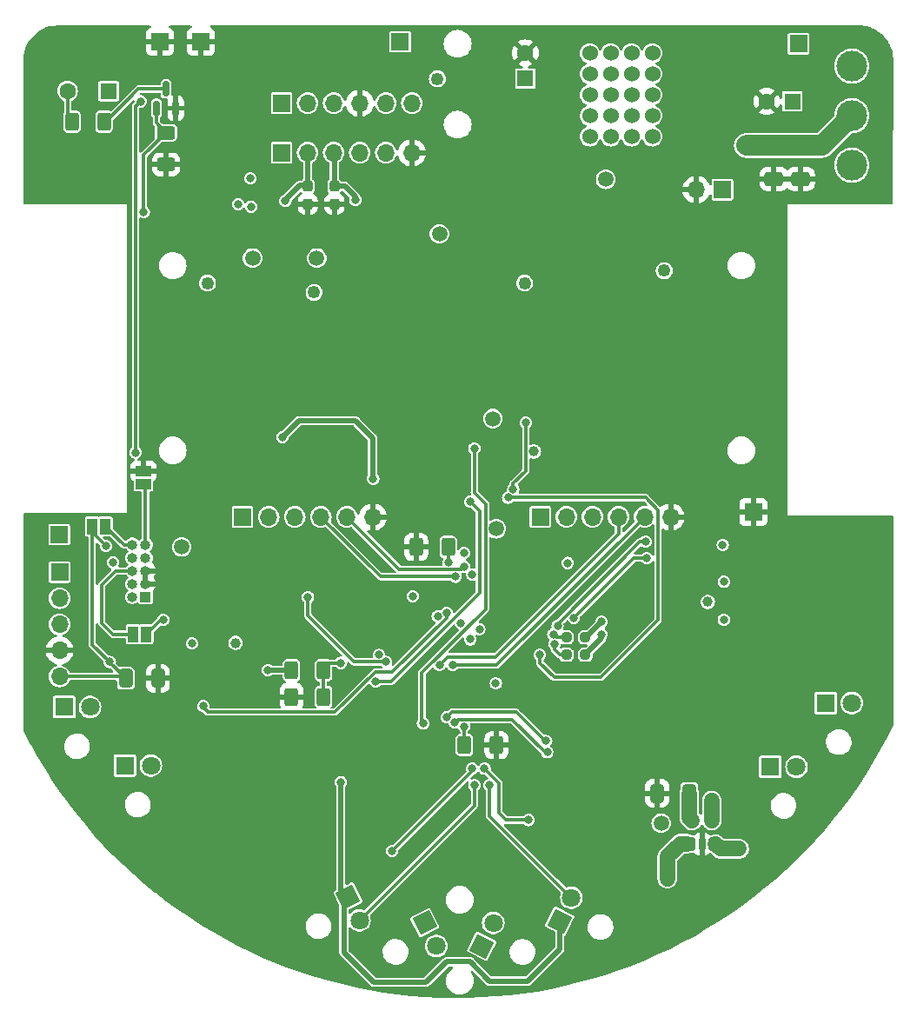
<source format=gbl>
G04 #@! TF.GenerationSoftware,KiCad,Pcbnew,7.0.8*
G04 #@! TF.CreationDate,2024-08-07T19:42:33-07:00*
G04 #@! TF.ProjectId,bloo,626c6f6f-2e6b-4696-9361-645f70636258,rev?*
G04 #@! TF.SameCoordinates,Original*
G04 #@! TF.FileFunction,Copper,L4,Bot*
G04 #@! TF.FilePolarity,Positive*
%FSLAX46Y46*%
G04 Gerber Fmt 4.6, Leading zero omitted, Abs format (unit mm)*
G04 Created by KiCad (PCBNEW 7.0.8) date 2024-08-07 19:42:33*
%MOMM*%
%LPD*%
G01*
G04 APERTURE LIST*
G04 Aperture macros list*
%AMRoundRect*
0 Rectangle with rounded corners*
0 $1 Rounding radius*
0 $2 $3 $4 $5 $6 $7 $8 $9 X,Y pos of 4 corners*
0 Add a 4 corners polygon primitive as box body*
4,1,4,$2,$3,$4,$5,$6,$7,$8,$9,$2,$3,0*
0 Add four circle primitives for the rounded corners*
1,1,$1+$1,$2,$3*
1,1,$1+$1,$4,$5*
1,1,$1+$1,$6,$7*
1,1,$1+$1,$8,$9*
0 Add four rect primitives between the rounded corners*
20,1,$1+$1,$2,$3,$4,$5,0*
20,1,$1+$1,$4,$5,$6,$7,0*
20,1,$1+$1,$6,$7,$8,$9,0*
20,1,$1+$1,$8,$9,$2,$3,0*%
%AMRotRect*
0 Rectangle, with rotation*
0 The origin of the aperture is its center*
0 $1 length*
0 $2 width*
0 $3 Rotation angle, in degrees counterclockwise*
0 Add horizontal line*
21,1,$1,$2,0,0,$3*%
G04 Aperture macros list end*
G04 #@! TA.AperFunction,ComponentPad*
%ADD10RotRect,1.800000X1.800000X63.500000*%
G04 #@! TD*
G04 #@! TA.AperFunction,ComponentPad*
%ADD11C,1.800000*%
G04 #@! TD*
G04 #@! TA.AperFunction,ComponentPad*
%ADD12R,1.700000X1.700000*%
G04 #@! TD*
G04 #@! TA.AperFunction,ComponentPad*
%ADD13O,1.700000X1.700000*%
G04 #@! TD*
G04 #@! TA.AperFunction,ComponentPad*
%ADD14RotRect,1.800000X1.800000X296.500000*%
G04 #@! TD*
G04 #@! TA.AperFunction,ComponentPad*
%ADD15R,1.800000X1.800000*%
G04 #@! TD*
G04 #@! TA.AperFunction,ComponentPad*
%ADD16C,3.000000*%
G04 #@! TD*
G04 #@! TA.AperFunction,ComponentPad*
%ADD17C,1.524000*%
G04 #@! TD*
G04 #@! TA.AperFunction,ComponentPad*
%ADD18R,1.600000X1.600000*%
G04 #@! TD*
G04 #@! TA.AperFunction,ComponentPad*
%ADD19C,1.600000*%
G04 #@! TD*
G04 #@! TA.AperFunction,ComponentPad*
%ADD20R,1.000000X1.000000*%
G04 #@! TD*
G04 #@! TA.AperFunction,ComponentPad*
%ADD21O,1.000000X1.000000*%
G04 #@! TD*
G04 #@! TA.AperFunction,SMDPad,CuDef*
%ADD22RoundRect,0.237500X-0.237500X0.300000X-0.237500X-0.300000X0.237500X-0.300000X0.237500X0.300000X0*%
G04 #@! TD*
G04 #@! TA.AperFunction,SMDPad,CuDef*
%ADD23R,1.000000X1.500000*%
G04 #@! TD*
G04 #@! TA.AperFunction,SMDPad,CuDef*
%ADD24RoundRect,0.237500X0.250000X0.237500X-0.250000X0.237500X-0.250000X-0.237500X0.250000X-0.237500X0*%
G04 #@! TD*
G04 #@! TA.AperFunction,SMDPad,CuDef*
%ADD25RoundRect,0.250000X-0.400000X-0.625000X0.400000X-0.625000X0.400000X0.625000X-0.400000X0.625000X0*%
G04 #@! TD*
G04 #@! TA.AperFunction,SMDPad,CuDef*
%ADD26RoundRect,0.250000X0.625000X-0.400000X0.625000X0.400000X-0.625000X0.400000X-0.625000X-0.400000X0*%
G04 #@! TD*
G04 #@! TA.AperFunction,SMDPad,CuDef*
%ADD27RoundRect,0.250000X0.400000X0.625000X-0.400000X0.625000X-0.400000X-0.625000X0.400000X-0.625000X0*%
G04 #@! TD*
G04 #@! TA.AperFunction,SMDPad,CuDef*
%ADD28RoundRect,0.250000X-0.412500X-0.650000X0.412500X-0.650000X0.412500X0.650000X-0.412500X0.650000X0*%
G04 #@! TD*
G04 #@! TA.AperFunction,SMDPad,CuDef*
%ADD29RoundRect,0.250000X-0.650000X0.412500X-0.650000X-0.412500X0.650000X-0.412500X0.650000X0.412500X0*%
G04 #@! TD*
G04 #@! TA.AperFunction,SMDPad,CuDef*
%ADD30R,1.500000X1.000000*%
G04 #@! TD*
G04 #@! TA.AperFunction,SMDPad,CuDef*
%ADD31RoundRect,0.150000X0.150000X-0.587500X0.150000X0.587500X-0.150000X0.587500X-0.150000X-0.587500X0*%
G04 #@! TD*
G04 #@! TA.AperFunction,SMDPad,CuDef*
%ADD32RoundRect,0.250000X0.412500X0.650000X-0.412500X0.650000X-0.412500X-0.650000X0.412500X-0.650000X0*%
G04 #@! TD*
G04 #@! TA.AperFunction,SMDPad,CuDef*
%ADD33RoundRect,0.250000X0.650000X-0.412500X0.650000X0.412500X-0.650000X0.412500X-0.650000X-0.412500X0*%
G04 #@! TD*
G04 #@! TA.AperFunction,SMDPad,CuDef*
%ADD34RoundRect,0.237500X-0.250000X-0.237500X0.250000X-0.237500X0.250000X0.237500X-0.250000X0.237500X0*%
G04 #@! TD*
G04 #@! TA.AperFunction,SMDPad,CuDef*
%ADD35RoundRect,0.150000X0.150000X-0.512500X0.150000X0.512500X-0.150000X0.512500X-0.150000X-0.512500X0*%
G04 #@! TD*
G04 #@! TA.AperFunction,ViaPad*
%ADD36C,0.800000*%
G04 #@! TD*
G04 #@! TA.AperFunction,ViaPad*
%ADD37C,2.000000*%
G04 #@! TD*
G04 #@! TA.AperFunction,ViaPad*
%ADD38C,1.500000*%
G04 #@! TD*
G04 #@! TA.AperFunction,ViaPad*
%ADD39C,1.250000*%
G04 #@! TD*
G04 #@! TA.AperFunction,ViaPad*
%ADD40C,1.000000*%
G04 #@! TD*
G04 #@! TA.AperFunction,Conductor*
%ADD41C,2.000000*%
G04 #@! TD*
G04 #@! TA.AperFunction,Conductor*
%ADD42C,0.500000*%
G04 #@! TD*
G04 #@! TA.AperFunction,Conductor*
%ADD43C,1.500000*%
G04 #@! TD*
G04 #@! TA.AperFunction,Conductor*
%ADD44C,0.300000*%
G04 #@! TD*
G04 APERTURE END LIST*
D10*
X203817108Y-184192314D03*
D11*
X204950450Y-181919181D03*
D12*
X227275956Y-110496096D03*
D13*
X224735956Y-110496096D03*
D12*
X172475956Y-96096096D03*
D14*
X198275956Y-181896096D03*
D11*
X199409298Y-184169229D03*
D15*
X231945156Y-166706896D03*
D11*
X234485156Y-166706896D03*
D15*
X237335956Y-160496096D03*
D11*
X239875956Y-160496096D03*
D12*
X184325956Y-106896096D03*
D13*
X186865956Y-106896096D03*
X189405956Y-106896096D03*
X191945956Y-106896096D03*
X194485956Y-106896096D03*
X197025956Y-106896096D03*
D12*
X162700000Y-147756096D03*
D13*
X162700000Y-150296096D03*
X162700000Y-152836096D03*
X162700000Y-155376096D03*
X162700000Y-157916096D03*
D12*
X176475956Y-96096096D03*
D10*
X211421956Y-181743696D03*
D11*
X212555298Y-179470563D03*
D16*
X239884956Y-108122096D03*
X239884956Y-103296096D03*
X239884956Y-98470096D03*
D17*
X220446956Y-105328096D03*
X220446956Y-103296096D03*
X220446956Y-101264096D03*
X220446956Y-99232096D03*
X220446956Y-97200096D03*
X218414956Y-105328096D03*
X218414956Y-103296096D03*
X218414956Y-101264096D03*
X218414956Y-99232096D03*
X218414956Y-97200096D03*
X216382956Y-105328096D03*
X216382956Y-103296096D03*
X216382956Y-101264096D03*
X216382956Y-99232096D03*
X216382956Y-97200096D03*
X214350956Y-105328096D03*
X214350956Y-103296096D03*
X214350956Y-101264096D03*
X214350956Y-99232096D03*
X214350956Y-97200096D03*
D15*
X169054756Y-166579896D03*
D11*
X171594756Y-166579896D03*
D12*
X180529356Y-142370296D03*
D13*
X183069356Y-142370296D03*
X185609356Y-142370296D03*
X188149356Y-142370296D03*
X190689356Y-142370296D03*
X193229356Y-142370296D03*
D12*
X162675956Y-144096096D03*
D18*
X208075956Y-99678475D03*
D19*
X208075956Y-97178475D03*
D18*
X234075956Y-101896096D03*
D19*
X231575956Y-101896096D03*
D18*
X167475956Y-100896096D03*
D19*
X163475956Y-100896096D03*
D12*
X184325956Y-102071096D03*
D13*
X186865956Y-102071096D03*
X189405956Y-102071096D03*
X191945956Y-102071096D03*
X194485956Y-102071096D03*
X197025956Y-102071096D03*
D15*
X163135956Y-160896096D03*
D11*
X165675956Y-160896096D03*
D12*
X209529356Y-142370296D03*
D13*
X212069356Y-142370296D03*
X214609356Y-142370296D03*
X217149356Y-142370296D03*
X219689356Y-142370296D03*
X222229356Y-142370296D03*
D20*
X171075956Y-150166096D03*
D21*
X169805956Y-150166096D03*
X171075956Y-148896096D03*
X169805956Y-148896096D03*
X171075956Y-147626096D03*
X169805956Y-147626096D03*
X171075956Y-146356096D03*
X169805956Y-146356096D03*
X171075956Y-145086096D03*
X169805956Y-145086096D03*
D14*
X190781414Y-179394363D03*
D11*
X191914756Y-181667496D03*
D12*
X230275956Y-141896096D03*
X195875956Y-96096096D03*
X234675956Y-96296096D03*
D22*
X189475956Y-110171096D03*
X189475956Y-111896096D03*
D23*
X169850000Y-153800000D03*
X171150000Y-153800000D03*
D24*
X213912500Y-155800000D03*
X212087500Y-155800000D03*
D25*
X197450000Y-145300000D03*
X200550000Y-145300000D03*
D22*
X186875956Y-110171096D03*
X186875956Y-111896096D03*
D26*
X173075956Y-108046096D03*
X173075956Y-104946096D03*
D27*
X188400000Y-159900000D03*
X185300000Y-159900000D03*
D28*
X169150956Y-158096096D03*
X172275956Y-158096096D03*
D29*
X232275956Y-106333596D03*
X232275956Y-109458596D03*
D27*
X205250000Y-164600000D03*
X202150000Y-164600000D03*
D30*
X170875956Y-137896096D03*
X170875956Y-139196096D03*
D25*
X185300000Y-157300000D03*
X188400000Y-157300000D03*
D23*
X165875956Y-143296096D03*
X167175956Y-143296096D03*
D31*
X174025956Y-102571096D03*
X172125956Y-102571096D03*
X173075956Y-100696096D03*
D27*
X167025956Y-103896096D03*
X163925956Y-103896096D03*
D32*
X224038456Y-169296096D03*
X220913456Y-169296096D03*
D33*
X234875956Y-109458596D03*
X234875956Y-106333596D03*
D34*
X212087500Y-154100000D03*
X213912500Y-154100000D03*
D35*
X226225956Y-174233596D03*
X225275956Y-174233596D03*
X224325956Y-174233596D03*
X224325956Y-171958596D03*
X226225956Y-171958596D03*
D36*
X200300000Y-160300000D03*
X203600000Y-155100000D03*
X174600000Y-126900000D03*
X209100000Y-144100000D03*
X205700000Y-148900000D03*
X201500000Y-126900000D03*
X194800000Y-122500000D03*
X189900000Y-158000000D03*
X214000000Y-152900000D03*
X213400000Y-138900000D03*
X168400000Y-145700000D03*
X228300000Y-126600000D03*
D37*
X229600000Y-106200000D03*
D38*
X205229500Y-143526256D03*
D36*
X183000000Y-157300000D03*
D38*
X215900000Y-109500000D03*
X199700000Y-114800000D03*
X204900000Y-132800000D03*
D39*
X221600000Y-118400000D03*
D38*
X187759446Y-117159446D03*
D39*
X208000000Y-119600000D03*
D38*
X228900000Y-174700000D03*
X221900000Y-177600000D03*
D40*
X208900000Y-136000000D03*
D36*
X215500000Y-153800000D03*
X184700000Y-111600000D03*
X215500000Y-152600000D03*
X191500000Y-111500000D03*
D39*
X199500000Y-99700000D03*
X187500000Y-120500000D03*
D36*
X167900000Y-146800000D03*
D38*
X226225956Y-170000000D03*
X174600000Y-145300000D03*
D40*
X225850000Y-150650000D03*
X179832389Y-154648584D03*
D36*
X205200000Y-158600000D03*
X197100000Y-150100000D03*
X212200000Y-146862500D03*
D38*
X181500000Y-117159446D03*
X221300000Y-172200000D03*
D36*
X193800000Y-155820500D03*
X190100000Y-168200000D03*
X167600000Y-156500000D03*
X170600000Y-101900000D03*
X170100000Y-136100000D03*
X167216355Y-145216355D03*
X180100000Y-111900000D03*
X219800000Y-144800000D03*
X211215686Y-152968628D03*
X181350000Y-112150000D03*
X202100000Y-145900000D03*
X219900000Y-146400000D03*
X181300000Y-109400000D03*
X212800000Y-152200000D03*
X210800000Y-153800000D03*
X210895042Y-154747853D03*
D39*
X177100000Y-119600000D03*
D36*
X203600000Y-153300000D03*
X202700000Y-154300000D03*
X186900000Y-150200000D03*
X194500000Y-156500000D03*
X172800000Y-152400000D03*
X201786890Y-152720500D03*
X193252430Y-138647570D03*
X184400000Y-134600000D03*
X201279500Y-148200000D03*
X202100000Y-147200000D03*
X199700000Y-156800000D03*
X201000000Y-156800000D03*
X210200000Y-165300000D03*
X201200000Y-162400000D03*
X200400000Y-161900000D03*
X210100000Y-164200000D03*
X204600000Y-168500000D03*
X200400000Y-161900000D03*
X203100000Y-168500000D03*
X170900000Y-112700000D03*
X208400000Y-171900000D03*
X204100000Y-166900000D03*
X200400000Y-151700000D03*
X176700000Y-160800000D03*
X202900000Y-166900000D03*
X195100000Y-174900000D03*
X199535504Y-152041499D03*
X227400000Y-152400000D03*
X200600000Y-146800000D03*
X202900000Y-148000000D03*
X227300000Y-145100000D03*
X190100000Y-156600000D03*
X227400000Y-148700000D03*
X175600000Y-154700000D03*
X202100000Y-162800000D03*
X193500000Y-158400000D03*
X202700000Y-140900000D03*
X206400000Y-140500000D03*
X209500000Y-155800000D03*
X208100000Y-133200000D03*
X206895256Y-139695256D03*
X203100000Y-135700000D03*
X198100000Y-162500000D03*
D41*
X236600000Y-106200000D02*
X229600000Y-106200000D01*
X236981052Y-106200000D02*
X236600000Y-106200000D01*
X239884956Y-103296096D02*
X236981052Y-106200000D01*
X229600000Y-106200000D02*
X229800000Y-106200000D01*
D42*
X183000000Y-157300000D02*
X185300000Y-157300000D01*
D43*
X221900000Y-177600000D02*
X221900000Y-177500000D01*
X227066404Y-174700000D02*
X228900000Y-174700000D01*
X221900000Y-175467192D02*
X221900000Y-177600000D01*
X223800000Y-174200000D02*
X223167192Y-174200000D01*
X223167192Y-174200000D02*
X221900000Y-175467192D01*
X226600000Y-174233596D02*
X227066404Y-174700000D01*
X228900000Y-174700000D02*
X228800000Y-174700000D01*
D42*
X186100000Y-110100000D02*
X186804860Y-110100000D01*
X184700000Y-111500000D02*
X186100000Y-110100000D01*
X215500000Y-153800000D02*
X215500000Y-154212500D01*
X186875956Y-106906096D02*
X186865956Y-106896096D01*
X186875956Y-110171096D02*
X186875956Y-106906096D01*
X184700000Y-111600000D02*
X184700000Y-111500000D01*
X215500000Y-154212500D02*
X213912500Y-155800000D01*
D44*
X186804860Y-110100000D02*
X186875956Y-110171096D01*
D42*
X189475956Y-106966096D02*
X189405956Y-106896096D01*
X214000000Y-154100000D02*
X213912500Y-154100000D01*
X191500000Y-111500000D02*
X191500000Y-111200000D01*
X191500000Y-111200000D02*
X190471096Y-110171096D01*
X190471096Y-110171096D02*
X189475956Y-110171096D01*
X189475956Y-110171096D02*
X189475956Y-106966096D01*
X215500000Y-152600000D02*
X214000000Y-154100000D01*
D43*
X226225956Y-170000000D02*
X226225956Y-171958596D01*
D42*
X208300000Y-187600000D02*
X204600000Y-187600000D01*
X190100000Y-178712949D02*
X190781414Y-179394363D01*
X204600000Y-187600000D02*
X202700000Y-185700000D01*
X211421956Y-184478044D02*
X208300000Y-187600000D01*
X193300000Y-187700000D02*
X190400000Y-184800000D01*
X211421956Y-181743696D02*
X211421956Y-184478044D01*
X200400000Y-185700000D02*
X198400000Y-187700000D01*
X190100000Y-168200000D02*
X190100000Y-178712949D01*
X190400000Y-179775777D02*
X190781414Y-179394363D01*
X198400000Y-187700000D02*
X193300000Y-187700000D01*
X190400000Y-184800000D02*
X190400000Y-179775777D01*
X202700000Y-185700000D02*
X200400000Y-185700000D01*
D44*
X170600000Y-101900000D02*
X170100000Y-102400000D01*
X167554860Y-156500000D02*
X167600000Y-156500000D01*
X162700000Y-157916096D02*
X168970956Y-157916096D01*
X165875956Y-143296096D02*
X165875956Y-154821096D01*
X167600000Y-156500000D02*
X167600000Y-156545140D01*
X165875956Y-143875956D02*
X165875956Y-143296096D01*
X170100000Y-102400000D02*
X170100000Y-136100000D01*
X168970956Y-157916096D02*
X169150956Y-158096096D01*
X165875956Y-154821096D02*
X167554860Y-156500000D01*
X167216355Y-145216355D02*
X165875956Y-143875956D01*
X170100000Y-136100000D02*
X170200000Y-136100000D01*
X167600000Y-156545140D02*
X169150956Y-158096096D01*
D43*
X224038456Y-171671096D02*
X224325956Y-171958596D01*
X224038456Y-169296096D02*
X224038456Y-171671096D01*
D44*
X219238334Y-144800000D02*
X211215686Y-152822648D01*
X219800000Y-144800000D02*
X219238334Y-144800000D01*
X219800000Y-144800000D02*
X219600000Y-144600000D01*
X211215686Y-152822648D02*
X211215686Y-152968628D01*
X219900000Y-146400000D02*
X218600000Y-146400000D01*
X218600000Y-146400000D02*
X212800000Y-152200000D01*
X212087500Y-154100000D02*
X211100000Y-154100000D01*
X210800000Y-153800000D02*
X211000000Y-154000000D01*
X211100000Y-154100000D02*
X210800000Y-153800000D01*
X211400000Y-155800000D02*
X212087500Y-155800000D01*
X210895042Y-154747853D02*
X210895042Y-155295042D01*
X210895042Y-155295042D02*
X211400000Y-155800000D01*
X210895042Y-154747853D02*
X210800000Y-154842895D01*
X167900000Y-153800000D02*
X166800000Y-152700000D01*
X167900000Y-153800000D02*
X169850000Y-153800000D01*
X168173904Y-147626096D02*
X169805956Y-147626096D01*
X166800000Y-149000000D02*
X168173904Y-147626096D01*
X166800000Y-152700000D02*
X166800000Y-149000000D01*
X171075956Y-139396096D02*
X170875956Y-139196096D01*
X171075956Y-145086096D02*
X171075956Y-139396096D01*
X168965956Y-145086096D02*
X169805956Y-145086096D01*
X167175956Y-143296096D02*
X168965956Y-145086096D01*
X186900000Y-150200000D02*
X186900000Y-151200000D01*
X191400000Y-156500000D02*
X186900000Y-152000000D01*
X194500000Y-156500000D02*
X191400000Y-156500000D01*
X186900000Y-152000000D02*
X186900000Y-150200000D01*
X172800000Y-152400000D02*
X172550000Y-152400000D01*
X172550000Y-152400000D02*
X171150000Y-153800000D01*
D42*
X186000000Y-133000000D02*
X184400000Y-134600000D01*
X193200000Y-134700000D02*
X191500000Y-133000000D01*
X193200000Y-138595140D02*
X193200000Y-134700000D01*
X184400000Y-134600000D02*
X184500000Y-134500000D01*
X191500000Y-133000000D02*
X186000000Y-133000000D01*
X193252430Y-138647570D02*
X193200000Y-138595140D01*
D44*
X193979060Y-148200000D02*
X188149356Y-142370296D01*
X201279500Y-148200000D02*
X193979060Y-148200000D01*
X202100000Y-147200000D02*
X201820000Y-147480000D01*
X201820000Y-147480000D02*
X195799060Y-147480000D01*
X195799060Y-147480000D02*
X190689356Y-142370296D01*
X199700000Y-156800000D02*
X200500000Y-156000000D01*
X217149356Y-144050644D02*
X217149356Y-142370296D01*
X205200000Y-156000000D02*
X217149356Y-144050644D01*
X200500000Y-156000000D02*
X205200000Y-156000000D01*
X201000000Y-156800000D02*
X205259652Y-156800000D01*
X205259652Y-156800000D02*
X219689356Y-142370296D01*
X201500000Y-162100000D02*
X206800000Y-162100000D01*
X210200000Y-165300000D02*
X210200000Y-165500000D01*
X206800000Y-162100000D02*
X210000000Y-165300000D01*
X210200000Y-165500000D02*
X210200000Y-165500000D01*
X201200000Y-162400000D02*
X201500000Y-162100000D01*
X210000000Y-165300000D02*
X210200000Y-165300000D01*
X200400000Y-161900000D02*
X200900000Y-161400000D01*
X210000000Y-164200000D02*
X210100000Y-164200000D01*
X210100000Y-164300000D02*
X210000000Y-164200000D01*
X210100000Y-164200000D02*
X210100000Y-164300000D01*
X207200000Y-161400000D02*
X210000000Y-164200000D01*
X212555298Y-179470563D02*
X204600000Y-171515265D01*
X200900000Y-161400000D02*
X207200000Y-161400000D01*
X204600000Y-171515265D02*
X204600000Y-168500000D01*
X203100000Y-168500000D02*
X203100000Y-170482252D01*
X203100000Y-170482252D02*
X191914756Y-181667496D01*
X172125956Y-102571096D02*
X172125956Y-103996096D01*
X170900000Y-107122052D02*
X173075956Y-104946096D01*
X172125956Y-103996096D02*
X173075956Y-104946096D01*
X170900000Y-112700000D02*
X170900000Y-107122052D01*
X170403904Y-100696096D02*
X173075956Y-100696096D01*
X167025956Y-103896096D02*
X167203904Y-103896096D01*
X167203904Y-103896096D02*
X170403904Y-100696096D01*
X204100000Y-166900000D02*
X205500000Y-168300000D01*
X205500000Y-168300000D02*
X205500000Y-171200000D01*
X205500000Y-171200000D02*
X206200000Y-171900000D01*
X206200000Y-171900000D02*
X208400000Y-171900000D01*
X195100000Y-157500000D02*
X193438334Y-157500000D01*
X189538334Y-161400000D02*
X177100000Y-161400000D01*
X193438334Y-157500000D02*
X189538334Y-161400000D01*
X200400000Y-152200000D02*
X195100000Y-157500000D01*
X177100000Y-161400000D02*
X176700000Y-160800000D01*
X200400000Y-151700000D02*
X200400000Y-152200000D01*
X176700000Y-160800000D02*
X176700000Y-161000000D01*
X202900000Y-167100000D02*
X202900000Y-166900000D01*
X195100000Y-174900000D02*
X202900000Y-167100000D01*
X200600000Y-146800000D02*
X200600000Y-145450000D01*
X200600000Y-145450000D02*
X200550000Y-145400000D01*
X163475956Y-100896096D02*
X163475956Y-103446096D01*
X163475956Y-103446096D02*
X163925956Y-103896096D01*
X190100000Y-156600000D02*
X189100000Y-156600000D01*
X188400000Y-159900000D02*
X188400000Y-157300000D01*
X190100000Y-156600000D02*
X189600000Y-156600000D01*
X189100000Y-156600000D02*
X188400000Y-157300000D01*
X202100000Y-162800000D02*
X202150000Y-162900000D01*
X202150000Y-164600000D02*
X202100000Y-162800000D01*
X195000000Y-158400000D02*
X203600000Y-149800000D01*
X203600000Y-149800000D02*
X203600000Y-141800000D01*
X202700000Y-140900000D02*
X202800000Y-141000000D01*
X193500000Y-158400000D02*
X195000000Y-158400000D01*
X203600000Y-141800000D02*
X202700000Y-140900000D01*
X219800000Y-140500000D02*
X221000000Y-141700000D01*
X221000000Y-152400000D02*
X215400000Y-158000000D01*
X206400000Y-140500000D02*
X219800000Y-140500000D01*
X221000000Y-141700000D02*
X221000000Y-152400000D01*
X215400000Y-158000000D02*
X210900000Y-158000000D01*
X210900000Y-158000000D02*
X209500000Y-156600000D01*
X209500000Y-156600000D02*
X209500000Y-155800000D01*
X206895256Y-139695256D02*
X206895256Y-139104744D01*
X208100000Y-137900000D02*
X208100000Y-133200000D01*
X206895256Y-139104744D02*
X208100000Y-137900000D01*
X198100000Y-162500000D02*
X198000000Y-162400000D01*
X198000000Y-157538334D02*
X204200000Y-151338334D01*
X204200000Y-141100000D02*
X203100000Y-140000000D01*
X204200000Y-151338334D02*
X204200000Y-141100000D01*
X203100000Y-140000000D02*
X203100000Y-135700000D01*
X198000000Y-162400000D02*
X198000000Y-157538334D01*
G04 #@! TA.AperFunction,Conductor*
G36*
X190910885Y-156507013D02*
G01*
X190917363Y-156513045D01*
X191117362Y-156713044D01*
X191133486Y-156732899D01*
X191138563Y-156740669D01*
X191164508Y-156760862D01*
X191170260Y-156765942D01*
X191172693Y-156768375D01*
X191190438Y-156781044D01*
X191230874Y-156812517D01*
X191230876Y-156812517D01*
X191237310Y-156815999D01*
X191237344Y-156816016D01*
X191237390Y-156816041D01*
X191243932Y-156819239D01*
X191243933Y-156819239D01*
X191243934Y-156819240D01*
X191258078Y-156823451D01*
X191293045Y-156833862D01*
X191338599Y-156849500D01*
X191341512Y-156850500D01*
X191341515Y-156850500D01*
X191348625Y-156851687D01*
X191348731Y-156851700D01*
X191348855Y-156851720D01*
X191356046Y-156852617D01*
X191407231Y-156850500D01*
X193950884Y-156850500D01*
X194017923Y-156870185D01*
X194049257Y-156899010D01*
X194071718Y-156928282D01*
X194071720Y-156928283D01*
X194071722Y-156928286D01*
X194077465Y-156934029D01*
X194076185Y-156935308D01*
X194111413Y-156983555D01*
X194115566Y-157053301D01*
X194081353Y-157114220D01*
X194019635Y-157146972D01*
X193994723Y-157149500D01*
X193487545Y-157149500D01*
X193462099Y-157146861D01*
X193453019Y-157144957D01*
X193453018Y-157144957D01*
X193453016Y-157144957D01*
X193420395Y-157149023D01*
X193412719Y-157149500D01*
X193409294Y-157149500D01*
X193387791Y-157153087D01*
X193336942Y-157159426D01*
X193329904Y-157161521D01*
X193322956Y-157163906D01*
X193277889Y-157188295D01*
X193231846Y-157210803D01*
X193225900Y-157215048D01*
X193220076Y-157219581D01*
X193186831Y-157255695D01*
X193185376Y-157257275D01*
X191293763Y-159148889D01*
X189429471Y-161013181D01*
X189368148Y-161046666D01*
X189341790Y-161049500D01*
X189218439Y-161049500D01*
X189151400Y-161029815D01*
X189105645Y-160977011D01*
X189095701Y-160907853D01*
X189118669Y-160851866D01*
X189122150Y-160847150D01*
X189202793Y-160737882D01*
X189235910Y-160643239D01*
X189247646Y-160609701D01*
X189247646Y-160609699D01*
X189250500Y-160579269D01*
X189250500Y-159220730D01*
X189247646Y-159190300D01*
X189247646Y-159190298D01*
X189203878Y-159065220D01*
X189202793Y-159062118D01*
X189122150Y-158952850D01*
X189012882Y-158872207D01*
X189012880Y-158872206D01*
X188884700Y-158827353D01*
X188862921Y-158825311D01*
X188798013Y-158799453D01*
X188757388Y-158742607D01*
X188750500Y-158701853D01*
X188750500Y-158498146D01*
X188770185Y-158431107D01*
X188822989Y-158385352D01*
X188862919Y-158374688D01*
X188884699Y-158372646D01*
X188884701Y-158372645D01*
X188884704Y-158372645D01*
X188960575Y-158346096D01*
X189012882Y-158327793D01*
X189122150Y-158247150D01*
X189202793Y-158137882D01*
X189245807Y-158014955D01*
X189247646Y-158009701D01*
X189247646Y-158009699D01*
X189250500Y-157979269D01*
X189250500Y-157074500D01*
X189270185Y-157007461D01*
X189322989Y-156961706D01*
X189374500Y-156950500D01*
X189541512Y-156950500D01*
X189550884Y-156950500D01*
X189617923Y-156970185D01*
X189649257Y-156999010D01*
X189671718Y-157028282D01*
X189797159Y-157124536D01*
X189943238Y-157185044D01*
X190021619Y-157195363D01*
X190099999Y-157205682D01*
X190100000Y-157205682D01*
X190100001Y-157205682D01*
X190152254Y-157198802D01*
X190256762Y-157185044D01*
X190402841Y-157124536D01*
X190528282Y-157028282D01*
X190624536Y-156902841D01*
X190685044Y-156756762D01*
X190705682Y-156600000D01*
X190706743Y-156591942D01*
X190708204Y-156592134D01*
X190725367Y-156533687D01*
X190778171Y-156487932D01*
X190847329Y-156477988D01*
X190910885Y-156507013D01*
G37*
G04 #@! TD.AperFunction*
G04 #@! TA.AperFunction,Conductor*
G36*
X167646451Y-144266281D02*
G01*
X167667093Y-144282915D01*
X168683318Y-145299140D01*
X168699442Y-145318995D01*
X168704519Y-145326765D01*
X168730464Y-145346958D01*
X168736216Y-145352038D01*
X168738649Y-145354471D01*
X168756390Y-145367137D01*
X168796830Y-145398613D01*
X168796832Y-145398613D01*
X168803204Y-145402062D01*
X168803261Y-145402090D01*
X168803334Y-145402129D01*
X168809885Y-145405331D01*
X168809890Y-145405335D01*
X168858989Y-145419952D01*
X168907468Y-145436596D01*
X168907476Y-145436596D01*
X168914661Y-145437795D01*
X168914694Y-145437800D01*
X168914748Y-145437809D01*
X168922002Y-145438713D01*
X168973187Y-145436596D01*
X169131637Y-145436596D01*
X169198676Y-145456281D01*
X169233685Y-145490153D01*
X169260003Y-145528281D01*
X169277775Y-145554028D01*
X169361590Y-145628281D01*
X169398717Y-145687470D01*
X169397949Y-145757336D01*
X169361590Y-145813911D01*
X169277774Y-145888165D01*
X169181138Y-146028164D01*
X169120816Y-146187221D01*
X169120815Y-146187226D01*
X169100311Y-146356096D01*
X169120815Y-146524965D01*
X169120816Y-146524970D01*
X169181138Y-146684027D01*
X169247841Y-146780662D01*
X169262275Y-146801573D01*
X169277774Y-146824026D01*
X169361590Y-146898281D01*
X169398717Y-146957470D01*
X169397949Y-147027336D01*
X169361590Y-147083911D01*
X169277775Y-147158163D01*
X169272822Y-147165339D01*
X169233685Y-147222038D01*
X169179404Y-147266027D01*
X169131637Y-147275596D01*
X168538558Y-147275596D01*
X168471519Y-147255911D01*
X168425764Y-147203107D01*
X168415820Y-147133949D01*
X168423997Y-147104144D01*
X168455811Y-147027336D01*
X168485044Y-146956762D01*
X168505682Y-146800000D01*
X168485044Y-146643238D01*
X168424536Y-146497159D01*
X168328282Y-146371718D01*
X168202841Y-146275464D01*
X168134487Y-146247151D01*
X168056762Y-146214956D01*
X168056760Y-146214955D01*
X167900001Y-146194318D01*
X167899999Y-146194318D01*
X167743239Y-146214955D01*
X167743237Y-146214956D01*
X167597160Y-146275463D01*
X167471718Y-146371718D01*
X167375463Y-146497160D01*
X167314956Y-146643237D01*
X167314955Y-146643239D01*
X167294318Y-146799998D01*
X167294318Y-146800001D01*
X167314955Y-146956760D01*
X167314956Y-146956762D01*
X167373148Y-147097251D01*
X167375464Y-147102841D01*
X167471718Y-147228282D01*
X167597159Y-147324536D01*
X167696262Y-147365585D01*
X167750665Y-147409425D01*
X167772730Y-147475719D01*
X167755451Y-147543419D01*
X167736490Y-147567827D01*
X166586955Y-148717361D01*
X166567106Y-148733482D01*
X166559331Y-148738562D01*
X166539143Y-148764498D01*
X166534067Y-148770248D01*
X166531634Y-148772681D01*
X166531623Y-148772694D01*
X166518954Y-148790438D01*
X166487483Y-148830872D01*
X166483975Y-148837353D01*
X166480760Y-148843932D01*
X166469300Y-148882425D01*
X166431304Y-148941060D01*
X166367639Y-148969845D01*
X166298519Y-148959640D01*
X166245888Y-148913686D01*
X166226456Y-148847041D01*
X166226456Y-145021500D01*
X166246141Y-144954461D01*
X166298945Y-144908706D01*
X166368103Y-144898762D01*
X166431659Y-144927787D01*
X166438137Y-144933819D01*
X166580230Y-145075912D01*
X166613715Y-145137235D01*
X166615488Y-145179777D01*
X166610673Y-145216353D01*
X166610673Y-145216356D01*
X166631310Y-145373115D01*
X166631311Y-145373117D01*
X166681990Y-145495468D01*
X166691819Y-145519196D01*
X166788073Y-145644637D01*
X166913514Y-145740891D01*
X167059593Y-145801399D01*
X167137974Y-145811718D01*
X167216354Y-145822037D01*
X167216355Y-145822037D01*
X167216356Y-145822037D01*
X167278078Y-145813911D01*
X167373117Y-145801399D01*
X167519196Y-145740891D01*
X167644637Y-145644637D01*
X167740891Y-145519196D01*
X167801399Y-145373117D01*
X167816954Y-145254965D01*
X167822037Y-145216356D01*
X167822037Y-145216353D01*
X167801399Y-145059594D01*
X167801399Y-145059593D01*
X167740891Y-144913514D01*
X167644637Y-144788073D01*
X167519196Y-144691819D01*
X167501094Y-144684321D01*
X167373117Y-144631311D01*
X167373115Y-144631310D01*
X167216357Y-144610673D01*
X167216353Y-144610673D01*
X167179777Y-144615488D01*
X167110742Y-144604722D01*
X167075912Y-144580230D01*
X166953959Y-144458277D01*
X166920474Y-144396954D01*
X166925458Y-144327262D01*
X166967330Y-144271329D01*
X167032794Y-144246912D01*
X167041640Y-144246596D01*
X167579412Y-144246596D01*
X167646451Y-144266281D01*
G37*
G04 #@! TD.AperFunction*
G04 #@! TA.AperFunction,Conductor*
G36*
X240606581Y-94504743D02*
G01*
X240943377Y-94522758D01*
X240949770Y-94523434D01*
X241036022Y-94537116D01*
X241281291Y-94576020D01*
X241287575Y-94577353D01*
X241611873Y-94664031D01*
X241617995Y-94666013D01*
X241931545Y-94785842D01*
X241937434Y-94788451D01*
X242236864Y-94940139D01*
X242242451Y-94943344D01*
X242524550Y-95125266D01*
X242529764Y-95129025D01*
X242791479Y-95339213D01*
X242796285Y-95343502D01*
X243034805Y-95579699D01*
X243039124Y-95584445D01*
X243242315Y-95832440D01*
X243251863Y-95844093D01*
X243255680Y-95849281D01*
X243440348Y-96129576D01*
X243443608Y-96135132D01*
X243527139Y-96296095D01*
X243598222Y-96433069D01*
X243600888Y-96438933D01*
X243723775Y-96751289D01*
X243725819Y-96757397D01*
X243815661Y-97080815D01*
X243817060Y-97087102D01*
X243872886Y-97418093D01*
X243873626Y-97424492D01*
X243894949Y-97761325D01*
X243895073Y-97765339D01*
X243873560Y-111794202D01*
X243853773Y-111861211D01*
X243800898Y-111906885D01*
X243749588Y-111918012D01*
X233721275Y-111920285D01*
X233699717Y-111918402D01*
X233689909Y-111916672D01*
X233689908Y-111916672D01*
X233689906Y-111916672D01*
X233689905Y-111916672D01*
X233680007Y-111918417D01*
X233666658Y-111919586D01*
X233658525Y-111921022D01*
X233645639Y-111924476D01*
X233635786Y-111926213D01*
X233629684Y-111929735D01*
X233624297Y-111934259D01*
X233619298Y-111942922D01*
X233606890Y-111960646D01*
X233600456Y-111968313D01*
X233598050Y-111974923D01*
X233596828Y-111981863D01*
X233598567Y-111991711D01*
X233600456Y-112013270D01*
X233600456Y-142151043D01*
X233598573Y-142172571D01*
X233596832Y-142182444D01*
X233598572Y-142192311D01*
X233599737Y-142205634D01*
X233601173Y-142213780D01*
X233604632Y-142226688D01*
X233606374Y-142236566D01*
X233609891Y-142242657D01*
X233614408Y-142248041D01*
X233623089Y-142253053D01*
X233640796Y-142265452D01*
X233648475Y-142271896D01*
X233655074Y-142274297D01*
X233662001Y-142275518D01*
X233662004Y-142275520D01*
X233671874Y-142273779D01*
X233693404Y-142271896D01*
X243811798Y-142271896D01*
X243878837Y-142291581D01*
X243924592Y-142344385D01*
X243935797Y-142395842D01*
X243938455Y-148913686D01*
X243944040Y-162616610D01*
X243930755Y-162672503D01*
X243336993Y-163849724D01*
X242687411Y-165050161D01*
X242003461Y-166231354D01*
X241285713Y-167392320D01*
X240534765Y-168532092D01*
X239751242Y-169649722D01*
X238935796Y-170744277D01*
X238089107Y-171814848D01*
X237211880Y-172860542D01*
X236304844Y-173880488D01*
X235368756Y-174873838D01*
X234404396Y-175839764D01*
X233412564Y-176777461D01*
X232394090Y-177686148D01*
X231349820Y-178565070D01*
X230280623Y-179413494D01*
X229187391Y-180230713D01*
X228071033Y-181016047D01*
X226932480Y-181768842D01*
X225772679Y-182488471D01*
X224592596Y-183174334D01*
X223393215Y-183825862D01*
X222175533Y-184442510D01*
X220940565Y-185023766D01*
X219689339Y-185569145D01*
X218422898Y-186078194D01*
X217142295Y-186550487D01*
X215848598Y-186985633D01*
X214542884Y-187383269D01*
X213226240Y-187743063D01*
X211899762Y-188064716D01*
X210564555Y-188347960D01*
X209221732Y-188592559D01*
X207872409Y-188798310D01*
X206517712Y-188965040D01*
X205158768Y-189092613D01*
X203796708Y-189180920D01*
X202432668Y-189229888D01*
X201067783Y-189239478D01*
X199703189Y-189209680D01*
X198340023Y-189140520D01*
X196979420Y-189032054D01*
X195622514Y-188884375D01*
X194270434Y-188697604D01*
X192924306Y-188471896D01*
X191585252Y-188207441D01*
X190254385Y-187904458D01*
X188932815Y-187563199D01*
X187621643Y-187183950D01*
X186321959Y-186767024D01*
X185034847Y-186312771D01*
X183761378Y-185821567D01*
X182502613Y-185293822D01*
X181259600Y-184729976D01*
X180033374Y-184130499D01*
X178824956Y-183495888D01*
X177635353Y-182826673D01*
X176738121Y-182287273D01*
X186684095Y-182287273D01*
X186714310Y-182510330D01*
X186714311Y-182510333D01*
X186783868Y-182724408D01*
X186890531Y-182922621D01*
X186890533Y-182922624D01*
X187030874Y-183098606D01*
X187030876Y-183098607D01*
X187030877Y-183098609D01*
X187200389Y-183246708D01*
X187393621Y-183362158D01*
X187596647Y-183438355D01*
X187604361Y-183441250D01*
X187825835Y-183481443D01*
X187825838Y-183481443D01*
X187994533Y-183481443D01*
X187994540Y-183481443D01*
X188162573Y-183466320D01*
X188186118Y-183459822D01*
X188379545Y-183406439D01*
X188379547Y-183406438D01*
X188379555Y-183406436D01*
X188582358Y-183308772D01*
X188764463Y-183176465D01*
X188920017Y-183013768D01*
X189044020Y-182825911D01*
X189044189Y-182825517D01*
X189132485Y-182618938D01*
X189132484Y-182618938D01*
X189132488Y-182618931D01*
X189182576Y-182399480D01*
X189192675Y-182174613D01*
X189162460Y-181951556D01*
X189092902Y-181737479D01*
X188986237Y-181539262D01*
X188897003Y-181427367D01*
X188845895Y-181363279D01*
X188845893Y-181363277D01*
X188676381Y-181215178D01*
X188483149Y-181099728D01*
X188377779Y-181060182D01*
X188272408Y-181020635D01*
X188050935Y-180980443D01*
X188050932Y-180980443D01*
X187882230Y-180980443D01*
X187843784Y-180983903D01*
X187714198Y-180995565D01*
X187714192Y-180995566D01*
X187497224Y-181055446D01*
X187497211Y-181055451D01*
X187294418Y-181153110D01*
X187294410Y-181153114D01*
X187112312Y-181285416D01*
X187112310Y-181285417D01*
X186956751Y-181448119D01*
X186832748Y-181635976D01*
X186744284Y-181842947D01*
X186744280Y-181842960D01*
X186694195Y-182062400D01*
X186694193Y-182062411D01*
X186684095Y-182287268D01*
X186684095Y-182287273D01*
X176738121Y-182287273D01*
X176465555Y-182123411D01*
X175316537Y-181386688D01*
X174189255Y-180617118D01*
X173084648Y-179815340D01*
X172033129Y-179004758D01*
X189370464Y-179004758D01*
X189370465Y-179004761D01*
X189386149Y-179062290D01*
X189919865Y-180132759D01*
X189936472Y-180166066D01*
X189949500Y-180221395D01*
X189949500Y-184771217D01*
X189949110Y-184778155D01*
X189948010Y-184787921D01*
X189944729Y-184817034D01*
X189955788Y-184875479D01*
X189964652Y-184934290D01*
X189967162Y-184942427D01*
X189969978Y-184950475D01*
X189997777Y-185003072D01*
X190023576Y-185056644D01*
X190028362Y-185063665D01*
X190033431Y-185070532D01*
X190033434Y-185070538D01*
X190033438Y-185070542D01*
X190075495Y-185112599D01*
X190115947Y-185156196D01*
X190123210Y-185161988D01*
X190122689Y-185162641D01*
X190134930Y-185172034D01*
X192961090Y-187998193D01*
X192965726Y-188003380D01*
X192985365Y-188028007D01*
X192990121Y-188033970D01*
X193010180Y-188047646D01*
X193039266Y-188067477D01*
X193087117Y-188102793D01*
X193094666Y-188106783D01*
X193102326Y-188110472D01*
X193159168Y-188128004D01*
X193215296Y-188147645D01*
X193215298Y-188147645D01*
X193215300Y-188147646D01*
X193215301Y-188147646D01*
X193223694Y-188149233D01*
X193232095Y-188150500D01*
X193232098Y-188150500D01*
X193291573Y-188150500D01*
X193351009Y-188152724D01*
X193351009Y-188152723D01*
X193351010Y-188152724D01*
X193351010Y-188152723D01*
X193360243Y-188151684D01*
X193360336Y-188152513D01*
X193375636Y-188150500D01*
X198371217Y-188150500D01*
X198378155Y-188150889D01*
X198410050Y-188154483D01*
X198417034Y-188155270D01*
X198417034Y-188155269D01*
X198417035Y-188155270D01*
X198475479Y-188144211D01*
X198534287Y-188135348D01*
X198534290Y-188135346D01*
X198542447Y-188132830D01*
X198550469Y-188130023D01*
X198550472Y-188130023D01*
X198603072Y-188102222D01*
X198656642Y-188076425D01*
X198656642Y-188076424D01*
X198656644Y-188076424D01*
X198663695Y-188071616D01*
X198670538Y-188066566D01*
X198712599Y-188024504D01*
X198727722Y-188010472D01*
X198756194Y-187984055D01*
X198756196Y-187984050D01*
X198761987Y-187976790D01*
X198762643Y-187977313D01*
X198772032Y-187965070D01*
X200550284Y-186186819D01*
X200611607Y-186153334D01*
X200637965Y-186150500D01*
X200916986Y-186150500D01*
X200984025Y-186170185D01*
X201029780Y-186222989D01*
X201039724Y-186292147D01*
X201010699Y-186355703D01*
X200988109Y-186376075D01*
X200804553Y-186504601D01*
X200637462Y-186671693D01*
X200637457Y-186671700D01*
X200501923Y-186865261D01*
X200501921Y-186865265D01*
X200402054Y-187079431D01*
X200402050Y-187079440D01*
X200340894Y-187307682D01*
X200340892Y-187307692D01*
X200320297Y-187543095D01*
X200320297Y-187543096D01*
X200340892Y-187778499D01*
X200340894Y-187778509D01*
X200402050Y-188006751D01*
X200402052Y-188006755D01*
X200402053Y-188006759D01*
X200446835Y-188102793D01*
X200501920Y-188220924D01*
X200501921Y-188220926D01*
X200637461Y-188414498D01*
X200804553Y-188581590D01*
X200998125Y-188717130D01*
X200998127Y-188717131D01*
X201212293Y-188816999D01*
X201440548Y-188878159D01*
X201616990Y-188893596D01*
X201734922Y-188893596D01*
X201911364Y-188878159D01*
X202139619Y-188816999D01*
X202353785Y-188717131D01*
X202547357Y-188581591D01*
X202714451Y-188414497D01*
X202849991Y-188220926D01*
X202949859Y-188006759D01*
X203011019Y-187778504D01*
X203031615Y-187543096D01*
X203011019Y-187307688D01*
X202949859Y-187079433D01*
X202849991Y-186865267D01*
X202779660Y-186764823D01*
X202757334Y-186698619D01*
X202774344Y-186630852D01*
X202825292Y-186583039D01*
X202894002Y-186570361D01*
X202958659Y-186596843D01*
X202968917Y-186606021D01*
X204261090Y-187898193D01*
X204265726Y-187903380D01*
X204290121Y-187933970D01*
X204290121Y-187933971D01*
X204339271Y-187967480D01*
X204387118Y-188002793D01*
X204394654Y-188006776D01*
X204402319Y-188010467D01*
X204402327Y-188010472D01*
X204447820Y-188024504D01*
X204459177Y-188028007D01*
X204515297Y-188047645D01*
X204515299Y-188047645D01*
X204515301Y-188047646D01*
X204515302Y-188047646D01*
X204523698Y-188049234D01*
X204532095Y-188050500D01*
X204532098Y-188050500D01*
X204591559Y-188050500D01*
X204651009Y-188052725D01*
X204651009Y-188052724D01*
X204651010Y-188052725D01*
X204651010Y-188052724D01*
X204660242Y-188051685D01*
X204660335Y-188052513D01*
X204675639Y-188050500D01*
X208271217Y-188050500D01*
X208278155Y-188050889D01*
X208310050Y-188054483D01*
X208317034Y-188055270D01*
X208317034Y-188055269D01*
X208317035Y-188055270D01*
X208375479Y-188044211D01*
X208434287Y-188035348D01*
X208434290Y-188035346D01*
X208442447Y-188032830D01*
X208450469Y-188030023D01*
X208450472Y-188030023D01*
X208503072Y-188002222D01*
X208556642Y-187976425D01*
X208556642Y-187976424D01*
X208556644Y-187976424D01*
X208563695Y-187971616D01*
X208570538Y-187966566D01*
X208612599Y-187924504D01*
X208634204Y-187904458D01*
X208656194Y-187884055D01*
X208656196Y-187884050D01*
X208661987Y-187876790D01*
X208662643Y-187877313D01*
X208672032Y-187865070D01*
X211720161Y-184816940D01*
X211725329Y-184812321D01*
X211755926Y-184787923D01*
X211789436Y-184738772D01*
X211824749Y-184690926D01*
X211824750Y-184690923D01*
X211828743Y-184683368D01*
X211832426Y-184675720D01*
X211832426Y-184675719D01*
X211832428Y-184675717D01*
X211849963Y-184618866D01*
X211869602Y-184562743D01*
X211871184Y-184554380D01*
X211872456Y-184545943D01*
X211872456Y-184486485D01*
X211874681Y-184427034D01*
X211873641Y-184417802D01*
X211874469Y-184417708D01*
X211872456Y-184402405D01*
X211872456Y-183226949D01*
X211892141Y-183159910D01*
X211934925Y-183119293D01*
X211959936Y-183104999D01*
X211996442Y-183057851D01*
X212342646Y-182363473D01*
X214144037Y-182363473D01*
X214174252Y-182586530D01*
X214174253Y-182586533D01*
X214243810Y-182800608D01*
X214350473Y-182998821D01*
X214350475Y-182998824D01*
X214490816Y-183174806D01*
X214490818Y-183174807D01*
X214490819Y-183174809D01*
X214660331Y-183322908D01*
X214853563Y-183438358D01*
X215031826Y-183505261D01*
X215064303Y-183517450D01*
X215285777Y-183557643D01*
X215285780Y-183557643D01*
X215454475Y-183557643D01*
X215454482Y-183557643D01*
X215622515Y-183542520D01*
X215695530Y-183522369D01*
X215839487Y-183482639D01*
X215839489Y-183482638D01*
X215839497Y-183482636D01*
X216042300Y-183384972D01*
X216224405Y-183252665D01*
X216379959Y-183089968D01*
X216503962Y-182902111D01*
X216514201Y-182878157D01*
X216592427Y-182695138D01*
X216592426Y-182695138D01*
X216592430Y-182695131D01*
X216642518Y-182475680D01*
X216652617Y-182250813D01*
X216622402Y-182027756D01*
X216552844Y-181813679D01*
X216446179Y-181615462D01*
X216385411Y-181539262D01*
X216305837Y-181439479D01*
X216273956Y-181411625D01*
X216136323Y-181291378D01*
X215943091Y-181175928D01*
X215805457Y-181124273D01*
X215732350Y-181096835D01*
X215510877Y-181056643D01*
X215510874Y-181056643D01*
X215342172Y-181056643D01*
X215303726Y-181060103D01*
X215174140Y-181071765D01*
X215174134Y-181071766D01*
X214957166Y-181131646D01*
X214957153Y-181131651D01*
X214754360Y-181229310D01*
X214754352Y-181229314D01*
X214572254Y-181361616D01*
X214572252Y-181361617D01*
X214416693Y-181524319D01*
X214292690Y-181712176D01*
X214204226Y-181919147D01*
X214204222Y-181919160D01*
X214154137Y-182138600D01*
X214154135Y-182138611D01*
X214145023Y-182341514D01*
X214144037Y-182363473D01*
X212342646Y-182363473D01*
X212817221Y-181411623D01*
X212832905Y-181354094D01*
X212832905Y-181354091D01*
X212832905Y-181354090D01*
X212822838Y-181274967D01*
X212812885Y-181257553D01*
X212783259Y-181205716D01*
X212736111Y-181169210D01*
X211089883Y-180348431D01*
X211048803Y-180337231D01*
X211032351Y-180332746D01*
X211032350Y-180332746D01*
X210953227Y-180342813D01*
X210883976Y-180382393D01*
X210883975Y-180382393D01*
X210847471Y-180429539D01*
X210026692Y-182075766D01*
X210011006Y-182133300D01*
X210011006Y-182133301D01*
X210021073Y-182212424D01*
X210021074Y-182212425D01*
X210060653Y-182281676D01*
X210107800Y-182318182D01*
X210493191Y-182510330D01*
X210902785Y-182714545D01*
X210953997Y-182762074D01*
X210971456Y-182825517D01*
X210971456Y-184240079D01*
X210951771Y-184307118D01*
X210935137Y-184327760D01*
X208149716Y-187113181D01*
X208088393Y-187146666D01*
X208062035Y-187149500D01*
X204837965Y-187149500D01*
X204770926Y-187129815D01*
X204750284Y-187113181D01*
X203038908Y-185401805D01*
X203034271Y-185396617D01*
X203017417Y-185375483D01*
X203009879Y-185366030D01*
X202960728Y-185332519D01*
X202912882Y-185297207D01*
X202905297Y-185293198D01*
X202897677Y-185289529D01*
X202873161Y-185281967D01*
X202840822Y-185271992D01*
X202819842Y-185264651D01*
X202784695Y-185252352D01*
X202776326Y-185250768D01*
X202767904Y-185249500D01*
X202767902Y-185249500D01*
X202708426Y-185249500D01*
X202648990Y-185247275D01*
X202639756Y-185248316D01*
X202639662Y-185247486D01*
X202624364Y-185249500D01*
X200428783Y-185249500D01*
X200421844Y-185249110D01*
X200407426Y-185247486D01*
X200382964Y-185244729D01*
X200332543Y-185254270D01*
X200324520Y-185255788D01*
X200311832Y-185257700D01*
X200265716Y-185264651D01*
X200257532Y-185267175D01*
X200249528Y-185269976D01*
X200196936Y-185297773D01*
X200143357Y-185323574D01*
X200136338Y-185328359D01*
X200129461Y-185333435D01*
X200087413Y-185375483D01*
X200043803Y-185415947D01*
X200038013Y-185423208D01*
X200037362Y-185422688D01*
X200027967Y-185434928D01*
X198249716Y-187213181D01*
X198188393Y-187246666D01*
X198162035Y-187249500D01*
X193537965Y-187249500D01*
X193470926Y-187229815D01*
X193450284Y-187213181D01*
X191026109Y-184789006D01*
X194178637Y-184789006D01*
X194208852Y-185012063D01*
X194208853Y-185012066D01*
X194278410Y-185226141D01*
X194385073Y-185424354D01*
X194385075Y-185424357D01*
X194525416Y-185600339D01*
X194525418Y-185600340D01*
X194525419Y-185600342D01*
X194694931Y-185748441D01*
X194888163Y-185863891D01*
X195098903Y-185942983D01*
X195320377Y-185983176D01*
X195320380Y-185983176D01*
X195489075Y-185983176D01*
X195489082Y-185983176D01*
X195657115Y-185968053D01*
X195657119Y-185968052D01*
X195874087Y-185908172D01*
X195874089Y-185908171D01*
X195874097Y-185908169D01*
X196076900Y-185810505D01*
X196259005Y-185678198D01*
X196414559Y-185515501D01*
X196538562Y-185327644D01*
X196551572Y-185297207D01*
X196627027Y-185120671D01*
X196627026Y-185120671D01*
X196627030Y-185120664D01*
X196677118Y-184901213D01*
X196687217Y-184676346D01*
X196657002Y-184453289D01*
X196587444Y-184239212D01*
X196549785Y-184169229D01*
X198304083Y-184169229D01*
X198322900Y-184372311D01*
X198378715Y-184568476D01*
X198378720Y-184568489D01*
X198469625Y-184751050D01*
X198592535Y-184913810D01*
X198743256Y-185051209D01*
X198743258Y-185051211D01*
X198774479Y-185070542D01*
X198916661Y-185158577D01*
X199106842Y-185232253D01*
X199307322Y-185269729D01*
X199307324Y-185269729D01*
X199511272Y-185269729D01*
X199511274Y-185269729D01*
X199711754Y-185232253D01*
X199901935Y-185158577D01*
X200075339Y-185051210D01*
X200226062Y-184913808D01*
X200348971Y-184751050D01*
X200433188Y-184581919D01*
X202406158Y-184581919D01*
X202416225Y-184661042D01*
X202424614Y-184675720D01*
X202455805Y-184730294D01*
X202502953Y-184766800D01*
X204149181Y-185587579D01*
X204206710Y-185603263D01*
X204206711Y-185603262D01*
X204206712Y-185603263D01*
X204206713Y-185603263D01*
X204266055Y-185595712D01*
X204285837Y-185593196D01*
X204355088Y-185553617D01*
X204391594Y-185506469D01*
X204737798Y-184812091D01*
X206539189Y-184812091D01*
X206569404Y-185035148D01*
X206569405Y-185035151D01*
X206638962Y-185249226D01*
X206745625Y-185447439D01*
X206745627Y-185447442D01*
X206885968Y-185623424D01*
X206885970Y-185623425D01*
X206885971Y-185623427D01*
X207055483Y-185771526D01*
X207248715Y-185886976D01*
X207459455Y-185966068D01*
X207680929Y-186006261D01*
X207680932Y-186006261D01*
X207849627Y-186006261D01*
X207849634Y-186006261D01*
X208017667Y-185991138D01*
X208017671Y-185991137D01*
X208234639Y-185931257D01*
X208234641Y-185931256D01*
X208234649Y-185931254D01*
X208437452Y-185833590D01*
X208619557Y-185701283D01*
X208775111Y-185538586D01*
X208899114Y-185350729D01*
X208906898Y-185332519D01*
X208987579Y-185143756D01*
X208987578Y-185143756D01*
X208987582Y-185143749D01*
X209037670Y-184924298D01*
X209047769Y-184699431D01*
X209017554Y-184476374D01*
X208947996Y-184262297D01*
X208935573Y-184239212D01*
X208877073Y-184130499D01*
X208841331Y-184064080D01*
X208700987Y-183888095D01*
X208531475Y-183739996D01*
X208338243Y-183624546D01*
X208220254Y-183580264D01*
X208127502Y-183545453D01*
X207906029Y-183505261D01*
X207906026Y-183505261D01*
X207737324Y-183505261D01*
X207698878Y-183508721D01*
X207569292Y-183520383D01*
X207569286Y-183520384D01*
X207352318Y-183580264D01*
X207352305Y-183580269D01*
X207149512Y-183677928D01*
X207149504Y-183677932D01*
X206967406Y-183810234D01*
X206967404Y-183810235D01*
X206811845Y-183972937D01*
X206687842Y-184160794D01*
X206599378Y-184367765D01*
X206599374Y-184367778D01*
X206549289Y-184587218D01*
X206549287Y-184587229D01*
X206539189Y-184812086D01*
X206539189Y-184812091D01*
X204737798Y-184812091D01*
X205212373Y-183860241D01*
X205228057Y-183802712D01*
X205228057Y-183802709D01*
X205228057Y-183802708D01*
X205217990Y-183723585D01*
X205214176Y-183716911D01*
X205178411Y-183654334D01*
X205131263Y-183617828D01*
X203485035Y-182797049D01*
X203443955Y-182785849D01*
X203427503Y-182781364D01*
X203427502Y-182781364D01*
X203348379Y-182791431D01*
X203279128Y-182831011D01*
X203279127Y-182831011D01*
X203242623Y-182878157D01*
X202421844Y-184524384D01*
X202406158Y-184581918D01*
X202406158Y-184581919D01*
X200433188Y-184581919D01*
X200439880Y-184568479D01*
X200495695Y-184372312D01*
X200514513Y-184169229D01*
X200495695Y-183966146D01*
X200439880Y-183769979D01*
X200424950Y-183739996D01*
X200367463Y-183624546D01*
X200348971Y-183587408D01*
X200269851Y-183482636D01*
X200226060Y-183424647D01*
X200075339Y-183287248D01*
X200075337Y-183287246D01*
X199901940Y-183179884D01*
X199901933Y-183179880D01*
X199806844Y-183143043D01*
X199711754Y-183106205D01*
X199511274Y-183068729D01*
X199307322Y-183068729D01*
X199106842Y-183106205D01*
X199106839Y-183106205D01*
X199106839Y-183106206D01*
X198916662Y-183179880D01*
X198916655Y-183179884D01*
X198743258Y-183287246D01*
X198743256Y-183287248D01*
X198592535Y-183424647D01*
X198469625Y-183587407D01*
X198378720Y-183769968D01*
X198378715Y-183769981D01*
X198322900Y-183966146D01*
X198304083Y-184169228D01*
X198304083Y-184169229D01*
X196549785Y-184169229D01*
X196480779Y-184040995D01*
X196408094Y-183949851D01*
X196340437Y-183865012D01*
X196340435Y-183865010D01*
X196170923Y-183716911D01*
X195977691Y-183601461D01*
X195828461Y-183545454D01*
X195766950Y-183522368D01*
X195545477Y-183482176D01*
X195545474Y-183482176D01*
X195376772Y-183482176D01*
X195338326Y-183485636D01*
X195208740Y-183497298D01*
X195208734Y-183497299D01*
X194991766Y-183557179D01*
X194991753Y-183557184D01*
X194788960Y-183654843D01*
X194788952Y-183654847D01*
X194606854Y-183787149D01*
X194606852Y-183787150D01*
X194451293Y-183949852D01*
X194327290Y-184137709D01*
X194238826Y-184344680D01*
X194238822Y-184344693D01*
X194188737Y-184564133D01*
X194188735Y-184564144D01*
X194178637Y-184789001D01*
X194178637Y-184789006D01*
X191026109Y-184789006D01*
X190886819Y-184649716D01*
X190853334Y-184588393D01*
X190850500Y-184562035D01*
X190850500Y-182454308D01*
X190870185Y-182387269D01*
X190922989Y-182341514D01*
X190992147Y-182331570D01*
X191055703Y-182360595D01*
X191073454Y-182379582D01*
X191097990Y-182412073D01*
X191097992Y-182412076D01*
X191248714Y-182549476D01*
X191248716Y-182549478D01*
X191347897Y-182610888D01*
X191422119Y-182656844D01*
X191612300Y-182730520D01*
X191812780Y-182767996D01*
X191812782Y-182767996D01*
X192016730Y-182767996D01*
X192016732Y-182767996D01*
X192217212Y-182730520D01*
X192407393Y-182656844D01*
X192580797Y-182549477D01*
X192731520Y-182412075D01*
X192854429Y-182249317D01*
X192945338Y-182066746D01*
X193001153Y-181870579D01*
X193019971Y-181667496D01*
X193015149Y-181615462D01*
X193005052Y-181506491D01*
X196865006Y-181506491D01*
X196865007Y-181506494D01*
X196880691Y-181564023D01*
X197701470Y-183210251D01*
X197701471Y-183210252D01*
X197734313Y-183252669D01*
X197737976Y-183257399D01*
X197797399Y-183291361D01*
X197807227Y-183296978D01*
X197886350Y-183307045D01*
X197886351Y-183307045D01*
X197886351Y-183307044D01*
X197886354Y-183307045D01*
X197943883Y-183291361D01*
X199590111Y-182470582D01*
X199637259Y-182434076D01*
X199676838Y-182364825D01*
X199686705Y-182287273D01*
X199686905Y-182285701D01*
X199686905Y-182285700D01*
X199686904Y-182285699D01*
X199686905Y-182285698D01*
X199671221Y-182228169D01*
X199517165Y-181919181D01*
X203845235Y-181919181D01*
X203864052Y-182122263D01*
X203919867Y-182318428D01*
X203919872Y-182318441D01*
X204010777Y-182501002D01*
X204133687Y-182663762D01*
X204284408Y-182801161D01*
X204284410Y-182801163D01*
X204332617Y-182831011D01*
X204457813Y-182908529D01*
X204647994Y-182982205D01*
X204848474Y-183019681D01*
X204848476Y-183019681D01*
X205052424Y-183019681D01*
X205052426Y-183019681D01*
X205252906Y-182982205D01*
X205443087Y-182908529D01*
X205616491Y-182801162D01*
X205767214Y-182663760D01*
X205890123Y-182501002D01*
X205981032Y-182318431D01*
X206036847Y-182122264D01*
X206055665Y-181919181D01*
X206051161Y-181870579D01*
X206036847Y-181716098D01*
X205993577Y-181564023D01*
X205981032Y-181519931D01*
X205974341Y-181506494D01*
X205900458Y-181358116D01*
X205890123Y-181337360D01*
X205790710Y-181205716D01*
X205767212Y-181174599D01*
X205616491Y-181037200D01*
X205616489Y-181037198D01*
X205443092Y-180929836D01*
X205443085Y-180929832D01*
X205316215Y-180880683D01*
X205252906Y-180856157D01*
X205052426Y-180818681D01*
X204848474Y-180818681D01*
X204647994Y-180856157D01*
X204647991Y-180856157D01*
X204647991Y-180856158D01*
X204457814Y-180929832D01*
X204457807Y-180929836D01*
X204284410Y-181037198D01*
X204284408Y-181037200D01*
X204133687Y-181174599D01*
X204010777Y-181337359D01*
X203919872Y-181519920D01*
X203919867Y-181519933D01*
X203864052Y-181716098D01*
X203845235Y-181919180D01*
X203845235Y-181919181D01*
X199517165Y-181919181D01*
X198850442Y-180581941D01*
X198813936Y-180534793D01*
X198754515Y-180500832D01*
X198744684Y-180495213D01*
X198665561Y-180485146D01*
X198665560Y-180485146D01*
X198628636Y-180495213D01*
X198608029Y-180500831D01*
X198608028Y-180500831D01*
X198608026Y-180500832D01*
X196961799Y-181321611D01*
X196914653Y-181358115D01*
X196914653Y-181358116D01*
X196875073Y-181427367D01*
X196865006Y-181506490D01*
X196865006Y-181506491D01*
X193005052Y-181506491D01*
X193001153Y-181464413D01*
X192979012Y-181386596D01*
X192945338Y-181268246D01*
X192940012Y-181257551D01*
X192927752Y-181188768D01*
X192954625Y-181124273D01*
X192963323Y-181114609D01*
X194408836Y-179669096D01*
X200320297Y-179669096D01*
X200340892Y-179904499D01*
X200340894Y-179904509D01*
X200402050Y-180132751D01*
X200402052Y-180132755D01*
X200402053Y-180132759D01*
X200421942Y-180175410D01*
X200501920Y-180346924D01*
X200501921Y-180346926D01*
X200637461Y-180540498D01*
X200804553Y-180707590D01*
X200998125Y-180843130D01*
X200998127Y-180843131D01*
X201212293Y-180942999D01*
X201440548Y-181004159D01*
X201616990Y-181019596D01*
X201734922Y-181019596D01*
X201911364Y-181004159D01*
X202139619Y-180942999D01*
X202353785Y-180843131D01*
X202547357Y-180707591D01*
X202714451Y-180540497D01*
X202849991Y-180346926D01*
X202949859Y-180132759D01*
X203011019Y-179904504D01*
X203031615Y-179669096D01*
X203011019Y-179433688D01*
X202949859Y-179205433D01*
X202849991Y-178991267D01*
X202849990Y-178991265D01*
X202714450Y-178797693D01*
X202547358Y-178630601D01*
X202353786Y-178495061D01*
X202353784Y-178495060D01*
X202204541Y-178425467D01*
X202139619Y-178395193D01*
X202139615Y-178395192D01*
X202139611Y-178395190D01*
X201911369Y-178334034D01*
X201911359Y-178334032D01*
X201734922Y-178318596D01*
X201616990Y-178318596D01*
X201440552Y-178334032D01*
X201440542Y-178334034D01*
X201212300Y-178395190D01*
X201212291Y-178395194D01*
X200998127Y-178495060D01*
X200998125Y-178495061D01*
X200804553Y-178630601D01*
X200637462Y-178797693D01*
X200637457Y-178797700D01*
X200501923Y-178991261D01*
X200501921Y-178991265D01*
X200402054Y-179205431D01*
X200402050Y-179205440D01*
X200340894Y-179433682D01*
X200340892Y-179433692D01*
X200320297Y-179669095D01*
X200320297Y-179669096D01*
X194408836Y-179669096D01*
X203313043Y-170764888D01*
X203332894Y-170748768D01*
X203340669Y-170743689D01*
X203360864Y-170717740D01*
X203365942Y-170711989D01*
X203368375Y-170709558D01*
X203381038Y-170691821D01*
X203412517Y-170651378D01*
X203412519Y-170651371D01*
X203416017Y-170644907D01*
X203419235Y-170638324D01*
X203419240Y-170638318D01*
X203433861Y-170589206D01*
X203450500Y-170540740D01*
X203450500Y-170540731D01*
X203451706Y-170533510D01*
X203452617Y-170526203D01*
X203450500Y-170475010D01*
X203450500Y-169049115D01*
X203470185Y-168982076D01*
X203499011Y-168950742D01*
X203528282Y-168928282D01*
X203624536Y-168802841D01*
X203685044Y-168656762D01*
X203705682Y-168500000D01*
X203685044Y-168343238D01*
X203624536Y-168197159D01*
X203528282Y-168071718D01*
X203402841Y-167975464D01*
X203256762Y-167914956D01*
X203256760Y-167914955D01*
X203100001Y-167894318D01*
X203099999Y-167894318D01*
X202943239Y-167914955D01*
X202943238Y-167914956D01*
X202900322Y-167932732D01*
X202830853Y-167940199D01*
X202768374Y-167908924D01*
X202732722Y-167848834D01*
X202735217Y-167779009D01*
X202765188Y-167730491D01*
X202973881Y-167521798D01*
X203035202Y-167488315D01*
X203045350Y-167486546D01*
X203056762Y-167485044D01*
X203202841Y-167424536D01*
X203328282Y-167328282D01*
X203401625Y-167232699D01*
X203458052Y-167191497D01*
X203527798Y-167187342D01*
X203588718Y-167221554D01*
X203598376Y-167232700D01*
X203668796Y-167324475D01*
X203671718Y-167328282D01*
X203797159Y-167424536D01*
X203943238Y-167485044D01*
X204100000Y-167505682D01*
X204136577Y-167500866D01*
X204205609Y-167511631D01*
X204240442Y-167536124D01*
X204436490Y-167732172D01*
X204469975Y-167793495D01*
X204464991Y-167863187D01*
X204423119Y-167919120D01*
X204396262Y-167934414D01*
X204297160Y-167975463D01*
X204171718Y-168071718D01*
X204075463Y-168197160D01*
X204014956Y-168343237D01*
X204014955Y-168343239D01*
X203994318Y-168499998D01*
X203994318Y-168500001D01*
X204014955Y-168656760D01*
X204014956Y-168656762D01*
X204075464Y-168802841D01*
X204171718Y-168928282D01*
X204200987Y-168950740D01*
X204242189Y-169007165D01*
X204249500Y-169049115D01*
X204249500Y-171466053D01*
X204246861Y-171491497D01*
X204244957Y-171500576D01*
X204244957Y-171500582D01*
X204249023Y-171533202D01*
X204249500Y-171540879D01*
X204249500Y-171544303D01*
X204253087Y-171565806D01*
X204259427Y-171616658D01*
X204261520Y-171623691D01*
X204263908Y-171630646D01*
X204288295Y-171675709D01*
X204310801Y-171721748D01*
X204315065Y-171727720D01*
X204319580Y-171733521D01*
X204357275Y-171768223D01*
X211506720Y-178917667D01*
X211540205Y-178978990D01*
X211535221Y-179048682D01*
X211530043Y-179060612D01*
X211524717Y-179071308D01*
X211524717Y-179071309D01*
X211468900Y-179267480D01*
X211450083Y-179470562D01*
X211450083Y-179470563D01*
X211468900Y-179673645D01*
X211524715Y-179869810D01*
X211524720Y-179869823D01*
X211615625Y-180052384D01*
X211738535Y-180215144D01*
X211889256Y-180352543D01*
X211889258Y-180352545D01*
X211937465Y-180382393D01*
X212062661Y-180459911D01*
X212252842Y-180533587D01*
X212453322Y-180571063D01*
X212453324Y-180571063D01*
X212657272Y-180571063D01*
X212657274Y-180571063D01*
X212857754Y-180533587D01*
X213047935Y-180459911D01*
X213221339Y-180352544D01*
X213372062Y-180215142D01*
X213494971Y-180052384D01*
X213585880Y-179869813D01*
X213641695Y-179673646D01*
X213660513Y-179470563D01*
X213657096Y-179433692D01*
X213641695Y-179267480D01*
X213624040Y-179205431D01*
X213585880Y-179071313D01*
X213581388Y-179062292D01*
X213539909Y-178978990D01*
X213494971Y-178888742D01*
X213372062Y-178725984D01*
X213372060Y-178725981D01*
X213221339Y-178588582D01*
X213221337Y-178588580D01*
X213047940Y-178481218D01*
X213047933Y-178481214D01*
X212904032Y-178425467D01*
X212857754Y-178407539D01*
X212657274Y-178370063D01*
X212453322Y-178370063D01*
X212252842Y-178407539D01*
X212252839Y-178407539D01*
X212252839Y-178407540D01*
X212137261Y-178452315D01*
X212067637Y-178458177D01*
X212005897Y-178425467D01*
X212004786Y-178424369D01*
X211180416Y-177599999D01*
X220944901Y-177599999D01*
X220949197Y-177643622D01*
X220949416Y-177646561D01*
X220949499Y-177648201D01*
X220954233Y-177694755D01*
X220963252Y-177786325D01*
X220963279Y-177786462D01*
X220964150Y-177792273D01*
X220964154Y-177792318D01*
X220964156Y-177792329D01*
X220991746Y-177880261D01*
X221017604Y-177965503D01*
X221020211Y-177971798D01*
X221021961Y-177976615D01*
X221022024Y-177976763D01*
X221022026Y-177976768D01*
X221053270Y-178033060D01*
X221065279Y-178054696D01*
X221105864Y-178130626D01*
X221109246Y-178135686D01*
X221109014Y-178135840D01*
X221113099Y-178141850D01*
X221115844Y-178145795D01*
X221171931Y-178211128D01*
X221224644Y-178275358D01*
X221225724Y-178276438D01*
X221239906Y-178290309D01*
X221241758Y-178292467D01*
X221241759Y-178292468D01*
X221307464Y-178343326D01*
X221369373Y-178394135D01*
X221372217Y-178395655D01*
X221389668Y-178406957D01*
X221390421Y-178407540D01*
X221394630Y-178410798D01*
X221424536Y-178425467D01*
X221466533Y-178446067D01*
X221534499Y-178482396D01*
X221540261Y-178484143D01*
X221540865Y-178484327D01*
X221559480Y-178491660D01*
X221568184Y-178495930D01*
X221642815Y-178515253D01*
X221713669Y-178536747D01*
X221723700Y-178537734D01*
X221742618Y-178541094D01*
X221755326Y-178544385D01*
X221827856Y-178548062D01*
X221830769Y-178548280D01*
X221900000Y-178555099D01*
X221913429Y-178553775D01*
X221931859Y-178553337D01*
X221948390Y-178554176D01*
X222017025Y-178543660D01*
X222020260Y-178543253D01*
X222086331Y-178536747D01*
X222102522Y-178531834D01*
X222119735Y-178527926D01*
X222139474Y-178524903D01*
X222201548Y-178501912D01*
X222205077Y-178500725D01*
X222265501Y-178482396D01*
X222287171Y-178470812D01*
X222294852Y-178467356D01*
X222320753Y-178457764D01*
X222374220Y-178424437D01*
X222377753Y-178422396D01*
X222430625Y-178394136D01*
X222452120Y-178376494D01*
X222458628Y-178371825D01*
X222484807Y-178355509D01*
X222528131Y-178314325D01*
X222531495Y-178311351D01*
X222575357Y-178275357D01*
X222595039Y-178251373D01*
X222600228Y-178245792D01*
X222624919Y-178222323D01*
X222657233Y-178175894D01*
X222660169Y-178172012D01*
X222694136Y-178130625D01*
X222710273Y-178100433D01*
X222714064Y-178094243D01*
X222721113Y-178084117D01*
X222735353Y-178063658D01*
X222756400Y-178014610D01*
X222758680Y-178009868D01*
X222782396Y-177965501D01*
X222793265Y-177929668D01*
X222795615Y-177923228D01*
X222811587Y-177886012D01*
X222821683Y-177836878D01*
X222823077Y-177831391D01*
X222836747Y-177786331D01*
X222840732Y-177745872D01*
X222841703Y-177739463D01*
X222850500Y-177696655D01*
X222850500Y-177649742D01*
X222850799Y-177643661D01*
X222855099Y-177599999D01*
X222850799Y-177556336D01*
X222850500Y-177550256D01*
X222850500Y-175912264D01*
X222870185Y-175845225D01*
X222886819Y-175824583D01*
X223524583Y-175186819D01*
X223585906Y-175153334D01*
X223612264Y-175150500D01*
X223848207Y-175150500D01*
X223930456Y-175142136D01*
X223992321Y-175135845D01*
X224099626Y-175102176D01*
X224138208Y-175097688D01*
X224138208Y-175096596D01*
X224507923Y-175096596D01*
X224574962Y-175116281D01*
X224605905Y-175144599D01*
X224608276Y-175147656D01*
X224724394Y-175263774D01*
X224724403Y-175263781D01*
X224865757Y-175347377D01*
X225023470Y-175393196D01*
X225023467Y-175393196D01*
X225025954Y-175393391D01*
X225025956Y-175393391D01*
X225025956Y-173073799D01*
X225525956Y-173073799D01*
X225525956Y-175393391D01*
X225525957Y-175393391D01*
X225528442Y-175393196D01*
X225686154Y-175347377D01*
X225827508Y-175263781D01*
X225827517Y-175263774D01*
X225943635Y-175147656D01*
X225946007Y-175144599D01*
X225948476Y-175142815D01*
X225949156Y-175142136D01*
X225949265Y-175142245D01*
X226002648Y-175103690D01*
X226043989Y-175096596D01*
X226067428Y-175096596D01*
X226134467Y-175116281D01*
X226155109Y-175132915D01*
X226385776Y-175363582D01*
X226444078Y-175424917D01*
X226491818Y-175458145D01*
X226495565Y-175460970D01*
X226516935Y-175478395D01*
X226540648Y-175497731D01*
X226540651Y-175497733D01*
X226569399Y-175512749D01*
X226576120Y-175516821D01*
X226591425Y-175527473D01*
X226602746Y-175535353D01*
X226656204Y-175558293D01*
X226660451Y-175560311D01*
X226711998Y-175587237D01*
X226743185Y-175596160D01*
X226750573Y-175598790D01*
X226780392Y-175611587D01*
X226837390Y-175623299D01*
X226841930Y-175624415D01*
X226897852Y-175640417D01*
X226930209Y-175642880D01*
X226937963Y-175643967D01*
X226969748Y-175650500D01*
X227027907Y-175650500D01*
X227032613Y-175650678D01*
X227055620Y-175652430D01*
X227090605Y-175655095D01*
X227090605Y-175655094D01*
X227090607Y-175655095D01*
X227122789Y-175650996D01*
X227130619Y-175650500D01*
X228703344Y-175650500D01*
X228850257Y-175650500D01*
X228856338Y-175650799D01*
X228868160Y-175651963D01*
X228900000Y-175655099D01*
X228930470Y-175652097D01*
X228943622Y-175650803D01*
X228946564Y-175650583D01*
X228948206Y-175650500D01*
X228994755Y-175645766D01*
X229012991Y-175643970D01*
X229086331Y-175636747D01*
X229086343Y-175636743D01*
X229086426Y-175636727D01*
X229092259Y-175635851D01*
X229092321Y-175635845D01*
X229180262Y-175608252D01*
X229265501Y-175582396D01*
X229265507Y-175582392D01*
X229271779Y-175579795D01*
X229276616Y-175578038D01*
X229276762Y-175577975D01*
X229276768Y-175577974D01*
X229354696Y-175534720D01*
X229430625Y-175494136D01*
X229430635Y-175494127D01*
X229435694Y-175490748D01*
X229435850Y-175490982D01*
X229441686Y-175487015D01*
X229445783Y-175484162D01*
X229445791Y-175484159D01*
X229511128Y-175428068D01*
X229575357Y-175375357D01*
X229575361Y-175375351D01*
X229576539Y-175374174D01*
X229590328Y-175360077D01*
X229590754Y-175359710D01*
X229592468Y-175358240D01*
X229643326Y-175292535D01*
X229694136Y-175230625D01*
X229695657Y-175227777D01*
X229706966Y-175210320D01*
X229710796Y-175205373D01*
X229736322Y-175153334D01*
X229746068Y-175133466D01*
X229771081Y-175086669D01*
X229782396Y-175065501D01*
X229784324Y-175059142D01*
X229791664Y-175040511D01*
X229795930Y-175031816D01*
X229815253Y-174957184D01*
X229836747Y-174886331D01*
X229837734Y-174876300D01*
X229841096Y-174857374D01*
X229844385Y-174844674D01*
X229848063Y-174772138D01*
X229848281Y-174769216D01*
X229849233Y-174759556D01*
X229855099Y-174700000D01*
X229853776Y-174686571D01*
X229853337Y-174668137D01*
X229854176Y-174651610D01*
X229843661Y-174582978D01*
X229843249Y-174579693D01*
X229836747Y-174513671D01*
X229836747Y-174513669D01*
X229831833Y-174497472D01*
X229827926Y-174480263D01*
X229824903Y-174460526D01*
X229801908Y-174398440D01*
X229800726Y-174394926D01*
X229782396Y-174334499D01*
X229782394Y-174334496D01*
X229782394Y-174334494D01*
X229770817Y-174312836D01*
X229767353Y-174305140D01*
X229757764Y-174279247D01*
X229757762Y-174279245D01*
X229757761Y-174279241D01*
X229724453Y-174225804D01*
X229722397Y-174222249D01*
X229694136Y-174169375D01*
X229694135Y-174169373D01*
X229676507Y-174147894D01*
X229671816Y-174141356D01*
X229655509Y-174115193D01*
X229614329Y-174071872D01*
X229611348Y-174068497D01*
X229575357Y-174024643D01*
X229551390Y-174004973D01*
X229545781Y-173999759D01*
X229522323Y-173975081D01*
X229475904Y-173942772D01*
X229471988Y-173939810D01*
X229430626Y-173905865D01*
X229430625Y-173905864D01*
X229400429Y-173889724D01*
X229394246Y-173885937D01*
X229363658Y-173864647D01*
X229314629Y-173843607D01*
X229309867Y-173841318D01*
X229265501Y-173817604D01*
X229265500Y-173817603D01*
X229265499Y-173817603D01*
X229245887Y-173811654D01*
X229229669Y-173806734D01*
X229223219Y-173804379D01*
X229186009Y-173788411D01*
X229136909Y-173778321D01*
X229131391Y-173776921D01*
X229086336Y-173763254D01*
X229086327Y-173763252D01*
X229045864Y-173759266D01*
X229039458Y-173758295D01*
X228996657Y-173749500D01*
X228996656Y-173749500D01*
X228949743Y-173749500D01*
X228943662Y-173749201D01*
X228900000Y-173744901D01*
X228856338Y-173749201D01*
X228850257Y-173749500D01*
X227511476Y-173749500D01*
X227444437Y-173729815D01*
X227423795Y-173713181D01*
X227238020Y-173527406D01*
X227209156Y-173503870D01*
X227125751Y-173435862D01*
X226954406Y-173346359D01*
X226936164Y-173341139D01*
X226768549Y-173293178D01*
X226575798Y-173278500D01*
X226575795Y-173278500D01*
X226384036Y-173302923D01*
X226384035Y-173302923D01*
X226205549Y-173363931D01*
X226165443Y-173370596D01*
X226043989Y-173370596D01*
X225976950Y-173350911D01*
X225946007Y-173322593D01*
X225943635Y-173319535D01*
X225827517Y-173203417D01*
X225827508Y-173203410D01*
X225686152Y-173119813D01*
X225686149Y-173119812D01*
X225528450Y-173073996D01*
X225528453Y-173073996D01*
X225525956Y-173073799D01*
X225025956Y-173073799D01*
X225023459Y-173073996D01*
X224865762Y-173119812D01*
X224865759Y-173119813D01*
X224724403Y-173203410D01*
X224724398Y-173203414D01*
X224608272Y-173319541D01*
X224605900Y-173322600D01*
X224603431Y-173324382D01*
X224602758Y-173325056D01*
X224602649Y-173324947D01*
X224549256Y-173363505D01*
X224507923Y-173370596D01*
X224303004Y-173370596D01*
X224254104Y-173360547D01*
X224086012Y-173288413D01*
X223896656Y-173249500D01*
X223179237Y-173249500D01*
X223094647Y-173247355D01*
X223094644Y-173247355D01*
X223037405Y-173257615D01*
X223032740Y-173258269D01*
X222974878Y-173264154D01*
X222974864Y-173264156D01*
X222943916Y-173273866D01*
X222936291Y-173275737D01*
X222904366Y-173281460D01*
X222904363Y-173281461D01*
X222850357Y-173303033D01*
X222845919Y-173304613D01*
X222790428Y-173322024D01*
X222790418Y-173322028D01*
X222762057Y-173337770D01*
X222754967Y-173341136D01*
X222743452Y-173345736D01*
X222724845Y-173353169D01*
X222724842Y-173353170D01*
X222676282Y-173385173D01*
X222672254Y-173387614D01*
X222621399Y-173415841D01*
X222621398Y-173415843D01*
X222596788Y-173436970D01*
X222590516Y-173441699D01*
X222563431Y-173459549D01*
X222563428Y-173459551D01*
X222522312Y-173500668D01*
X222518858Y-173503870D01*
X222474721Y-173541762D01*
X222454867Y-173567410D01*
X222449676Y-173573304D01*
X221236417Y-174786564D01*
X221175084Y-174844864D01*
X221175082Y-174844867D01*
X221141855Y-174892603D01*
X221139020Y-174896364D01*
X221102265Y-174941442D01*
X221087248Y-174970190D01*
X221083179Y-174976906D01*
X221064646Y-175003534D01*
X221064646Y-175003535D01*
X221052513Y-175031808D01*
X221041806Y-175056760D01*
X221041711Y-175056981D01*
X221039689Y-175061238D01*
X221012764Y-175112783D01*
X221012762Y-175112787D01*
X221003839Y-175143968D01*
X221001206Y-175151364D01*
X220988412Y-175181179D01*
X220988412Y-175181180D01*
X220976703Y-175238152D01*
X220975580Y-175242726D01*
X220959583Y-175298640D01*
X220959581Y-175298646D01*
X220957120Y-175330983D01*
X220956029Y-175338764D01*
X220949500Y-175370535D01*
X220949500Y-175428694D01*
X220949321Y-175433403D01*
X220944904Y-175491393D01*
X220945712Y-175497731D01*
X220949003Y-175523577D01*
X220949500Y-175531406D01*
X220949500Y-177550256D01*
X220949201Y-177556336D01*
X220944901Y-177599999D01*
X211180416Y-177599999D01*
X206042406Y-172461989D01*
X206008921Y-172400666D01*
X206013905Y-172330974D01*
X206055777Y-172275041D01*
X206121241Y-172250624D01*
X206131237Y-172251092D01*
X206131237Y-172250500D01*
X206135209Y-172250500D01*
X206142886Y-172250977D01*
X206145590Y-172251314D01*
X206145591Y-172251314D01*
X206147340Y-172251528D01*
X206147535Y-172251556D01*
X206156046Y-172252617D01*
X206207231Y-172250500D01*
X207850884Y-172250500D01*
X207917923Y-172270185D01*
X207949257Y-172299010D01*
X207971718Y-172328282D01*
X208097159Y-172424536D01*
X208243238Y-172485044D01*
X208321619Y-172495363D01*
X208399999Y-172505682D01*
X208400000Y-172505682D01*
X208400001Y-172505682D01*
X208452254Y-172498802D01*
X208556762Y-172485044D01*
X208702841Y-172424536D01*
X208828282Y-172328282D01*
X208924536Y-172202841D01*
X208925713Y-172200000D01*
X220344901Y-172200000D01*
X220363252Y-172386331D01*
X220363253Y-172386333D01*
X220417604Y-172565502D01*
X220505862Y-172730623D01*
X220505864Y-172730626D01*
X220624642Y-172875357D01*
X220769373Y-172994135D01*
X220769376Y-172994137D01*
X220934497Y-173082395D01*
X220934499Y-173082396D01*
X221113666Y-173136746D01*
X221113668Y-173136747D01*
X221130374Y-173138392D01*
X221300000Y-173155099D01*
X221486331Y-173136747D01*
X221665501Y-173082396D01*
X221830625Y-172994136D01*
X221975357Y-172875357D01*
X222094136Y-172730625D01*
X222182396Y-172565501D01*
X222236747Y-172386331D01*
X222255099Y-172200000D01*
X222236747Y-172013669D01*
X222182396Y-171834499D01*
X222182395Y-171834497D01*
X222133833Y-171743642D01*
X223085811Y-171743642D01*
X223096071Y-171800883D01*
X223096725Y-171805548D01*
X223102610Y-171863414D01*
X223102612Y-171863422D01*
X223112321Y-171894365D01*
X223114193Y-171901994D01*
X223119916Y-171933924D01*
X223119917Y-171933926D01*
X223141488Y-171987929D01*
X223143069Y-171992368D01*
X223160481Y-172047864D01*
X223176221Y-172076221D01*
X223179591Y-172083317D01*
X223191624Y-172113439D01*
X223191626Y-172113444D01*
X223191628Y-172113447D01*
X223191629Y-172113449D01*
X223223630Y-172162004D01*
X223226061Y-172166016D01*
X223253209Y-172214926D01*
X223254297Y-172216887D01*
X223275428Y-172241502D01*
X223280159Y-172247776D01*
X223298003Y-172274853D01*
X223339123Y-172315973D01*
X223342326Y-172319429D01*
X223352238Y-172330974D01*
X223380216Y-172363564D01*
X223380220Y-172363567D01*
X223380221Y-172363568D01*
X223405863Y-172383416D01*
X223411759Y-172388609D01*
X223687938Y-172664788D01*
X223800205Y-172756330D01*
X223971550Y-172845832D01*
X224157404Y-172899012D01*
X224350159Y-172913691D01*
X224350160Y-172913691D01*
X224541914Y-172889269D01*
X224541913Y-172889269D01*
X224541922Y-172889268D01*
X224724845Y-172826743D01*
X224891437Y-172728677D01*
X225034877Y-172599083D01*
X225149295Y-172443267D01*
X225164157Y-172410919D01*
X225210032Y-172358221D01*
X225277116Y-172338689D01*
X225344111Y-172358527D01*
X225385252Y-172402512D01*
X225441795Y-172504384D01*
X225441798Y-172504389D01*
X225567714Y-172651062D01*
X225567715Y-172651064D01*
X225703707Y-172756329D01*
X225720583Y-172769392D01*
X225894140Y-172854526D01*
X225894144Y-172854527D01*
X225894142Y-172854527D01*
X226081273Y-172902979D01*
X226081276Y-172902979D01*
X226081282Y-172902981D01*
X226274346Y-172912772D01*
X226465430Y-172883499D01*
X226646709Y-172816360D01*
X226810763Y-172714105D01*
X226950875Y-172580919D01*
X227061309Y-172422254D01*
X227137543Y-172244608D01*
X227176456Y-172055252D01*
X227176456Y-170573226D01*
X231960866Y-170573226D01*
X231991081Y-170796283D01*
X231991082Y-170796286D01*
X232060639Y-171010361D01*
X232167302Y-171208574D01*
X232167304Y-171208577D01*
X232307645Y-171384559D01*
X232307647Y-171384560D01*
X232307648Y-171384562D01*
X232477160Y-171532661D01*
X232670392Y-171648111D01*
X232866597Y-171721748D01*
X232881132Y-171727203D01*
X233102606Y-171767396D01*
X233102609Y-171767396D01*
X233271304Y-171767396D01*
X233271311Y-171767396D01*
X233439344Y-171752273D01*
X233439348Y-171752272D01*
X233656316Y-171692392D01*
X233656318Y-171692391D01*
X233656326Y-171692389D01*
X233859129Y-171594725D01*
X234041234Y-171462418D01*
X234196788Y-171299721D01*
X234320791Y-171111864D01*
X234409259Y-170904884D01*
X234459347Y-170685433D01*
X234469446Y-170460566D01*
X234439231Y-170237509D01*
X234369673Y-170023432D01*
X234358090Y-170001908D01*
X234263009Y-169825217D01*
X234263007Y-169825214D01*
X234252641Y-169812216D01*
X234161730Y-169698217D01*
X234122666Y-169649232D01*
X234122664Y-169649230D01*
X233953152Y-169501131D01*
X233759920Y-169385681D01*
X233641931Y-169341399D01*
X233549179Y-169306588D01*
X233327706Y-169266396D01*
X233327703Y-169266396D01*
X233159001Y-169266396D01*
X233120555Y-169269856D01*
X232990969Y-169281518D01*
X232990963Y-169281519D01*
X232773995Y-169341399D01*
X232773982Y-169341404D01*
X232571189Y-169439063D01*
X232571181Y-169439067D01*
X232389083Y-169571369D01*
X232389081Y-169571370D01*
X232233522Y-169734072D01*
X232109519Y-169921929D01*
X232021055Y-170128900D01*
X232021051Y-170128913D01*
X231970966Y-170348353D01*
X231970964Y-170348364D01*
X231961530Y-170558433D01*
X231960866Y-170573226D01*
X227176456Y-170573226D01*
X227176456Y-170049742D01*
X227176755Y-170043661D01*
X227178747Y-170023430D01*
X227181055Y-170000000D01*
X227176755Y-169956336D01*
X227176537Y-169953412D01*
X227176456Y-169951819D01*
X227176456Y-169951794D01*
X227171722Y-169905244D01*
X227162703Y-169813669D01*
X227162701Y-169813662D01*
X227162680Y-169813553D01*
X227161805Y-169807719D01*
X227161801Y-169807679D01*
X227134208Y-169719737D01*
X227108352Y-169634499D01*
X227108346Y-169634488D01*
X227105750Y-169628220D01*
X227103985Y-169623359D01*
X227103928Y-169623227D01*
X227060677Y-169545303D01*
X227020095Y-169469379D01*
X227016706Y-169464308D01*
X227016940Y-169464151D01*
X227012997Y-169458351D01*
X227010117Y-169454213D01*
X227010115Y-169454209D01*
X226975030Y-169413340D01*
X226954024Y-169388870D01*
X226901313Y-169324642D01*
X226900212Y-169323542D01*
X226886042Y-169309683D01*
X226884196Y-169307532D01*
X226884194Y-169307530D01*
X226884192Y-169307528D01*
X226831052Y-169266396D01*
X226818491Y-169256673D01*
X226756581Y-169205864D01*
X226756579Y-169205863D01*
X226756578Y-169205862D01*
X226756574Y-169205860D01*
X226753724Y-169204336D01*
X226736289Y-169193042D01*
X226731333Y-169189206D01*
X226731329Y-169189204D01*
X226659422Y-169153931D01*
X226591460Y-169117605D01*
X226591454Y-169117602D01*
X226585084Y-169115670D01*
X226566478Y-169108340D01*
X226557773Y-169104070D01*
X226483140Y-169084746D01*
X226412286Y-169063252D01*
X226412277Y-169063251D01*
X226402250Y-169062263D01*
X226383335Y-169058904D01*
X226370635Y-169055616D01*
X226370632Y-169055615D01*
X226370630Y-169055615D01*
X226354615Y-169054802D01*
X226298104Y-169051936D01*
X226295168Y-169051717D01*
X226225956Y-169044901D01*
X226212516Y-169046224D01*
X226194097Y-169046661D01*
X226177573Y-169045824D01*
X226177560Y-169045824D01*
X226108969Y-169056332D01*
X226105659Y-169056748D01*
X226039629Y-169063252D01*
X226039619Y-169063254D01*
X226023428Y-169068165D01*
X226006227Y-169072071D01*
X225989705Y-169074603D01*
X225986482Y-169075097D01*
X225975695Y-169079092D01*
X225924401Y-169098087D01*
X225920869Y-169099276D01*
X225860457Y-169117602D01*
X225860447Y-169117606D01*
X225838786Y-169129184D01*
X225831090Y-169132647D01*
X225805202Y-169142236D01*
X225805195Y-169142240D01*
X225751756Y-169175548D01*
X225748187Y-169177611D01*
X225695331Y-169205863D01*
X225695321Y-169205870D01*
X225673851Y-169223490D01*
X225667311Y-169228182D01*
X225641151Y-169244488D01*
X225597828Y-169285669D01*
X225594445Y-169288658D01*
X225550601Y-169324639D01*
X225530926Y-169348612D01*
X225525714Y-169354218D01*
X225501036Y-169377677D01*
X225468723Y-169424100D01*
X225465764Y-169428011D01*
X225431822Y-169469371D01*
X225431820Y-169469374D01*
X225415686Y-169499557D01*
X225411893Y-169505752D01*
X225390602Y-169536341D01*
X225369567Y-169585360D01*
X225367271Y-169590137D01*
X225343561Y-169634494D01*
X225343557Y-169634504D01*
X225332691Y-169670323D01*
X225330336Y-169676776D01*
X225314367Y-169713992D01*
X225304276Y-169763094D01*
X225302876Y-169768611D01*
X225289207Y-169813675D01*
X225285221Y-169854139D01*
X225284250Y-169860542D01*
X225275456Y-169903344D01*
X225275456Y-169950256D01*
X225275157Y-169956336D01*
X225270857Y-169999999D01*
X225275157Y-170043661D01*
X225275456Y-170049742D01*
X225275456Y-171264523D01*
X225255771Y-171331562D01*
X225202967Y-171377317D01*
X225133809Y-171387261D01*
X225070253Y-171358236D01*
X225063775Y-171352204D01*
X225025275Y-171313704D01*
X224991790Y-171252381D01*
X224988956Y-171226023D01*
X224988956Y-169247888D01*
X224974301Y-169103773D01*
X224916431Y-168919331D01*
X224913952Y-168913554D01*
X224915125Y-168913050D01*
X224901456Y-168860244D01*
X224901456Y-168591826D01*
X224898602Y-168561396D01*
X224898602Y-168561394D01*
X224853749Y-168433215D01*
X224853748Y-168433213D01*
X224797327Y-168356765D01*
X224773106Y-168323946D01*
X224663838Y-168243303D01*
X224663836Y-168243302D01*
X224535656Y-168198449D01*
X224505226Y-168195596D01*
X224505222Y-168195596D01*
X223571690Y-168195596D01*
X223571686Y-168195596D01*
X223541256Y-168198449D01*
X223541254Y-168198449D01*
X223413075Y-168243302D01*
X223413073Y-168243303D01*
X223303806Y-168323946D01*
X223223163Y-168433213D01*
X223223162Y-168433215D01*
X223178309Y-168561394D01*
X223178309Y-168561396D01*
X223175456Y-168591826D01*
X223175456Y-168871379D01*
X223165407Y-168920279D01*
X223126869Y-169010083D01*
X223087956Y-169199439D01*
X223087956Y-171659033D01*
X223085811Y-171743641D01*
X223085811Y-171743642D01*
X222133833Y-171743642D01*
X222094137Y-171669376D01*
X222094135Y-171669373D01*
X221975357Y-171524642D01*
X221830626Y-171405864D01*
X221830623Y-171405862D01*
X221665502Y-171317604D01*
X221486333Y-171263253D01*
X221486331Y-171263252D01*
X221300000Y-171244901D01*
X221113668Y-171263252D01*
X221113666Y-171263253D01*
X220934497Y-171317604D01*
X220769376Y-171405862D01*
X220769373Y-171405864D01*
X220624642Y-171524642D01*
X220505864Y-171669373D01*
X220505862Y-171669376D01*
X220417604Y-171834497D01*
X220363253Y-172013666D01*
X220363252Y-172013668D01*
X220344901Y-172200000D01*
X208925713Y-172200000D01*
X208985044Y-172056762D01*
X209001216Y-171933924D01*
X209005682Y-171900001D01*
X209005682Y-171899998D01*
X208985044Y-171743239D01*
X208985044Y-171743238D01*
X208924536Y-171597159D01*
X208828282Y-171471718D01*
X208702841Y-171375464D01*
X208689850Y-171370083D01*
X208556762Y-171314956D01*
X208556760Y-171314955D01*
X208400001Y-171294318D01*
X208399999Y-171294318D01*
X208243239Y-171314955D01*
X208243237Y-171314956D01*
X208097160Y-171375463D01*
X207996168Y-171452957D01*
X207971718Y-171471718D01*
X207949258Y-171500988D01*
X207892832Y-171542189D01*
X207850884Y-171549500D01*
X206396544Y-171549500D01*
X206329505Y-171529815D01*
X206308863Y-171513181D01*
X205886819Y-171091137D01*
X205853334Y-171029814D01*
X205850500Y-171003456D01*
X205850500Y-169546096D01*
X219750957Y-169546096D01*
X219750957Y-169996082D01*
X219761450Y-170098793D01*
X219816597Y-170265215D01*
X219816599Y-170265220D01*
X219908640Y-170414441D01*
X220032610Y-170538411D01*
X220181831Y-170630452D01*
X220181836Y-170630454D01*
X220348258Y-170685601D01*
X220348265Y-170685602D01*
X220450975Y-170696095D01*
X220663455Y-170696095D01*
X220663456Y-170696094D01*
X220663456Y-169546096D01*
X221163456Y-169546096D01*
X221163456Y-170696095D01*
X221375928Y-170696095D01*
X221375942Y-170696094D01*
X221478653Y-170685601D01*
X221645075Y-170630454D01*
X221645080Y-170630452D01*
X221794301Y-170538411D01*
X221918271Y-170414441D01*
X222010312Y-170265220D01*
X222010314Y-170265215D01*
X222065461Y-170098793D01*
X222065462Y-170098786D01*
X222075955Y-169996082D01*
X222075956Y-169996069D01*
X222075956Y-169546096D01*
X221163456Y-169546096D01*
X220663456Y-169546096D01*
X219750957Y-169546096D01*
X205850500Y-169546096D01*
X205850500Y-169046096D01*
X219750956Y-169046096D01*
X220663456Y-169046096D01*
X220663456Y-167896096D01*
X221163456Y-167896096D01*
X221163456Y-169046096D01*
X222075955Y-169046096D01*
X222075955Y-168596124D01*
X222075954Y-168596109D01*
X222065461Y-168493398D01*
X222010314Y-168326976D01*
X222010312Y-168326971D01*
X221918271Y-168177750D01*
X221794301Y-168053780D01*
X221645080Y-167961739D01*
X221645075Y-167961737D01*
X221478653Y-167906590D01*
X221478646Y-167906589D01*
X221375942Y-167896096D01*
X221163456Y-167896096D01*
X220663456Y-167896096D01*
X220450985Y-167896096D01*
X220450968Y-167896097D01*
X220348258Y-167906590D01*
X220181836Y-167961737D01*
X220181831Y-167961739D01*
X220032610Y-168053780D01*
X219908640Y-168177750D01*
X219816599Y-168326971D01*
X219816597Y-168326976D01*
X219761450Y-168493398D01*
X219761449Y-168493405D01*
X219750956Y-168596109D01*
X219750956Y-169046096D01*
X205850500Y-169046096D01*
X205850500Y-168349211D01*
X205853139Y-168323764D01*
X205855043Y-168314685D01*
X205853253Y-168300322D01*
X205850977Y-168282061D01*
X205850500Y-168274385D01*
X205850500Y-168270960D01*
X205846912Y-168249458D01*
X205846121Y-168243119D01*
X205840573Y-168198607D01*
X205840571Y-168198603D01*
X205838502Y-168191653D01*
X205838470Y-168191559D01*
X205838444Y-168191472D01*
X205836091Y-168184617D01*
X205811704Y-168139555D01*
X205789199Y-168093518D01*
X205784919Y-168087524D01*
X205780419Y-168081743D01*
X205742724Y-168047041D01*
X205322331Y-167626648D01*
X230844656Y-167626648D01*
X230856287Y-167685125D01*
X230856288Y-167685126D01*
X230900603Y-167751448D01*
X230966925Y-167795763D01*
X230966926Y-167795764D01*
X231025403Y-167807395D01*
X231025406Y-167807396D01*
X231025408Y-167807396D01*
X232864906Y-167807396D01*
X232864907Y-167807395D01*
X232879724Y-167804448D01*
X232923385Y-167795764D01*
X232923385Y-167795763D01*
X232923387Y-167795763D01*
X232989708Y-167751448D01*
X233034023Y-167685127D01*
X233034023Y-167685125D01*
X233034024Y-167685125D01*
X233045655Y-167626648D01*
X233045656Y-167626646D01*
X233045656Y-166706896D01*
X233379941Y-166706896D01*
X233398758Y-166909978D01*
X233454573Y-167106143D01*
X233454578Y-167106156D01*
X233545483Y-167288717D01*
X233668393Y-167451477D01*
X233819114Y-167588876D01*
X233819116Y-167588878D01*
X233861232Y-167614955D01*
X233992519Y-167696244D01*
X234182700Y-167769920D01*
X234383180Y-167807396D01*
X234383182Y-167807396D01*
X234587130Y-167807396D01*
X234587132Y-167807396D01*
X234787612Y-167769920D01*
X234977793Y-167696244D01*
X235151197Y-167588877D01*
X235279278Y-167472115D01*
X235301918Y-167451477D01*
X235322263Y-167424536D01*
X235424829Y-167288717D01*
X235515738Y-167106146D01*
X235571553Y-166909979D01*
X235590371Y-166706896D01*
X235571553Y-166503813D01*
X235515738Y-166307646D01*
X235509101Y-166294318D01*
X235452494Y-166180635D01*
X235424829Y-166125075D01*
X235328923Y-165998075D01*
X235301918Y-165962314D01*
X235151197Y-165824915D01*
X235151195Y-165824913D01*
X234977798Y-165717551D01*
X234977791Y-165717547D01*
X234829625Y-165660148D01*
X234787612Y-165643872D01*
X234587132Y-165606396D01*
X234383180Y-165606396D01*
X234182700Y-165643872D01*
X234182697Y-165643872D01*
X234182697Y-165643873D01*
X233992520Y-165717547D01*
X233992513Y-165717551D01*
X233819116Y-165824913D01*
X233819114Y-165824915D01*
X233668393Y-165962314D01*
X233545483Y-166125074D01*
X233454578Y-166307635D01*
X233454573Y-166307648D01*
X233398758Y-166503813D01*
X233379941Y-166706895D01*
X233379941Y-166706896D01*
X233045656Y-166706896D01*
X233045656Y-165787145D01*
X233045655Y-165787143D01*
X233034024Y-165728666D01*
X233034023Y-165728665D01*
X232989708Y-165662343D01*
X232923386Y-165618028D01*
X232923385Y-165618027D01*
X232864908Y-165606396D01*
X232864904Y-165606396D01*
X231025408Y-165606396D01*
X231025403Y-165606396D01*
X230966926Y-165618027D01*
X230966925Y-165618028D01*
X230900603Y-165662343D01*
X230856288Y-165728665D01*
X230856287Y-165728666D01*
X230844656Y-165787143D01*
X230844656Y-167626648D01*
X205322331Y-167626648D01*
X204736124Y-167040442D01*
X204702639Y-166979119D01*
X204700866Y-166936579D01*
X204705682Y-166900000D01*
X204685044Y-166743238D01*
X204624536Y-166597159D01*
X204528282Y-166471718D01*
X204402841Y-166375464D01*
X204256762Y-166314956D01*
X204256760Y-166314955D01*
X204100001Y-166294318D01*
X204099999Y-166294318D01*
X203943239Y-166314955D01*
X203943237Y-166314956D01*
X203797160Y-166375463D01*
X203671718Y-166471718D01*
X203598376Y-166567300D01*
X203541948Y-166608502D01*
X203472202Y-166612657D01*
X203411281Y-166578444D01*
X203401624Y-166567300D01*
X203328282Y-166471718D01*
X203202841Y-166375464D01*
X203056762Y-166314956D01*
X203056760Y-166314955D01*
X202900001Y-166294318D01*
X202899999Y-166294318D01*
X202743239Y-166314955D01*
X202743237Y-166314956D01*
X202597160Y-166375463D01*
X202471718Y-166471718D01*
X202375463Y-166597160D01*
X202314956Y-166743237D01*
X202314955Y-166743239D01*
X202294318Y-166899998D01*
X202294318Y-166900001D01*
X202314955Y-167056760D01*
X202314957Y-167056765D01*
X202322087Y-167073979D01*
X202329554Y-167143448D01*
X202298278Y-167205927D01*
X202295206Y-167209110D01*
X195240442Y-174263874D01*
X195179119Y-174297359D01*
X195136579Y-174299133D01*
X195119824Y-174296927D01*
X195100000Y-174294318D01*
X195099998Y-174294318D01*
X195099997Y-174294318D01*
X194943239Y-174314955D01*
X194943237Y-174314956D01*
X194797160Y-174375463D01*
X194671718Y-174471718D01*
X194575463Y-174597160D01*
X194514956Y-174743237D01*
X194514955Y-174743239D01*
X194494318Y-174899998D01*
X194494318Y-174900001D01*
X194514955Y-175056760D01*
X194514956Y-175056762D01*
X194552605Y-175147656D01*
X194575464Y-175202841D01*
X194671718Y-175328282D01*
X194797159Y-175424536D01*
X194943238Y-175485044D01*
X194988342Y-175490982D01*
X195099999Y-175505682D01*
X195100000Y-175505682D01*
X195100001Y-175505682D01*
X195160394Y-175497731D01*
X195256762Y-175485044D01*
X195402841Y-175424536D01*
X195528282Y-175328282D01*
X195624536Y-175202841D01*
X195685044Y-175056762D01*
X195705682Y-174900000D01*
X195700866Y-174863421D01*
X195711631Y-174794388D01*
X195736121Y-174759559D01*
X202330491Y-168165188D01*
X202391812Y-168131705D01*
X202461504Y-168136689D01*
X202517437Y-168178561D01*
X202541854Y-168244025D01*
X202532732Y-168300322D01*
X202514956Y-168343238D01*
X202514955Y-168343239D01*
X202494318Y-168499998D01*
X202494318Y-168500001D01*
X202514955Y-168656760D01*
X202514956Y-168656762D01*
X202575464Y-168802841D01*
X202671718Y-168928282D01*
X202700987Y-168950740D01*
X202742189Y-169007165D01*
X202749500Y-169049115D01*
X202749500Y-170285707D01*
X202729815Y-170352746D01*
X202713181Y-170373388D01*
X192465267Y-180621301D01*
X192403944Y-180654786D01*
X192334252Y-180649802D01*
X192332793Y-180649247D01*
X192217217Y-180604473D01*
X192217212Y-180604472D01*
X192016732Y-180566996D01*
X191812780Y-180566996D01*
X191612300Y-180604472D01*
X191612297Y-180604472D01*
X191612297Y-180604473D01*
X191422120Y-180678147D01*
X191422113Y-180678151D01*
X191248716Y-180785513D01*
X191248714Y-180785515D01*
X191097992Y-180922915D01*
X191073453Y-180955411D01*
X191017344Y-180997046D01*
X190947632Y-181001737D01*
X190886450Y-180967994D01*
X190853224Y-180906531D01*
X190850500Y-180880683D01*
X190850500Y-180666350D01*
X190870185Y-180599311D01*
X190919170Y-180555378D01*
X192095569Y-179968849D01*
X192142717Y-179932343D01*
X192182296Y-179863092D01*
X192192363Y-179783965D01*
X192176679Y-179726436D01*
X191355900Y-178080208D01*
X191319394Y-178033060D01*
X191250142Y-177993480D01*
X191171019Y-177983413D01*
X191171018Y-177983413D01*
X191113482Y-177999099D01*
X190729828Y-178190382D01*
X190661049Y-178202678D01*
X190596541Y-178175838D01*
X190556784Y-178118382D01*
X190550500Y-178079410D01*
X190550500Y-168641419D01*
X190570185Y-168574380D01*
X190576124Y-168565933D01*
X190592092Y-168545121D01*
X190624536Y-168502841D01*
X190685044Y-168356762D01*
X190705682Y-168200000D01*
X190705498Y-168198606D01*
X190685044Y-168043239D01*
X190685044Y-168043238D01*
X190624536Y-167897159D01*
X190528282Y-167771718D01*
X190402841Y-167675464D01*
X190386663Y-167668763D01*
X190256762Y-167614956D01*
X190256760Y-167614955D01*
X190100001Y-167594318D01*
X190099999Y-167594318D01*
X189943239Y-167614955D01*
X189943237Y-167614956D01*
X189797160Y-167675463D01*
X189671718Y-167771718D01*
X189575463Y-167897160D01*
X189514956Y-168043237D01*
X189514955Y-168043239D01*
X189494318Y-168199998D01*
X189494318Y-168200001D01*
X189514955Y-168356760D01*
X189514957Y-168356765D01*
X189575461Y-168502836D01*
X189575464Y-168502841D01*
X189623876Y-168565933D01*
X189649070Y-168631102D01*
X189649500Y-168641419D01*
X189649500Y-178652280D01*
X189629815Y-178719319D01*
X189580830Y-178763251D01*
X189467259Y-178819876D01*
X189467255Y-178819879D01*
X189420110Y-178856383D01*
X189380531Y-178925634D01*
X189370464Y-179004757D01*
X189370464Y-179004758D01*
X172033129Y-179004758D01*
X172003636Y-178982023D01*
X170947119Y-178117861D01*
X169915977Y-177223574D01*
X168911068Y-176299905D01*
X167933231Y-175347625D01*
X166983278Y-174367527D01*
X166062001Y-173360425D01*
X165170167Y-172327160D01*
X164308519Y-171268592D01*
X163677695Y-170446226D01*
X169070466Y-170446226D01*
X169100681Y-170669283D01*
X169100682Y-170669286D01*
X169170239Y-170883361D01*
X169276902Y-171081574D01*
X169276904Y-171081577D01*
X169417245Y-171257559D01*
X169417247Y-171257560D01*
X169417248Y-171257562D01*
X169586760Y-171405661D01*
X169779992Y-171521111D01*
X169976133Y-171594724D01*
X169990732Y-171600203D01*
X170212206Y-171640396D01*
X170212209Y-171640396D01*
X170380904Y-171640396D01*
X170380911Y-171640396D01*
X170548944Y-171625273D01*
X170548948Y-171625272D01*
X170765916Y-171565392D01*
X170765918Y-171565391D01*
X170765926Y-171565389D01*
X170968729Y-171467725D01*
X171150834Y-171335418D01*
X171306388Y-171172721D01*
X171430391Y-170984864D01*
X171518859Y-170777884D01*
X171568947Y-170558433D01*
X171579046Y-170333566D01*
X171548831Y-170110509D01*
X171479273Y-169896432D01*
X171372608Y-169698215D01*
X171251297Y-169546096D01*
X171232266Y-169522232D01*
X171232264Y-169522230D01*
X171062752Y-169374131D01*
X170869520Y-169258681D01*
X170728787Y-169205863D01*
X170658779Y-169179588D01*
X170437306Y-169139396D01*
X170437303Y-169139396D01*
X170268601Y-169139396D01*
X170230155Y-169142856D01*
X170100569Y-169154518D01*
X170100563Y-169154519D01*
X169883595Y-169214399D01*
X169883582Y-169214404D01*
X169680789Y-169312063D01*
X169680781Y-169312067D01*
X169498683Y-169444369D01*
X169498681Y-169444370D01*
X169343122Y-169607072D01*
X169219119Y-169794929D01*
X169130655Y-170001900D01*
X169130651Y-170001913D01*
X169080566Y-170221353D01*
X169080564Y-170221364D01*
X169074861Y-170348359D01*
X169070466Y-170446226D01*
X163677695Y-170446226D01*
X163477774Y-170185602D01*
X162678625Y-169079092D01*
X161911736Y-167949984D01*
X161624499Y-167499648D01*
X167954256Y-167499648D01*
X167965887Y-167558125D01*
X167965888Y-167558126D01*
X168010203Y-167624448D01*
X168076525Y-167668763D01*
X168076526Y-167668764D01*
X168135003Y-167680395D01*
X168135006Y-167680396D01*
X168135008Y-167680396D01*
X169974506Y-167680396D01*
X169974507Y-167680395D01*
X169989324Y-167677448D01*
X170032985Y-167668764D01*
X170032985Y-167668763D01*
X170032987Y-167668763D01*
X170099308Y-167624448D01*
X170143623Y-167558127D01*
X170143623Y-167558125D01*
X170143624Y-167558125D01*
X170155255Y-167499648D01*
X170155256Y-167499646D01*
X170155256Y-166579896D01*
X170489541Y-166579896D01*
X170508358Y-166782978D01*
X170564173Y-166979143D01*
X170564178Y-166979156D01*
X170655083Y-167161717D01*
X170777993Y-167324477D01*
X170928714Y-167461876D01*
X170928716Y-167461878D01*
X171009071Y-167511631D01*
X171102119Y-167569244D01*
X171292300Y-167642920D01*
X171492780Y-167680396D01*
X171492782Y-167680396D01*
X171696730Y-167680396D01*
X171696732Y-167680396D01*
X171897212Y-167642920D01*
X172087393Y-167569244D01*
X172260797Y-167461877D01*
X172411520Y-167324475D01*
X172534429Y-167161717D01*
X172625338Y-166979146D01*
X172681153Y-166782979D01*
X172699971Y-166579896D01*
X172699836Y-166578444D01*
X172681153Y-166376813D01*
X172663553Y-166314956D01*
X172625338Y-166180646D01*
X172534429Y-165998075D01*
X172446463Y-165881589D01*
X172411518Y-165835314D01*
X172260797Y-165697915D01*
X172260795Y-165697913D01*
X172087398Y-165590551D01*
X172087391Y-165590547D01*
X171944891Y-165535343D01*
X171897212Y-165516872D01*
X171696732Y-165479396D01*
X171492780Y-165479396D01*
X171292300Y-165516872D01*
X171292297Y-165516872D01*
X171292297Y-165516873D01*
X171102120Y-165590547D01*
X171102113Y-165590551D01*
X170928716Y-165697913D01*
X170928714Y-165697915D01*
X170777993Y-165835314D01*
X170655083Y-165998074D01*
X170564178Y-166180635D01*
X170564173Y-166180648D01*
X170508358Y-166376813D01*
X170489541Y-166579895D01*
X170489541Y-166579896D01*
X170155256Y-166579896D01*
X170155256Y-165660145D01*
X170155255Y-165660143D01*
X170143624Y-165601666D01*
X170143623Y-165601665D01*
X170099308Y-165535343D01*
X170032986Y-165491028D01*
X170032985Y-165491027D01*
X169974508Y-165479396D01*
X169974504Y-165479396D01*
X168135008Y-165479396D01*
X168135003Y-165479396D01*
X168076526Y-165491027D01*
X168076525Y-165491028D01*
X168010203Y-165535343D01*
X167965888Y-165601665D01*
X167965887Y-165601666D01*
X167954256Y-165660143D01*
X167954256Y-167499648D01*
X161624499Y-167499648D01*
X161177746Y-166799218D01*
X160477267Y-165627751D01*
X159993180Y-164762426D01*
X163151666Y-164762426D01*
X163181881Y-164985483D01*
X163181882Y-164985486D01*
X163251439Y-165199561D01*
X163358102Y-165397774D01*
X163358104Y-165397777D01*
X163498445Y-165573759D01*
X163498447Y-165573760D01*
X163498448Y-165573762D01*
X163667960Y-165721861D01*
X163861192Y-165837311D01*
X164053161Y-165909358D01*
X164071932Y-165916403D01*
X164293406Y-165956596D01*
X164293409Y-165956596D01*
X164462104Y-165956596D01*
X164462111Y-165956596D01*
X164630144Y-165941473D01*
X164630148Y-165941472D01*
X164847116Y-165881592D01*
X164847118Y-165881591D01*
X164847126Y-165881589D01*
X165049929Y-165783925D01*
X165232034Y-165651618D01*
X165387588Y-165488921D01*
X165511591Y-165301064D01*
X165600059Y-165094084D01*
X165650147Y-164874633D01*
X165660246Y-164649766D01*
X165630031Y-164426709D01*
X165560473Y-164212632D01*
X165553675Y-164200000D01*
X165460424Y-164026709D01*
X165453808Y-164014415D01*
X165377009Y-163918113D01*
X165313466Y-163838432D01*
X165283936Y-163812632D01*
X165143952Y-163690331D01*
X164950720Y-163574881D01*
X164824082Y-163527353D01*
X164739979Y-163495788D01*
X164518506Y-163455596D01*
X164518503Y-163455596D01*
X164349801Y-163455596D01*
X164311355Y-163459056D01*
X164181769Y-163470718D01*
X164181763Y-163470719D01*
X163964795Y-163530599D01*
X163964782Y-163530604D01*
X163761989Y-163628263D01*
X163761981Y-163628267D01*
X163579883Y-163760569D01*
X163579881Y-163760570D01*
X163424322Y-163923272D01*
X163300319Y-164111129D01*
X163211855Y-164318100D01*
X163211851Y-164318113D01*
X163161766Y-164537553D01*
X163161764Y-164537564D01*
X163153154Y-164729289D01*
X163151666Y-164762426D01*
X159993180Y-164762426D01*
X159810882Y-164436561D01*
X159542879Y-163923272D01*
X159201272Y-163269015D01*
X159187192Y-163211685D01*
X159186527Y-161815848D01*
X162035456Y-161815848D01*
X162047087Y-161874325D01*
X162047088Y-161874326D01*
X162091403Y-161940648D01*
X162157725Y-161984963D01*
X162157726Y-161984964D01*
X162216203Y-161996595D01*
X162216206Y-161996596D01*
X162216208Y-161996596D01*
X164055706Y-161996596D01*
X164055707Y-161996595D01*
X164070524Y-161993648D01*
X164114185Y-161984964D01*
X164114185Y-161984963D01*
X164114187Y-161984963D01*
X164180508Y-161940648D01*
X164224823Y-161874327D01*
X164224823Y-161874325D01*
X164224824Y-161874325D01*
X164236455Y-161815848D01*
X164236456Y-161815846D01*
X164236456Y-160896096D01*
X164570741Y-160896096D01*
X164589558Y-161099178D01*
X164645373Y-161295343D01*
X164645378Y-161295356D01*
X164736283Y-161477917D01*
X164859193Y-161640677D01*
X165009914Y-161778076D01*
X165009916Y-161778078D01*
X165104716Y-161836775D01*
X165183319Y-161885444D01*
X165373500Y-161959120D01*
X165573980Y-161996596D01*
X165573982Y-161996596D01*
X165777930Y-161996596D01*
X165777932Y-161996596D01*
X165978412Y-161959120D01*
X166168593Y-161885444D01*
X166341997Y-161778077D01*
X166478317Y-161653805D01*
X166492718Y-161640677D01*
X166492720Y-161640675D01*
X166615629Y-161477917D01*
X166706538Y-161295346D01*
X166762353Y-161099179D01*
X166781171Y-160896096D01*
X166781102Y-160895356D01*
X166772266Y-160800001D01*
X176094318Y-160800001D01*
X176114955Y-160956760D01*
X176114956Y-160956762D01*
X176159336Y-161063906D01*
X176175464Y-161102841D01*
X176271718Y-161228282D01*
X176397159Y-161324536D01*
X176543238Y-161385044D01*
X176625079Y-161395818D01*
X176688975Y-161424084D01*
X176712067Y-161449974D01*
X176730696Y-161477917D01*
X176807479Y-161593091D01*
X176838563Y-161640669D01*
X176855440Y-161653805D01*
X176869721Y-161666829D01*
X176884356Y-161682433D01*
X176899344Y-161690365D01*
X176917494Y-161702103D01*
X176930874Y-161712517D01*
X176951107Y-161719463D01*
X176968838Y-161727142D01*
X176987746Y-161737149D01*
X177004483Y-161739782D01*
X177025473Y-161744994D01*
X177041512Y-161750500D01*
X177062901Y-161750500D01*
X177082174Y-161752007D01*
X177084583Y-161752386D01*
X177103300Y-161755331D01*
X177119992Y-161752386D01*
X177141536Y-161750500D01*
X189489123Y-161750500D01*
X189514568Y-161753138D01*
X189523649Y-161755043D01*
X189539339Y-161753087D01*
X189556273Y-161750977D01*
X189563949Y-161750500D01*
X189567369Y-161750500D01*
X189567374Y-161750500D01*
X189570942Y-161749904D01*
X189588873Y-161746913D01*
X189616292Y-161743494D01*
X189639727Y-161740573D01*
X189639736Y-161740568D01*
X189646785Y-161738470D01*
X189653711Y-161736092D01*
X189653715Y-161736092D01*
X189698778Y-161711704D01*
X189744818Y-161689198D01*
X189744821Y-161689194D01*
X189750787Y-161684935D01*
X189756588Y-161680419D01*
X189756592Y-161680418D01*
X189791291Y-161642724D01*
X192772690Y-158661323D01*
X192834011Y-158627840D01*
X192903703Y-158632824D01*
X192959636Y-158674696D01*
X192974927Y-158701547D01*
X192975461Y-158702836D01*
X192975463Y-158702838D01*
X192975464Y-158702841D01*
X193071718Y-158828282D01*
X193197159Y-158924536D01*
X193343238Y-158985044D01*
X193421619Y-158995363D01*
X193499999Y-159005682D01*
X193500000Y-159005682D01*
X193500001Y-159005682D01*
X193552254Y-158998802D01*
X193656762Y-158985044D01*
X193802841Y-158924536D01*
X193928282Y-158828282D01*
X193950741Y-158799011D01*
X194007168Y-158757811D01*
X194049116Y-158750500D01*
X194950789Y-158750500D01*
X194976234Y-158753138D01*
X194985315Y-158755043D01*
X195001005Y-158753087D01*
X195017939Y-158750977D01*
X195025615Y-158750500D01*
X195029035Y-158750500D01*
X195029040Y-158750500D01*
X195032608Y-158749904D01*
X195050539Y-158746913D01*
X195077958Y-158743494D01*
X195101393Y-158740573D01*
X195101402Y-158740568D01*
X195108451Y-158738470D01*
X195115377Y-158736092D01*
X195115381Y-158736092D01*
X195160444Y-158711704D01*
X195206484Y-158689198D01*
X195206487Y-158689194D01*
X195212453Y-158684935D01*
X195218254Y-158680419D01*
X195218258Y-158680418D01*
X195252957Y-158642724D01*
X201016899Y-152878781D01*
X201078220Y-152845298D01*
X201147912Y-152850282D01*
X201203845Y-152892154D01*
X201219139Y-152919011D01*
X201248604Y-152990147D01*
X201262354Y-153023341D01*
X201358608Y-153148782D01*
X201484049Y-153245036D01*
X201484050Y-153245036D01*
X201484051Y-153245037D01*
X201534320Y-153265859D01*
X201588724Y-153309700D01*
X201610789Y-153375994D01*
X201593510Y-153443693D01*
X201574549Y-153468101D01*
X197786955Y-157255695D01*
X197767106Y-157271816D01*
X197759331Y-157276896D01*
X197739143Y-157302832D01*
X197734067Y-157308582D01*
X197731634Y-157311015D01*
X197731623Y-157311028D01*
X197718954Y-157328772D01*
X197687483Y-157369206D01*
X197683975Y-157375687D01*
X197680760Y-157382266D01*
X197666138Y-157431379D01*
X197649498Y-157479850D01*
X197648294Y-157487067D01*
X197647382Y-157494380D01*
X197649500Y-157545564D01*
X197649500Y-162058580D01*
X197629815Y-162125619D01*
X197623876Y-162134066D01*
X197575464Y-162197157D01*
X197514956Y-162343237D01*
X197514955Y-162343239D01*
X197494318Y-162499998D01*
X197494318Y-162500001D01*
X197514955Y-162656760D01*
X197514956Y-162656762D01*
X197574287Y-162800001D01*
X197575464Y-162802841D01*
X197671718Y-162928282D01*
X197797159Y-163024536D01*
X197943238Y-163085044D01*
X198021619Y-163095363D01*
X198099999Y-163105682D01*
X198100000Y-163105682D01*
X198100001Y-163105682D01*
X198175145Y-163095789D01*
X198256762Y-163085044D01*
X198402841Y-163024536D01*
X198528282Y-162928282D01*
X198624536Y-162802841D01*
X198685044Y-162656762D01*
X198705682Y-162500000D01*
X198699672Y-162454352D01*
X198685044Y-162343239D01*
X198685044Y-162343238D01*
X198624536Y-162197159D01*
X198528282Y-162071718D01*
X198402841Y-161975464D01*
X198402840Y-161975463D01*
X198399013Y-161972527D01*
X198357811Y-161916099D01*
X198355005Y-161900001D01*
X199794318Y-161900001D01*
X199814955Y-162056760D01*
X199814956Y-162056762D01*
X199873109Y-162197157D01*
X199875464Y-162202841D01*
X199971718Y-162328282D01*
X200097159Y-162424536D01*
X200243238Y-162485044D01*
X200256721Y-162486819D01*
X200399999Y-162505682D01*
X200400000Y-162505682D01*
X200489444Y-162493906D01*
X200558476Y-162504671D01*
X200610732Y-162551051D01*
X200620188Y-162569392D01*
X200663945Y-162675033D01*
X200675464Y-162702841D01*
X200771718Y-162828282D01*
X200897159Y-162924536D01*
X201043238Y-162985044D01*
X201121619Y-162995363D01*
X201199999Y-163005682D01*
X201200000Y-163005682D01*
X201200001Y-163005682D01*
X201252254Y-162998802D01*
X201356762Y-162985044D01*
X201387227Y-162972424D01*
X201456693Y-162964955D01*
X201519173Y-162996228D01*
X201549240Y-163039531D01*
X201575464Y-163102841D01*
X201671718Y-163228282D01*
X201671719Y-163228283D01*
X201681117Y-163235494D01*
X201716384Y-163262555D01*
X201757587Y-163318983D01*
X201764850Y-163357487D01*
X201766088Y-163402046D01*
X201748273Y-163469606D01*
X201696760Y-163516810D01*
X201668595Y-163526634D01*
X201665298Y-163527353D01*
X201537119Y-163572206D01*
X201537117Y-163572207D01*
X201427850Y-163652850D01*
X201347207Y-163762117D01*
X201347206Y-163762119D01*
X201302353Y-163890298D01*
X201302353Y-163890300D01*
X201299500Y-163920730D01*
X201299500Y-165279269D01*
X201302353Y-165309699D01*
X201302353Y-165309701D01*
X201346270Y-165435204D01*
X201347207Y-165437882D01*
X201427850Y-165547150D01*
X201537118Y-165627793D01*
X201579845Y-165642744D01*
X201665299Y-165672646D01*
X201695730Y-165675500D01*
X201695734Y-165675500D01*
X202604270Y-165675500D01*
X202634699Y-165672646D01*
X202634701Y-165672646D01*
X202698790Y-165650219D01*
X202762882Y-165627793D01*
X202872150Y-165547150D01*
X202952793Y-165437882D01*
X202975219Y-165373790D01*
X202997646Y-165309701D01*
X202997646Y-165309699D01*
X203000500Y-165279269D01*
X203000500Y-164850000D01*
X204100001Y-164850000D01*
X204100001Y-165274986D01*
X204110494Y-165377697D01*
X204165641Y-165544119D01*
X204165643Y-165544124D01*
X204257684Y-165693345D01*
X204381654Y-165817315D01*
X204530875Y-165909356D01*
X204530880Y-165909358D01*
X204697302Y-165964505D01*
X204697309Y-165964506D01*
X204800019Y-165974999D01*
X204999999Y-165974999D01*
X205000000Y-165974998D01*
X205000000Y-164850000D01*
X205500000Y-164850000D01*
X205500000Y-165974999D01*
X205699972Y-165974999D01*
X205699986Y-165974998D01*
X205802697Y-165964505D01*
X205969119Y-165909358D01*
X205969124Y-165909356D01*
X206118345Y-165817315D01*
X206242315Y-165693345D01*
X206334356Y-165544124D01*
X206334358Y-165544119D01*
X206389505Y-165377697D01*
X206389506Y-165377690D01*
X206399999Y-165274986D01*
X206400000Y-165274973D01*
X206400000Y-164850000D01*
X205500000Y-164850000D01*
X205000000Y-164850000D01*
X204100001Y-164850000D01*
X203000500Y-164850000D01*
X203000500Y-164350000D01*
X204100000Y-164350000D01*
X205000000Y-164350000D01*
X205000000Y-163225000D01*
X205500000Y-163225000D01*
X205500000Y-164350000D01*
X206399999Y-164350000D01*
X206399999Y-163925028D01*
X206399998Y-163925013D01*
X206389505Y-163822302D01*
X206334358Y-163655880D01*
X206334356Y-163655875D01*
X206242315Y-163506654D01*
X206118345Y-163382684D01*
X205969124Y-163290643D01*
X205969119Y-163290641D01*
X205802697Y-163235494D01*
X205802690Y-163235493D01*
X205699986Y-163225000D01*
X205500000Y-163225000D01*
X205000000Y-163225000D01*
X204800029Y-163225000D01*
X204800012Y-163225001D01*
X204697302Y-163235494D01*
X204530880Y-163290641D01*
X204530875Y-163290643D01*
X204381654Y-163382684D01*
X204257684Y-163506654D01*
X204165643Y-163655875D01*
X204165641Y-163655880D01*
X204110494Y-163822302D01*
X204110493Y-163822309D01*
X204100000Y-163925013D01*
X204100000Y-164350000D01*
X203000500Y-164350000D01*
X203000500Y-163920730D01*
X202997646Y-163890300D01*
X202997646Y-163890298D01*
X202952793Y-163762119D01*
X202952792Y-163762117D01*
X202951653Y-163760574D01*
X202872150Y-163652850D01*
X202762882Y-163572207D01*
X202762880Y-163572206D01*
X202634700Y-163527353D01*
X202604270Y-163524500D01*
X202604266Y-163524500D01*
X202591363Y-163524500D01*
X202524324Y-163504815D01*
X202478569Y-163452011D01*
X202467411Y-163403944D01*
X202465661Y-163340963D01*
X202483476Y-163273403D01*
X202514127Y-163239143D01*
X202528282Y-163228282D01*
X202624536Y-163102841D01*
X202685044Y-162956762D01*
X202705682Y-162800000D01*
X202685044Y-162643238D01*
X202676226Y-162621951D01*
X202668758Y-162552484D01*
X202700033Y-162490005D01*
X202760122Y-162454352D01*
X202790788Y-162450500D01*
X206603456Y-162450500D01*
X206670495Y-162470185D01*
X206691137Y-162486819D01*
X209578199Y-165373881D01*
X209611684Y-165435204D01*
X209613457Y-165445375D01*
X209614956Y-165456761D01*
X209614956Y-165456762D01*
X209670371Y-165590547D01*
X209675464Y-165602841D01*
X209771718Y-165728282D01*
X209897159Y-165824536D01*
X210043238Y-165885044D01*
X210121619Y-165895363D01*
X210199999Y-165905682D01*
X210200000Y-165905682D01*
X210200001Y-165905682D01*
X210252254Y-165898802D01*
X210356762Y-165885044D01*
X210502841Y-165824536D01*
X210628282Y-165728282D01*
X210724536Y-165602841D01*
X210785044Y-165456762D01*
X210805682Y-165300000D01*
X210802952Y-165279266D01*
X210791923Y-165195492D01*
X210785044Y-165143238D01*
X210724536Y-164997159D01*
X210628282Y-164871718D01*
X210628280Y-164871716D01*
X210628279Y-164871715D01*
X210546132Y-164808681D01*
X210504929Y-164752253D01*
X210500775Y-164682507D01*
X210526187Y-164636918D01*
X210523334Y-164634729D01*
X210528279Y-164628284D01*
X210528282Y-164628282D01*
X210624536Y-164502841D01*
X210682698Y-164362426D01*
X237351666Y-164362426D01*
X237381881Y-164585483D01*
X237381882Y-164585486D01*
X237451439Y-164799561D01*
X237558102Y-164997774D01*
X237558104Y-164997777D01*
X237698445Y-165173759D01*
X237698447Y-165173760D01*
X237698448Y-165173762D01*
X237867960Y-165321861D01*
X238061192Y-165437311D01*
X238271932Y-165516403D01*
X238493406Y-165556596D01*
X238493409Y-165556596D01*
X238662104Y-165556596D01*
X238662111Y-165556596D01*
X238830144Y-165541473D01*
X238852352Y-165535344D01*
X239047116Y-165481592D01*
X239047118Y-165481591D01*
X239047126Y-165481589D01*
X239249929Y-165383925D01*
X239432034Y-165251618D01*
X239587588Y-165088921D01*
X239711591Y-164901064D01*
X239724136Y-164871715D01*
X239800056Y-164694091D01*
X239800055Y-164694091D01*
X239800059Y-164694084D01*
X239850147Y-164474633D01*
X239860246Y-164249766D01*
X239830031Y-164026709D01*
X239760473Y-163812632D01*
X239653808Y-163614415D01*
X239566405Y-163504815D01*
X239513466Y-163438432D01*
X239513464Y-163438430D01*
X239343952Y-163290331D01*
X239150720Y-163174881D01*
X239032731Y-163130599D01*
X238939979Y-163095788D01*
X238718506Y-163055596D01*
X238718503Y-163055596D01*
X238549801Y-163055596D01*
X238511355Y-163059056D01*
X238381769Y-163070718D01*
X238381763Y-163070719D01*
X238164795Y-163130599D01*
X238164782Y-163130604D01*
X237961989Y-163228263D01*
X237961981Y-163228267D01*
X237779883Y-163360569D01*
X237779881Y-163360570D01*
X237624322Y-163523272D01*
X237500319Y-163711129D01*
X237411855Y-163918100D01*
X237411851Y-163918113D01*
X237361766Y-164137553D01*
X237361764Y-164137564D01*
X237353656Y-164318108D01*
X237351666Y-164362426D01*
X210682698Y-164362426D01*
X210685044Y-164356762D01*
X210705682Y-164200000D01*
X210685044Y-164043238D01*
X210624536Y-163897159D01*
X210528282Y-163771718D01*
X210402841Y-163675464D01*
X210256762Y-163614956D01*
X210256760Y-163614955D01*
X210100001Y-163594318D01*
X210099999Y-163594318D01*
X209975057Y-163610767D01*
X209906022Y-163600001D01*
X209871191Y-163575509D01*
X207711530Y-161415848D01*
X236235456Y-161415848D01*
X236247087Y-161474325D01*
X236247088Y-161474326D01*
X236291403Y-161540648D01*
X236357725Y-161584963D01*
X236357726Y-161584964D01*
X236416203Y-161596595D01*
X236416206Y-161596596D01*
X236416208Y-161596596D01*
X238255706Y-161596596D01*
X238255707Y-161596595D01*
X238273325Y-161593091D01*
X238314185Y-161584964D01*
X238314185Y-161584963D01*
X238314187Y-161584963D01*
X238380508Y-161540648D01*
X238424823Y-161474327D01*
X238424823Y-161474325D01*
X238424824Y-161474325D01*
X238436455Y-161415848D01*
X238436456Y-161415846D01*
X238436456Y-160496096D01*
X238770741Y-160496096D01*
X238789558Y-160699178D01*
X238845373Y-160895343D01*
X238845378Y-160895356D01*
X238936283Y-161077917D01*
X239059193Y-161240677D01*
X239209914Y-161378076D01*
X239209916Y-161378078D01*
X239270911Y-161415844D01*
X239383319Y-161485444D01*
X239573500Y-161559120D01*
X239773980Y-161596596D01*
X239773982Y-161596596D01*
X239977930Y-161596596D01*
X239977932Y-161596596D01*
X240178412Y-161559120D01*
X240368593Y-161485444D01*
X240541997Y-161378077D01*
X240692720Y-161240675D01*
X240815629Y-161077917D01*
X240906538Y-160895346D01*
X240962353Y-160699179D01*
X240981171Y-160496096D01*
X240962353Y-160293013D01*
X240906538Y-160096846D01*
X240815629Y-159914275D01*
X240692720Y-159751517D01*
X240692718Y-159751514D01*
X240541997Y-159614115D01*
X240541995Y-159614113D01*
X240368598Y-159506751D01*
X240368591Y-159506747D01*
X240226091Y-159451543D01*
X240178412Y-159433072D01*
X239977932Y-159395596D01*
X239773980Y-159395596D01*
X239573500Y-159433072D01*
X239573497Y-159433072D01*
X239573497Y-159433073D01*
X239383320Y-159506747D01*
X239383313Y-159506751D01*
X239209916Y-159614113D01*
X239209914Y-159614115D01*
X239059193Y-159751514D01*
X238936283Y-159914274D01*
X238845378Y-160096835D01*
X238845373Y-160096848D01*
X238789558Y-160293013D01*
X238770741Y-160496095D01*
X238770741Y-160496096D01*
X238436456Y-160496096D01*
X238436456Y-159576345D01*
X238436455Y-159576343D01*
X238424824Y-159517866D01*
X238424823Y-159517865D01*
X238380508Y-159451543D01*
X238314186Y-159407228D01*
X238314185Y-159407227D01*
X238255708Y-159395596D01*
X238255704Y-159395596D01*
X236416208Y-159395596D01*
X236416203Y-159395596D01*
X236357726Y-159407227D01*
X236357725Y-159407228D01*
X236291403Y-159451543D01*
X236247088Y-159517865D01*
X236247087Y-159517866D01*
X236235456Y-159576343D01*
X236235456Y-161415848D01*
X207711530Y-161415848D01*
X207482637Y-161186955D01*
X207466511Y-161167098D01*
X207461437Y-161159331D01*
X207435487Y-161139133D01*
X207429741Y-161134059D01*
X207427307Y-161131625D01*
X207427306Y-161131624D01*
X207427305Y-161131623D01*
X207420848Y-161127013D01*
X207409561Y-161118955D01*
X207369126Y-161087483D01*
X207369122Y-161087481D01*
X207362648Y-161083977D01*
X207356069Y-161080760D01*
X207306954Y-161066138D01*
X207258486Y-161049498D01*
X207251269Y-161048294D01*
X207243953Y-161047382D01*
X207194725Y-161049419D01*
X207192769Y-161049500D01*
X200949211Y-161049500D01*
X200923765Y-161046861D01*
X200922835Y-161046666D01*
X200914685Y-161044957D01*
X200914684Y-161044957D01*
X200914682Y-161044957D01*
X200882061Y-161049023D01*
X200874385Y-161049500D01*
X200870960Y-161049500D01*
X200849457Y-161053087D01*
X200798608Y-161059426D01*
X200791570Y-161061521D01*
X200784622Y-161063906D01*
X200739555Y-161088295D01*
X200693512Y-161110803D01*
X200687566Y-161115048D01*
X200681742Y-161119581D01*
X200647042Y-161157275D01*
X200540442Y-161263875D01*
X200479119Y-161297359D01*
X200436579Y-161299133D01*
X200419824Y-161296927D01*
X200400000Y-161294318D01*
X200399998Y-161294318D01*
X200399997Y-161294318D01*
X200243239Y-161314955D01*
X200243237Y-161314956D01*
X200097160Y-161375463D01*
X199971718Y-161471718D01*
X199875463Y-161597160D01*
X199814956Y-161743237D01*
X199814955Y-161743239D01*
X199794318Y-161899998D01*
X199794318Y-161900001D01*
X198355005Y-161900001D01*
X198350500Y-161874151D01*
X198350500Y-158600001D01*
X204594318Y-158600001D01*
X204614955Y-158756760D01*
X204614956Y-158756762D01*
X204662774Y-158872206D01*
X204675464Y-158902841D01*
X204771718Y-159028282D01*
X204897159Y-159124536D01*
X205043238Y-159185044D01*
X205109306Y-159193742D01*
X205199999Y-159205682D01*
X205200000Y-159205682D01*
X205200001Y-159205682D01*
X205269015Y-159196596D01*
X205356762Y-159185044D01*
X205502841Y-159124536D01*
X205628282Y-159028282D01*
X205724536Y-158902841D01*
X205785044Y-158756762D01*
X205805682Y-158600000D01*
X205800027Y-158557049D01*
X205785044Y-158443239D01*
X205785044Y-158443238D01*
X205724536Y-158297159D01*
X205628282Y-158171718D01*
X205502841Y-158075464D01*
X205440158Y-158049500D01*
X205356762Y-158014956D01*
X205356760Y-158014955D01*
X205200001Y-157994318D01*
X205199999Y-157994318D01*
X205043239Y-158014955D01*
X205043237Y-158014956D01*
X204897160Y-158075463D01*
X204771718Y-158171718D01*
X204675463Y-158297160D01*
X204614956Y-158443237D01*
X204614955Y-158443239D01*
X204594318Y-158599998D01*
X204594318Y-158600001D01*
X198350500Y-158600001D01*
X198350500Y-157734877D01*
X198370185Y-157667838D01*
X198386815Y-157647200D01*
X198972689Y-157061325D01*
X199034012Y-157027841D01*
X199103704Y-157032825D01*
X199159637Y-157074697D01*
X199174930Y-157101553D01*
X199175464Y-157102841D01*
X199271718Y-157228282D01*
X199397159Y-157324536D01*
X199543238Y-157385044D01*
X199594753Y-157391826D01*
X199699999Y-157405682D01*
X199700000Y-157405682D01*
X199700001Y-157405682D01*
X199752254Y-157398802D01*
X199856762Y-157385044D01*
X200002841Y-157324536D01*
X200128282Y-157228282D01*
X200224536Y-157102841D01*
X200235439Y-157076519D01*
X200279279Y-157022115D01*
X200345573Y-157000050D01*
X200413273Y-157017329D01*
X200460884Y-157068466D01*
X200464561Y-157076519D01*
X200475462Y-157102838D01*
X200475463Y-157102839D01*
X200475464Y-157102841D01*
X200571718Y-157228282D01*
X200697159Y-157324536D01*
X200843238Y-157385044D01*
X200894753Y-157391826D01*
X200999999Y-157405682D01*
X201000000Y-157405682D01*
X201000001Y-157405682D01*
X201052254Y-157398802D01*
X201156762Y-157385044D01*
X201302841Y-157324536D01*
X201428282Y-157228282D01*
X201450741Y-157199011D01*
X201507168Y-157157811D01*
X201549116Y-157150500D01*
X205210441Y-157150500D01*
X205235886Y-157153138D01*
X205244967Y-157155043D01*
X205260657Y-157153087D01*
X205277591Y-157150977D01*
X205285267Y-157150500D01*
X205288687Y-157150500D01*
X205288692Y-157150500D01*
X205292260Y-157149904D01*
X205310191Y-157146913D01*
X205337610Y-157143494D01*
X205361045Y-157140573D01*
X205361054Y-157140568D01*
X205368103Y-157138470D01*
X205375029Y-157136092D01*
X205375033Y-157136092D01*
X205420096Y-157111704D01*
X205466136Y-157089198D01*
X205466139Y-157089194D01*
X205472105Y-157084935D01*
X205477906Y-157080419D01*
X205477910Y-157080418D01*
X205512609Y-157042724D01*
X219174847Y-143380485D01*
X219236168Y-143347002D01*
X219298518Y-143349506D01*
X219483422Y-143405596D01*
X219483421Y-143405596D01*
X219501885Y-143407414D01*
X219689356Y-143425879D01*
X219895290Y-143405596D01*
X220093310Y-143345528D01*
X220275806Y-143247981D01*
X220435766Y-143116706D01*
X220435767Y-143116704D01*
X220435769Y-143116703D01*
X220437819Y-143114654D01*
X220439157Y-143113923D01*
X220440476Y-143112841D01*
X220440681Y-143113091D01*
X220499142Y-143081169D01*
X220568834Y-143086153D01*
X220624767Y-143128025D01*
X220649184Y-143193489D01*
X220649500Y-143202335D01*
X220649500Y-144760107D01*
X220637954Y-144799424D01*
X220648019Y-144820786D01*
X220649500Y-144839892D01*
X220649500Y-146025045D01*
X220629815Y-146092084D01*
X220577011Y-146137839D01*
X220507853Y-146147783D01*
X220444297Y-146118758D01*
X220427124Y-146100532D01*
X220422216Y-146094136D01*
X220328282Y-145971718D01*
X220202841Y-145875464D01*
X220127597Y-145844297D01*
X220056762Y-145814956D01*
X220056760Y-145814955D01*
X219900001Y-145794318D01*
X219899999Y-145794318D01*
X219743239Y-145814955D01*
X219743237Y-145814956D01*
X219597160Y-145875463D01*
X219554949Y-145907853D01*
X219471718Y-145971718D01*
X219449258Y-146000988D01*
X219392832Y-146042189D01*
X219350884Y-146049500D01*
X218783877Y-146049500D01*
X218716838Y-146029815D01*
X218671083Y-145977011D01*
X218661139Y-145907853D01*
X218690164Y-145844297D01*
X218696196Y-145837819D01*
X218957442Y-145576573D01*
X219257489Y-145276525D01*
X219318810Y-145243042D01*
X219388501Y-145248026D01*
X219420654Y-145265832D01*
X219497157Y-145324535D01*
X219497158Y-145324535D01*
X219497159Y-145324536D01*
X219643238Y-145385044D01*
X219721619Y-145395363D01*
X219799999Y-145405682D01*
X219800000Y-145405682D01*
X219800001Y-145405682D01*
X219853695Y-145398613D01*
X219956762Y-145385044D01*
X220102841Y-145324536D01*
X220228282Y-145228282D01*
X220324536Y-145102841D01*
X220385044Y-144956762D01*
X220402561Y-144823707D01*
X220411686Y-144803077D01*
X220406523Y-144795042D01*
X220402561Y-144776292D01*
X220385044Y-144643239D01*
X220385044Y-144643238D01*
X220324536Y-144497159D01*
X220228282Y-144371718D01*
X220102841Y-144275464D01*
X220092858Y-144271329D01*
X219956762Y-144214956D01*
X219956760Y-144214955D01*
X219800001Y-144194318D01*
X219799999Y-144194318D01*
X219643236Y-144214956D01*
X219576520Y-144242590D01*
X219534200Y-144251922D01*
X219527078Y-144252216D01*
X219467499Y-144275464D01*
X219418103Y-144294738D01*
X219418102Y-144294738D01*
X219418101Y-144294739D01*
X219328840Y-144370341D01*
X219317924Y-144388661D01*
X219266696Y-144436174D01*
X219226771Y-144448228D01*
X219223686Y-144448613D01*
X219220401Y-144449023D01*
X219212726Y-144449500D01*
X219209292Y-144449500D01*
X219187790Y-144453088D01*
X219136940Y-144459427D01*
X219129894Y-144461524D01*
X219122952Y-144463908D01*
X219077880Y-144488300D01*
X219031848Y-144510803D01*
X219025863Y-144515075D01*
X219020080Y-144519577D01*
X218985365Y-144557287D01*
X211204014Y-152338636D01*
X211142691Y-152372121D01*
X211132520Y-152373894D01*
X211058924Y-152383584D01*
X210912846Y-152444091D01*
X210787404Y-152540346D01*
X210691149Y-152665788D01*
X210630642Y-152811865D01*
X210630641Y-152811867D01*
X210610004Y-152968626D01*
X210610004Y-152968629D01*
X210630055Y-153120937D01*
X210619289Y-153189973D01*
X210572909Y-153242228D01*
X210554570Y-153251682D01*
X210497162Y-153275462D01*
X210497159Y-153275463D01*
X210497159Y-153275464D01*
X210465186Y-153299998D01*
X210371718Y-153371718D01*
X210275463Y-153497160D01*
X210214956Y-153643237D01*
X210214955Y-153643239D01*
X210194318Y-153799998D01*
X210194318Y-153800001D01*
X210214955Y-153956760D01*
X210214956Y-153956762D01*
X210275391Y-154102666D01*
X210275464Y-154102841D01*
X210371718Y-154228282D01*
X210377251Y-154232527D01*
X210418453Y-154288953D01*
X210422609Y-154358699D01*
X210400142Y-154406388D01*
X210370506Y-154445011D01*
X210309998Y-154591090D01*
X210309997Y-154591092D01*
X210289360Y-154747851D01*
X210289360Y-154747854D01*
X210309997Y-154904613D01*
X210309998Y-154904615D01*
X210363105Y-155032828D01*
X210370506Y-155050694D01*
X210459177Y-155166252D01*
X210466761Y-155176136D01*
X210492232Y-155195680D01*
X210533435Y-155252108D01*
X210539793Y-155278714D01*
X210544065Y-155312977D01*
X210544542Y-155320656D01*
X210544542Y-155324080D01*
X210548129Y-155345583D01*
X210554469Y-155396435D01*
X210556562Y-155403468D01*
X210558950Y-155410423D01*
X210583337Y-155455486D01*
X210605843Y-155501525D01*
X210610107Y-155507497D01*
X210614622Y-155513298D01*
X210652317Y-155548000D01*
X211117362Y-156013044D01*
X211133489Y-156032902D01*
X211138563Y-156040669D01*
X211138565Y-156040671D01*
X211164505Y-156060860D01*
X211170268Y-156065950D01*
X211172693Y-156068375D01*
X211172695Y-156068377D01*
X211190437Y-156081044D01*
X211230874Y-156112517D01*
X211230878Y-156112518D01*
X211237314Y-156116000D01*
X211237339Y-156116013D01*
X211237371Y-156116030D01*
X211243930Y-156119237D01*
X211243933Y-156119239D01*
X211293037Y-156133858D01*
X211341512Y-156150500D01*
X211341518Y-156150500D01*
X211345039Y-156151088D01*
X211349455Y-156153226D01*
X211351231Y-156153836D01*
X211351157Y-156154050D01*
X211407925Y-156181537D01*
X211441673Y-156232441D01*
X211445884Y-156244476D01*
X211524288Y-156350710D01*
X211524289Y-156350711D01*
X211630523Y-156429115D01*
X211630524Y-156429115D01*
X211630525Y-156429116D01*
X211755151Y-156472725D01*
X211755150Y-156472725D01*
X211784740Y-156475500D01*
X211784744Y-156475500D01*
X212390260Y-156475500D01*
X212419849Y-156472725D01*
X212544475Y-156429116D01*
X212650711Y-156350711D01*
X212729116Y-156244475D01*
X212772725Y-156119849D01*
X212775500Y-156090260D01*
X213224500Y-156090260D01*
X213227274Y-156119849D01*
X213270884Y-156244476D01*
X213349288Y-156350710D01*
X213349289Y-156350711D01*
X213455523Y-156429115D01*
X213455524Y-156429115D01*
X213455525Y-156429116D01*
X213580151Y-156472725D01*
X213580150Y-156472725D01*
X213609740Y-156475500D01*
X213609744Y-156475500D01*
X214215260Y-156475500D01*
X214244849Y-156472725D01*
X214369475Y-156429116D01*
X214475711Y-156350711D01*
X214554116Y-156244475D01*
X214597725Y-156119849D01*
X214600500Y-156090256D01*
X214600500Y-155800464D01*
X214620185Y-155733425D01*
X214636814Y-155712787D01*
X215798205Y-154551396D01*
X215803373Y-154546777D01*
X215833970Y-154522379D01*
X215867480Y-154473228D01*
X215902793Y-154425382D01*
X215902794Y-154425379D01*
X215906787Y-154417824D01*
X215910470Y-154410176D01*
X215910470Y-154410175D01*
X215910472Y-154410173D01*
X215928007Y-154353322D01*
X215947646Y-154297199D01*
X215949232Y-154288811D01*
X215950500Y-154280404D01*
X215950500Y-154241417D01*
X215970185Y-154174378D01*
X215976110Y-154165949D01*
X216024536Y-154102841D01*
X216085044Y-153956762D01*
X216105682Y-153800000D01*
X216085044Y-153643238D01*
X216024536Y-153497159D01*
X215928282Y-153371718D01*
X215928280Y-153371717D01*
X215928280Y-153371716D01*
X215834818Y-153300001D01*
X215832699Y-153298374D01*
X215791497Y-153241948D01*
X215787342Y-153172202D01*
X215821554Y-153111282D01*
X215832695Y-153101627D01*
X215928282Y-153028282D01*
X216024536Y-152902841D01*
X216085044Y-152756762D01*
X216105682Y-152600000D01*
X216105682Y-152599996D01*
X216087052Y-152458488D01*
X216085044Y-152443238D01*
X216024536Y-152297159D01*
X215928282Y-152171718D01*
X215802841Y-152075464D01*
X215720842Y-152041499D01*
X215656762Y-152014956D01*
X215656760Y-152014955D01*
X215500001Y-151994318D01*
X215499999Y-151994318D01*
X215343239Y-152014955D01*
X215343237Y-152014956D01*
X215197160Y-152075463D01*
X215071718Y-152171718D01*
X214975463Y-152297160D01*
X214914956Y-152443238D01*
X214904575Y-152522084D01*
X214876308Y-152585980D01*
X214869317Y-152593578D01*
X214074716Y-153388181D01*
X214013393Y-153421666D01*
X213987035Y-153424500D01*
X213609740Y-153424500D01*
X213580150Y-153427274D01*
X213455523Y-153470884D01*
X213349289Y-153549288D01*
X213349288Y-153549289D01*
X213270884Y-153655523D01*
X213227274Y-153780150D01*
X213224500Y-153809739D01*
X213224500Y-154390260D01*
X213227274Y-154419849D01*
X213270884Y-154544476D01*
X213349288Y-154650710D01*
X213349289Y-154650711D01*
X213455523Y-154729115D01*
X213455524Y-154729115D01*
X213455525Y-154729116D01*
X213580151Y-154772725D01*
X213580150Y-154772725D01*
X213609740Y-154775500D01*
X214000534Y-154775500D01*
X214067573Y-154795185D01*
X214113328Y-154847989D01*
X214123272Y-154917147D01*
X214094247Y-154980703D01*
X214088225Y-154987170D01*
X213987214Y-155088182D01*
X213925894Y-155121666D01*
X213899535Y-155124500D01*
X213609740Y-155124500D01*
X213580150Y-155127274D01*
X213455523Y-155170884D01*
X213349289Y-155249288D01*
X213349288Y-155249289D01*
X213270884Y-155355523D01*
X213227274Y-155480150D01*
X213224500Y-155509739D01*
X213224500Y-156090260D01*
X212775500Y-156090260D01*
X212775500Y-156090256D01*
X212775500Y-155509744D01*
X212775289Y-155507497D01*
X212772725Y-155480150D01*
X212743431Y-155396435D01*
X212729116Y-155355525D01*
X212726855Y-155352462D01*
X212650711Y-155249289D01*
X212650710Y-155249288D01*
X212544476Y-155170884D01*
X212419848Y-155127274D01*
X212419849Y-155127274D01*
X212390260Y-155124500D01*
X212390256Y-155124500D01*
X211784744Y-155124500D01*
X211784740Y-155124500D01*
X211755150Y-155127274D01*
X211630524Y-155170884D01*
X211613878Y-155183169D01*
X211548248Y-155207138D01*
X211480078Y-155191819D01*
X211431012Y-155142077D01*
X211416627Y-155073705D01*
X211425685Y-155035949D01*
X211480086Y-154904615D01*
X211488887Y-154837759D01*
X211517153Y-154773864D01*
X211575477Y-154735392D01*
X211645342Y-154734560D01*
X211652777Y-154736902D01*
X211752748Y-154771884D01*
X211755151Y-154772725D01*
X211755150Y-154772725D01*
X211784740Y-154775500D01*
X211784744Y-154775500D01*
X212390260Y-154775500D01*
X212419849Y-154772725D01*
X212422252Y-154771884D01*
X212544475Y-154729116D01*
X212650711Y-154650711D01*
X212729116Y-154544475D01*
X212772725Y-154419849D01*
X212775500Y-154390256D01*
X212775500Y-153809744D01*
X212774586Y-153800001D01*
X212772725Y-153780150D01*
X212729115Y-153655523D01*
X212650711Y-153549289D01*
X212650710Y-153549288D01*
X212544476Y-153470884D01*
X212419848Y-153427274D01*
X212419849Y-153427274D01*
X212390260Y-153424500D01*
X212390256Y-153424500D01*
X211862414Y-153424500D01*
X211795375Y-153404815D01*
X211749620Y-153352011D01*
X211739676Y-153282853D01*
X211747853Y-153253048D01*
X211781340Y-153172202D01*
X211800730Y-153125390D01*
X211820954Y-152971770D01*
X211821368Y-152968629D01*
X211821368Y-152968626D01*
X211799669Y-152803808D01*
X211803036Y-152803364D01*
X211804294Y-152749258D01*
X211834744Y-152699270D01*
X212072690Y-152461324D01*
X212134011Y-152427841D01*
X212203703Y-152432825D01*
X212259636Y-152474697D01*
X212274925Y-152501543D01*
X212275460Y-152502835D01*
X212275460Y-152502836D01*
X212275464Y-152502841D01*
X212371718Y-152628282D01*
X212497159Y-152724536D01*
X212643238Y-152785044D01*
X212656364Y-152786772D01*
X212799999Y-152805682D01*
X212800000Y-152805682D01*
X212800001Y-152805682D01*
X212852254Y-152798802D01*
X212956762Y-152785044D01*
X213102841Y-152724536D01*
X213228282Y-152628282D01*
X213324536Y-152502841D01*
X213385044Y-152356762D01*
X213404042Y-152212455D01*
X213405682Y-152200001D01*
X213405453Y-152198259D01*
X213400866Y-152163421D01*
X213411631Y-152094388D01*
X213436121Y-152059559D01*
X218708863Y-146786819D01*
X218770186Y-146753334D01*
X218796544Y-146750500D01*
X219350884Y-146750500D01*
X219417923Y-146770185D01*
X219449257Y-146799010D01*
X219471718Y-146828282D01*
X219597159Y-146924536D01*
X219743238Y-146985044D01*
X219764575Y-146987853D01*
X219899999Y-147005682D01*
X219900000Y-147005682D01*
X219900001Y-147005682D01*
X219952254Y-146998802D01*
X220056762Y-146985044D01*
X220202841Y-146924536D01*
X220328282Y-146828282D01*
X220424536Y-146702841D01*
X220424536Y-146702840D01*
X220427124Y-146699468D01*
X220483552Y-146658265D01*
X220553298Y-146654110D01*
X220614218Y-146688322D01*
X220646971Y-146750040D01*
X220649500Y-146774954D01*
X220649500Y-152203456D01*
X220629815Y-152270495D01*
X220613181Y-152291137D01*
X215291137Y-157613181D01*
X215229814Y-157646666D01*
X215203456Y-157649500D01*
X211096544Y-157649500D01*
X211029505Y-157629815D01*
X211008863Y-157613181D01*
X209886819Y-156491137D01*
X209853334Y-156429814D01*
X209850500Y-156403456D01*
X209850500Y-156349115D01*
X209870185Y-156282076D01*
X209899011Y-156250742D01*
X209928282Y-156228282D01*
X210024536Y-156102841D01*
X210085044Y-155956762D01*
X210105682Y-155800000D01*
X210085044Y-155643238D01*
X210024536Y-155497159D01*
X209928282Y-155371718D01*
X209802841Y-155275464D01*
X209762347Y-155258691D01*
X209656762Y-155214956D01*
X209656760Y-155214955D01*
X209500001Y-155194318D01*
X209499999Y-155194318D01*
X209343239Y-155214955D01*
X209343237Y-155214956D01*
X209197160Y-155275463D01*
X209071718Y-155371718D01*
X208975463Y-155497160D01*
X208914956Y-155643237D01*
X208914955Y-155643239D01*
X208894318Y-155799998D01*
X208894318Y-155800001D01*
X208914955Y-155956760D01*
X208914956Y-155956762D01*
X208961188Y-156068377D01*
X208975464Y-156102841D01*
X209071718Y-156228282D01*
X209100987Y-156250740D01*
X209142189Y-156307165D01*
X209149500Y-156349115D01*
X209149500Y-156550788D01*
X209146861Y-156576232D01*
X209144957Y-156585311D01*
X209144957Y-156585317D01*
X209149023Y-156617937D01*
X209149500Y-156625614D01*
X209149500Y-156629038D01*
X209153087Y-156650541D01*
X209159427Y-156701393D01*
X209161520Y-156708426D01*
X209163908Y-156715381D01*
X209188295Y-156760444D01*
X209210801Y-156806483D01*
X209215065Y-156812455D01*
X209219580Y-156818256D01*
X209257275Y-156852958D01*
X210617362Y-158213044D01*
X210633486Y-158232899D01*
X210638563Y-158240669D01*
X210664508Y-158260862D01*
X210670260Y-158265942D01*
X210672693Y-158268375D01*
X210690438Y-158281044D01*
X210730874Y-158312517D01*
X210730876Y-158312517D01*
X210737310Y-158315999D01*
X210737344Y-158316016D01*
X210737390Y-158316041D01*
X210743932Y-158319239D01*
X210743933Y-158319239D01*
X210743934Y-158319240D01*
X210758078Y-158323451D01*
X210793045Y-158333862D01*
X210841509Y-158350499D01*
X210841512Y-158350500D01*
X210841515Y-158350500D01*
X210848625Y-158351687D01*
X210848731Y-158351700D01*
X210848855Y-158351720D01*
X210856046Y-158352617D01*
X210907231Y-158350500D01*
X215350789Y-158350500D01*
X215376234Y-158353138D01*
X215385315Y-158355043D01*
X215401005Y-158353087D01*
X215417939Y-158350977D01*
X215425615Y-158350500D01*
X215429035Y-158350500D01*
X215429040Y-158350500D01*
X215432608Y-158349904D01*
X215450539Y-158346913D01*
X215477958Y-158343494D01*
X215501393Y-158340573D01*
X215501402Y-158340568D01*
X215508451Y-158338470D01*
X215515377Y-158336092D01*
X215515381Y-158336092D01*
X215560444Y-158311704D01*
X215606484Y-158289198D01*
X215606487Y-158289194D01*
X215612453Y-158284935D01*
X215618254Y-158280419D01*
X215618258Y-158280418D01*
X215652957Y-158242724D01*
X221213046Y-152682634D01*
X221232902Y-152666511D01*
X221240669Y-152661437D01*
X221260873Y-152635477D01*
X221265941Y-152629739D01*
X221268375Y-152627307D01*
X221281044Y-152609561D01*
X221312517Y-152569126D01*
X221312518Y-152569120D01*
X221316017Y-152562655D01*
X221319235Y-152556072D01*
X221319240Y-152556066D01*
X221329357Y-152522084D01*
X221333861Y-152506955D01*
X221344935Y-152474697D01*
X221350500Y-152458488D01*
X221350500Y-152458479D01*
X221351706Y-152451256D01*
X221352617Y-152443952D01*
X221350799Y-152400001D01*
X226794318Y-152400001D01*
X226814955Y-152556760D01*
X226814956Y-152556762D01*
X226872984Y-152696855D01*
X226875464Y-152702841D01*
X226971718Y-152828282D01*
X227097159Y-152924536D01*
X227243238Y-152985044D01*
X227321619Y-152995363D01*
X227399999Y-153005682D01*
X227400000Y-153005682D01*
X227400001Y-153005682D01*
X227464739Y-152997159D01*
X227556762Y-152985044D01*
X227702841Y-152924536D01*
X227828282Y-152828282D01*
X227924536Y-152702841D01*
X227985044Y-152556762D01*
X228005682Y-152400000D01*
X227999989Y-152356760D01*
X227988632Y-152270495D01*
X227985044Y-152243238D01*
X227924536Y-152097159D01*
X227828282Y-151971718D01*
X227702841Y-151875464D01*
X227657690Y-151856762D01*
X227556762Y-151814956D01*
X227556760Y-151814955D01*
X227400001Y-151794318D01*
X227399999Y-151794318D01*
X227243239Y-151814955D01*
X227243237Y-151814956D01*
X227097160Y-151875463D01*
X226971718Y-151971718D01*
X226875463Y-152097160D01*
X226814956Y-152243237D01*
X226814955Y-152243239D01*
X226794318Y-152399998D01*
X226794318Y-152400001D01*
X221350799Y-152400001D01*
X221350500Y-152392768D01*
X221350500Y-150650000D01*
X225144355Y-150650000D01*
X225164859Y-150818869D01*
X225164860Y-150818874D01*
X225225182Y-150977931D01*
X225269756Y-151042506D01*
X225321817Y-151117929D01*
X225386760Y-151175463D01*
X225449150Y-151230736D01*
X225599773Y-151309789D01*
X225599775Y-151309790D01*
X225764944Y-151350500D01*
X225935056Y-151350500D01*
X226100225Y-151309790D01*
X226179692Y-151268081D01*
X226250849Y-151230736D01*
X226250850Y-151230734D01*
X226250852Y-151230734D01*
X226378183Y-151117929D01*
X226474818Y-150977930D01*
X226535140Y-150818872D01*
X226555645Y-150650000D01*
X226535140Y-150481128D01*
X226474818Y-150322070D01*
X226456889Y-150296096D01*
X226390559Y-150200001D01*
X226378183Y-150182071D01*
X226250852Y-150069266D01*
X226250849Y-150069263D01*
X226100226Y-149990210D01*
X225935056Y-149949500D01*
X225764944Y-149949500D01*
X225599773Y-149990210D01*
X225449150Y-150069263D01*
X225321816Y-150182072D01*
X225225182Y-150322068D01*
X225164860Y-150481125D01*
X225164859Y-150481130D01*
X225144355Y-150650000D01*
X221350500Y-150650000D01*
X221350500Y-148700001D01*
X226794318Y-148700001D01*
X226814955Y-148856760D01*
X226814956Y-148856762D01*
X226861796Y-148969845D01*
X226875464Y-149002841D01*
X226971718Y-149128282D01*
X227097159Y-149224536D01*
X227243238Y-149285044D01*
X227321619Y-149295363D01*
X227399999Y-149305682D01*
X227400000Y-149305682D01*
X227400001Y-149305682D01*
X227452254Y-149298802D01*
X227556762Y-149285044D01*
X227702841Y-149224536D01*
X227828282Y-149128282D01*
X227924536Y-149002841D01*
X227985044Y-148856762D01*
X228005682Y-148700000D01*
X228003618Y-148684326D01*
X227989387Y-148576227D01*
X227985044Y-148543238D01*
X227924536Y-148397159D01*
X227828282Y-148271718D01*
X227702841Y-148175464D01*
X227657690Y-148156762D01*
X227556762Y-148114956D01*
X227556760Y-148114955D01*
X227400001Y-148094318D01*
X227399999Y-148094318D01*
X227243239Y-148114955D01*
X227243237Y-148114956D01*
X227097160Y-148175463D01*
X226971718Y-148271718D01*
X226875463Y-148397160D01*
X226814956Y-148543237D01*
X226814955Y-148543239D01*
X226794318Y-148699998D01*
X226794318Y-148700001D01*
X221350500Y-148700001D01*
X221350500Y-145100001D01*
X226694318Y-145100001D01*
X226714955Y-145256760D01*
X226714956Y-145256762D01*
X226743028Y-145324535D01*
X226775464Y-145402841D01*
X226871718Y-145528282D01*
X226997159Y-145624536D01*
X227143238Y-145685044D01*
X227221619Y-145695363D01*
X227299999Y-145705682D01*
X227300000Y-145705682D01*
X227300001Y-145705682D01*
X227352254Y-145698802D01*
X227456762Y-145685044D01*
X227602841Y-145624536D01*
X227728282Y-145528282D01*
X227824536Y-145402841D01*
X227885044Y-145256762D01*
X227903161Y-145119151D01*
X227905682Y-145100001D01*
X227905682Y-145099998D01*
X227886824Y-144956760D01*
X227885044Y-144943238D01*
X227824536Y-144797159D01*
X227728282Y-144671718D01*
X227602841Y-144575464D01*
X227456762Y-144514956D01*
X227456760Y-144514955D01*
X227300001Y-144494318D01*
X227299999Y-144494318D01*
X227143239Y-144514955D01*
X227143237Y-144514956D01*
X226997160Y-144575463D01*
X226871718Y-144671718D01*
X226775463Y-144797160D01*
X226714956Y-144943237D01*
X226714955Y-144943239D01*
X226694318Y-145099998D01*
X226694318Y-145100001D01*
X221350500Y-145100001D01*
X221350500Y-143641162D01*
X221370185Y-143574123D01*
X221422989Y-143528368D01*
X221492147Y-143518424D01*
X221545625Y-143539588D01*
X221551776Y-143543895D01*
X221765863Y-143643725D01*
X221765872Y-143643729D01*
X221979356Y-143700930D01*
X221979356Y-142805797D01*
X222087041Y-142854976D01*
X222193593Y-142870296D01*
X222265119Y-142870296D01*
X222371671Y-142854976D01*
X222479356Y-142805797D01*
X222479356Y-143700929D01*
X222692839Y-143643729D01*
X222692848Y-143643725D01*
X222906934Y-143543896D01*
X223100438Y-143408401D01*
X223267461Y-143241378D01*
X223402956Y-143047874D01*
X223502785Y-142833788D01*
X223502788Y-142833782D01*
X223513464Y-142793940D01*
X228925956Y-142793940D01*
X228932357Y-142853468D01*
X228932359Y-142853475D01*
X228982601Y-142988182D01*
X228982605Y-142988189D01*
X229068765Y-143103283D01*
X229068768Y-143103286D01*
X229183862Y-143189446D01*
X229183869Y-143189450D01*
X229318576Y-143239692D01*
X229318583Y-143239694D01*
X229378111Y-143246095D01*
X229378128Y-143246096D01*
X230025956Y-143246096D01*
X230025956Y-142331597D01*
X230133641Y-142380776D01*
X230240193Y-142396096D01*
X230311719Y-142396096D01*
X230418271Y-142380776D01*
X230525956Y-142331597D01*
X230525956Y-143246096D01*
X231173784Y-143246096D01*
X231173800Y-143246095D01*
X231233328Y-143239694D01*
X231233335Y-143239692D01*
X231368042Y-143189450D01*
X231368049Y-143189446D01*
X231483143Y-143103286D01*
X231483146Y-143103283D01*
X231569306Y-142988189D01*
X231569310Y-142988182D01*
X231619552Y-142853475D01*
X231619554Y-142853468D01*
X231625955Y-142793940D01*
X231625956Y-142793923D01*
X231625956Y-142146096D01*
X230709642Y-142146096D01*
X230735449Y-142105940D01*
X230775956Y-141967985D01*
X230775956Y-141824207D01*
X230735449Y-141686252D01*
X230709642Y-141646096D01*
X231625956Y-141646096D01*
X231625956Y-140998268D01*
X231625955Y-140998251D01*
X231619554Y-140938723D01*
X231619552Y-140938716D01*
X231569310Y-140804009D01*
X231569306Y-140804002D01*
X231483146Y-140688908D01*
X231483143Y-140688905D01*
X231368049Y-140602745D01*
X231368042Y-140602741D01*
X231233335Y-140552499D01*
X231233328Y-140552497D01*
X231173800Y-140546096D01*
X230525956Y-140546096D01*
X230525956Y-141460594D01*
X230418271Y-141411416D01*
X230311719Y-141396096D01*
X230240193Y-141396096D01*
X230133641Y-141411416D01*
X230025956Y-141460594D01*
X230025956Y-140546096D01*
X229378111Y-140546096D01*
X229318583Y-140552497D01*
X229318576Y-140552499D01*
X229183869Y-140602741D01*
X229183862Y-140602745D01*
X229068768Y-140688905D01*
X229068765Y-140688908D01*
X228982605Y-140804002D01*
X228982601Y-140804009D01*
X228932359Y-140938716D01*
X228932357Y-140938723D01*
X228925956Y-140998251D01*
X228925956Y-141646096D01*
X229842270Y-141646096D01*
X229816463Y-141686252D01*
X229775956Y-141824207D01*
X229775956Y-141967985D01*
X229816463Y-142105940D01*
X229842270Y-142146096D01*
X228925956Y-142146096D01*
X228925956Y-142793940D01*
X223513464Y-142793940D01*
X223559992Y-142620296D01*
X222663042Y-142620296D01*
X222688849Y-142580140D01*
X222729356Y-142442185D01*
X222729356Y-142298407D01*
X222688849Y-142160452D01*
X222663042Y-142120296D01*
X223559992Y-142120296D01*
X223559991Y-142120295D01*
X223502788Y-141906809D01*
X223502785Y-141906803D01*
X223402956Y-141692718D01*
X223402955Y-141692716D01*
X223267469Y-141499222D01*
X223267464Y-141499216D01*
X223100438Y-141332190D01*
X222906934Y-141196695D01*
X222692848Y-141096866D01*
X222692842Y-141096863D01*
X222479356Y-141039660D01*
X222479356Y-141934794D01*
X222371671Y-141885616D01*
X222265119Y-141870296D01*
X222193593Y-141870296D01*
X222087041Y-141885616D01*
X221979356Y-141934794D01*
X221979356Y-141039660D01*
X221979355Y-141039660D01*
X221765869Y-141096863D01*
X221765863Y-141096866D01*
X221551778Y-141196695D01*
X221551776Y-141196696D01*
X221358275Y-141332187D01*
X221330750Y-141359711D01*
X221269426Y-141393194D01*
X221199735Y-141388207D01*
X221155391Y-141359708D01*
X220082637Y-140286955D01*
X220066511Y-140267098D01*
X220061437Y-140259331D01*
X220035487Y-140239133D01*
X220029741Y-140234059D01*
X220027307Y-140231625D01*
X220027306Y-140231624D01*
X220027305Y-140231623D01*
X220020848Y-140227013D01*
X220009561Y-140218955D01*
X219969126Y-140187483D01*
X219969122Y-140187481D01*
X219962648Y-140183977D01*
X219956069Y-140180760D01*
X219906954Y-140166138D01*
X219858486Y-140149498D01*
X219851269Y-140148294D01*
X219843953Y-140147382D01*
X219794725Y-140149419D01*
X219792769Y-140149500D01*
X207542658Y-140149500D01*
X207475619Y-140129815D01*
X207429864Y-140077011D01*
X207419920Y-140007853D01*
X207428097Y-139978047D01*
X207439388Y-139950788D01*
X207480300Y-139852018D01*
X207500938Y-139695256D01*
X207480300Y-139538494D01*
X207419792Y-139392415D01*
X207419791Y-139392414D01*
X207419791Y-139392413D01*
X207348564Y-139299588D01*
X207323370Y-139234419D01*
X207337408Y-139165974D01*
X207359256Y-139136424D01*
X208313046Y-138182634D01*
X208332902Y-138166511D01*
X208340669Y-138161437D01*
X208360873Y-138135477D01*
X208365941Y-138129739D01*
X208368375Y-138127307D01*
X208381040Y-138109567D01*
X208389801Y-138098310D01*
X208412517Y-138069126D01*
X208412520Y-138069116D01*
X208416006Y-138062675D01*
X208419235Y-138056070D01*
X208419239Y-138056066D01*
X208433856Y-138006966D01*
X208450500Y-137958488D01*
X208450500Y-137958482D01*
X208451692Y-137951342D01*
X208451701Y-137951272D01*
X208451714Y-137951191D01*
X208452617Y-137943952D01*
X208450500Y-137892770D01*
X208450500Y-136760323D01*
X208470185Y-136693284D01*
X208522989Y-136647529D01*
X208592147Y-136637585D01*
X208632127Y-136650527D01*
X208649775Y-136659790D01*
X208814944Y-136700500D01*
X208985056Y-136700500D01*
X209150225Y-136659790D01*
X209229692Y-136618081D01*
X209300849Y-136580736D01*
X209300850Y-136580734D01*
X209300852Y-136580734D01*
X209428183Y-136467929D01*
X209524818Y-136327930D01*
X209585140Y-136168872D01*
X209605645Y-136000000D01*
X209593029Y-135896096D01*
X227765627Y-135896096D01*
X227786103Y-136130139D01*
X227786105Y-136130149D01*
X227846908Y-136357073D01*
X227846910Y-136357077D01*
X227846911Y-136357081D01*
X227898600Y-136467927D01*
X227946201Y-136570008D01*
X227946202Y-136570010D01*
X228080960Y-136762466D01*
X228247085Y-136928591D01*
X228281581Y-136952745D01*
X228439542Y-137063350D01*
X228652471Y-137162641D01*
X228879408Y-137223448D01*
X229054833Y-137238796D01*
X229172079Y-137238796D01*
X229347504Y-137223448D01*
X229574441Y-137162641D01*
X229787370Y-137063350D01*
X229979824Y-136928593D01*
X230145953Y-136762464D01*
X230280710Y-136570011D01*
X230380001Y-136357081D01*
X230440808Y-136130144D01*
X230461285Y-135896096D01*
X230440808Y-135662048D01*
X230380001Y-135435111D01*
X230280710Y-135222182D01*
X230145953Y-135029728D01*
X230145951Y-135029725D01*
X229979826Y-134863600D01*
X229787370Y-134728842D01*
X229787368Y-134728841D01*
X229688987Y-134682965D01*
X229574441Y-134629551D01*
X229574437Y-134629550D01*
X229574433Y-134629548D01*
X229347509Y-134568745D01*
X229347499Y-134568743D01*
X229172079Y-134553396D01*
X229054833Y-134553396D01*
X228879412Y-134568743D01*
X228879402Y-134568745D01*
X228652478Y-134629548D01*
X228652469Y-134629552D01*
X228439543Y-134728841D01*
X228439541Y-134728842D01*
X228247086Y-134863599D01*
X228080960Y-135029726D01*
X228080955Y-135029732D01*
X227946204Y-135222176D01*
X227946202Y-135222180D01*
X227846912Y-135435109D01*
X227846908Y-135435118D01*
X227786105Y-135662042D01*
X227786103Y-135662052D01*
X227765627Y-135896095D01*
X227765627Y-135896096D01*
X209593029Y-135896096D01*
X209585140Y-135831128D01*
X209524818Y-135672070D01*
X209524572Y-135671714D01*
X209441168Y-135550883D01*
X209428183Y-135532071D01*
X209318745Y-135435118D01*
X209300849Y-135419263D01*
X209150226Y-135340210D01*
X208985056Y-135299500D01*
X208814944Y-135299500D01*
X208649772Y-135340210D01*
X208632124Y-135349473D01*
X208563616Y-135363197D01*
X208498563Y-135337704D01*
X208457620Y-135281088D01*
X208450500Y-135239676D01*
X208450500Y-133749115D01*
X208470185Y-133682076D01*
X208499011Y-133650742D01*
X208528282Y-133628282D01*
X208624536Y-133502841D01*
X208685044Y-133356762D01*
X208705682Y-133200000D01*
X208685044Y-133043238D01*
X208624536Y-132897159D01*
X208528282Y-132771718D01*
X208402841Y-132675464D01*
X208380065Y-132666030D01*
X208256762Y-132614956D01*
X208256760Y-132614955D01*
X208100001Y-132594318D01*
X208099999Y-132594318D01*
X207943239Y-132614955D01*
X207943237Y-132614956D01*
X207797160Y-132675463D01*
X207671718Y-132771718D01*
X207575463Y-132897160D01*
X207514956Y-133043237D01*
X207514955Y-133043239D01*
X207494318Y-133199998D01*
X207494318Y-133200001D01*
X207514955Y-133356760D01*
X207514956Y-133356762D01*
X207575464Y-133502841D01*
X207671718Y-133628282D01*
X207700987Y-133650740D01*
X207742189Y-133707165D01*
X207749500Y-133749115D01*
X207749500Y-137703455D01*
X207729815Y-137770494D01*
X207713181Y-137791136D01*
X206682211Y-138822105D01*
X206662362Y-138838226D01*
X206654587Y-138843306D01*
X206634399Y-138869242D01*
X206629323Y-138874992D01*
X206626890Y-138877425D01*
X206626879Y-138877438D01*
X206614210Y-138895182D01*
X206582739Y-138935616D01*
X206579231Y-138942097D01*
X206576016Y-138948676D01*
X206561394Y-138997789D01*
X206544754Y-139046260D01*
X206543550Y-139053477D01*
X206542638Y-139060790D01*
X206544756Y-139111974D01*
X206544756Y-139146139D01*
X206525071Y-139213178D01*
X206496243Y-139244514D01*
X206466977Y-139266970D01*
X206370719Y-139392416D01*
X206310212Y-139538493D01*
X206310211Y-139538495D01*
X206289574Y-139695254D01*
X206289574Y-139695258D01*
X206302186Y-139791061D01*
X206291420Y-139860096D01*
X206245040Y-139912351D01*
X206226700Y-139921806D01*
X206097160Y-139975463D01*
X205971718Y-140071718D01*
X205875463Y-140197160D01*
X205814956Y-140343237D01*
X205814955Y-140343239D01*
X205794318Y-140499998D01*
X205794318Y-140500001D01*
X205814955Y-140656760D01*
X205814956Y-140656762D01*
X205850775Y-140743238D01*
X205875464Y-140802841D01*
X205971718Y-140928282D01*
X206097159Y-141024536D01*
X206243238Y-141085044D01*
X206321619Y-141095363D01*
X206399999Y-141105682D01*
X206400000Y-141105682D01*
X206400001Y-141105682D01*
X206452254Y-141098802D01*
X206556762Y-141085044D01*
X206702841Y-141024536D01*
X206828282Y-140928282D01*
X206850741Y-140899011D01*
X206907168Y-140857811D01*
X206949116Y-140850500D01*
X219603456Y-140850500D01*
X219670495Y-140870185D01*
X219691137Y-140886819D01*
X219920921Y-141116603D01*
X219954406Y-141177926D01*
X219949422Y-141247618D01*
X219907550Y-141303551D01*
X219842086Y-141327968D01*
X219821086Y-141327687D01*
X219689356Y-141314713D01*
X219483423Y-141334995D01*
X219285399Y-141395065D01*
X219230264Y-141424536D01*
X219102906Y-141492611D01*
X219102904Y-141492612D01*
X219102903Y-141492613D01*
X218942945Y-141623885D01*
X218811673Y-141783843D01*
X218811671Y-141783846D01*
X218778886Y-141845182D01*
X218714125Y-141966339D01*
X218654055Y-142164363D01*
X218633773Y-142370296D01*
X218654055Y-142576228D01*
X218710144Y-142761128D01*
X218710767Y-142830995D01*
X218679164Y-142884804D01*
X217711537Y-143852432D01*
X217650214Y-143885917D01*
X217580523Y-143880933D01*
X217524589Y-143839061D01*
X217500172Y-143773597D01*
X217499856Y-143764751D01*
X217499856Y-143448422D01*
X217519541Y-143381383D01*
X217565400Y-143339065D01*
X217735806Y-143247981D01*
X217895766Y-143116706D01*
X218027041Y-142956746D01*
X218124588Y-142774250D01*
X218184656Y-142576230D01*
X218204939Y-142370296D01*
X218184656Y-142164362D01*
X218124588Y-141966342D01*
X218027041Y-141783846D01*
X217940378Y-141678246D01*
X217895766Y-141623885D01*
X217751732Y-141505681D01*
X217735806Y-141492611D01*
X217553310Y-141395064D01*
X217355290Y-141334996D01*
X217355288Y-141334995D01*
X217355290Y-141334995D01*
X217149356Y-141314713D01*
X216943423Y-141334995D01*
X216745399Y-141395065D01*
X216690264Y-141424536D01*
X216562906Y-141492611D01*
X216562904Y-141492612D01*
X216562903Y-141492613D01*
X216402945Y-141623885D01*
X216271673Y-141783843D01*
X216271671Y-141783846D01*
X216238886Y-141845182D01*
X216174125Y-141966339D01*
X216114055Y-142164363D01*
X216093773Y-142370296D01*
X216114055Y-142576228D01*
X216118084Y-142589509D01*
X216174124Y-142774250D01*
X216271671Y-142956746D01*
X216303581Y-142995629D01*
X216402945Y-143116706D01*
X216465285Y-143167866D01*
X216562906Y-143247981D01*
X216733311Y-143339065D01*
X216783154Y-143388027D01*
X216798856Y-143448422D01*
X216798856Y-143854100D01*
X216779171Y-143921139D01*
X216762537Y-143941781D01*
X205091137Y-155613181D01*
X205029814Y-155646666D01*
X205003456Y-155649500D01*
X200683877Y-155649500D01*
X200616838Y-155629815D01*
X200571083Y-155577011D01*
X200561139Y-155507853D01*
X200590164Y-155444297D01*
X200596196Y-155437819D01*
X201238830Y-154795185D01*
X201890646Y-154143368D01*
X201951967Y-154109885D01*
X202021659Y-154114869D01*
X202077592Y-154156741D01*
X202102009Y-154222205D01*
X202101264Y-154247236D01*
X202094318Y-154299998D01*
X202094318Y-154300001D01*
X202114955Y-154456760D01*
X202114956Y-154456762D01*
X202170596Y-154591090D01*
X202175464Y-154602841D01*
X202271718Y-154728282D01*
X202397159Y-154824536D01*
X202543238Y-154885044D01*
X202621619Y-154895363D01*
X202699999Y-154905682D01*
X202700000Y-154905682D01*
X202700001Y-154905682D01*
X202752254Y-154898802D01*
X202856762Y-154885044D01*
X203002841Y-154824536D01*
X203128282Y-154728282D01*
X203224536Y-154602841D01*
X203285044Y-154456762D01*
X203302963Y-154320652D01*
X203305682Y-154300001D01*
X203305682Y-154299998D01*
X203285044Y-154143239D01*
X203285044Y-154143238D01*
X203237743Y-154029045D01*
X203230275Y-153959579D01*
X203261550Y-153897100D01*
X203321638Y-153861447D01*
X203391464Y-153863940D01*
X203399757Y-153867034D01*
X203411066Y-153871718D01*
X203443238Y-153885044D01*
X203493636Y-153891679D01*
X203599999Y-153905682D01*
X203600000Y-153905682D01*
X203600001Y-153905682D01*
X203665187Y-153897100D01*
X203756762Y-153885044D01*
X203902841Y-153824536D01*
X204028282Y-153728282D01*
X204124536Y-153602841D01*
X204185044Y-153456762D01*
X204205682Y-153300000D01*
X204197789Y-153240050D01*
X204185044Y-153143239D01*
X204185044Y-153143238D01*
X204124536Y-152997159D01*
X204028282Y-152871718D01*
X203902841Y-152775464D01*
X203871212Y-152762363D01*
X203825755Y-152743534D01*
X203756762Y-152714956D01*
X203726004Y-152710906D01*
X203619274Y-152696855D01*
X203555378Y-152668588D01*
X203516907Y-152610264D01*
X203516076Y-152540399D01*
X203547777Y-152486237D01*
X204413046Y-151620968D01*
X204432902Y-151604845D01*
X204440669Y-151599771D01*
X204460873Y-151573811D01*
X204465941Y-151568073D01*
X204468375Y-151565641D01*
X204481044Y-151547895D01*
X204512517Y-151507460D01*
X204512518Y-151507454D01*
X204516017Y-151500989D01*
X204519235Y-151494406D01*
X204519240Y-151494400D01*
X204533861Y-151445288D01*
X204550500Y-151396822D01*
X204550500Y-151396813D01*
X204551706Y-151389590D01*
X204552617Y-151382286D01*
X204550500Y-151331104D01*
X204550500Y-146862501D01*
X211594318Y-146862501D01*
X211614955Y-147019260D01*
X211614956Y-147019262D01*
X211659906Y-147127782D01*
X211675464Y-147165341D01*
X211771718Y-147290782D01*
X211897159Y-147387036D01*
X212043238Y-147447544D01*
X212108266Y-147456105D01*
X212199999Y-147468182D01*
X212200000Y-147468182D01*
X212200001Y-147468182D01*
X212253877Y-147461089D01*
X212356762Y-147447544D01*
X212502841Y-147387036D01*
X212628282Y-147290782D01*
X212724536Y-147165341D01*
X212785044Y-147019262D01*
X212805682Y-146862500D01*
X212801122Y-146827866D01*
X212786557Y-146717228D01*
X212785044Y-146705738D01*
X212724536Y-146559659D01*
X212628282Y-146434218D01*
X212502841Y-146337964D01*
X212489502Y-146332439D01*
X212356762Y-146277456D01*
X212356760Y-146277455D01*
X212200001Y-146256818D01*
X212199999Y-146256818D01*
X212043239Y-146277455D01*
X212043237Y-146277456D01*
X211897160Y-146337963D01*
X211771718Y-146434218D01*
X211675463Y-146559660D01*
X211614956Y-146705737D01*
X211614955Y-146705739D01*
X211594318Y-146862498D01*
X211594318Y-146862501D01*
X204550500Y-146862501D01*
X204550500Y-144447965D01*
X204570185Y-144380926D01*
X204622989Y-144335171D01*
X204692147Y-144325227D01*
X204732953Y-144338607D01*
X204858150Y-144405526D01*
X204863999Y-144408652D01*
X205040252Y-144462118D01*
X205043166Y-144463002D01*
X205043168Y-144463003D01*
X205059874Y-144464648D01*
X205229500Y-144481355D01*
X205415831Y-144463003D01*
X205595001Y-144408652D01*
X205760125Y-144320392D01*
X205904857Y-144201613D01*
X206023636Y-144056881D01*
X206111896Y-143891757D01*
X206166247Y-143712587D01*
X206184599Y-143526256D01*
X206166247Y-143339925D01*
X206135949Y-143240048D01*
X208478856Y-143240048D01*
X208490487Y-143298525D01*
X208490488Y-143298526D01*
X208534803Y-143364848D01*
X208601125Y-143409163D01*
X208601126Y-143409164D01*
X208659603Y-143420795D01*
X208659606Y-143420796D01*
X208659608Y-143420796D01*
X210399106Y-143420796D01*
X210399107Y-143420795D01*
X210413924Y-143417848D01*
X210457585Y-143409164D01*
X210457585Y-143409163D01*
X210457587Y-143409163D01*
X210523908Y-143364848D01*
X210568223Y-143298527D01*
X210568223Y-143298525D01*
X210568224Y-143298525D01*
X210578652Y-143246095D01*
X210579856Y-143240044D01*
X210579856Y-142370296D01*
X211013773Y-142370296D01*
X211034055Y-142576228D01*
X211038084Y-142589509D01*
X211094124Y-142774250D01*
X211191671Y-142956746D01*
X211223581Y-142995629D01*
X211322945Y-143116706D01*
X211385285Y-143167866D01*
X211482906Y-143247981D01*
X211665402Y-143345528D01*
X211863422Y-143405596D01*
X211863421Y-143405596D01*
X211881885Y-143407414D01*
X212069356Y-143425879D01*
X212275290Y-143405596D01*
X212473310Y-143345528D01*
X212655806Y-143247981D01*
X212815766Y-143116706D01*
X212947041Y-142956746D01*
X213044588Y-142774250D01*
X213104656Y-142576230D01*
X213124939Y-142370296D01*
X213553773Y-142370296D01*
X213574055Y-142576228D01*
X213578084Y-142589509D01*
X213634124Y-142774250D01*
X213731671Y-142956746D01*
X213763581Y-142995629D01*
X213862945Y-143116706D01*
X213925285Y-143167866D01*
X214022906Y-143247981D01*
X214205402Y-143345528D01*
X214403422Y-143405596D01*
X214403421Y-143405596D01*
X214421885Y-143407414D01*
X214609356Y-143425879D01*
X214815290Y-143405596D01*
X215013310Y-143345528D01*
X215195806Y-143247981D01*
X215355766Y-143116706D01*
X215487041Y-142956746D01*
X215584588Y-142774250D01*
X215644656Y-142576230D01*
X215664939Y-142370296D01*
X215644656Y-142164362D01*
X215584588Y-141966342D01*
X215487041Y-141783846D01*
X215400378Y-141678246D01*
X215355766Y-141623885D01*
X215211732Y-141505681D01*
X215195806Y-141492611D01*
X215013310Y-141395064D01*
X214815290Y-141334996D01*
X214815288Y-141334995D01*
X214815290Y-141334995D01*
X214609356Y-141314713D01*
X214403423Y-141334995D01*
X214205399Y-141395065D01*
X214150264Y-141424536D01*
X214022906Y-141492611D01*
X214022904Y-141492612D01*
X214022903Y-141492613D01*
X213862945Y-141623885D01*
X213731673Y-141783843D01*
X213731671Y-141783846D01*
X213698886Y-141845182D01*
X213634125Y-141966339D01*
X213574055Y-142164363D01*
X213553773Y-142370296D01*
X213124939Y-142370296D01*
X213104656Y-142164362D01*
X213044588Y-141966342D01*
X212947041Y-141783846D01*
X212860378Y-141678246D01*
X212815766Y-141623885D01*
X212671732Y-141505681D01*
X212655806Y-141492611D01*
X212473310Y-141395064D01*
X212275290Y-141334996D01*
X212275288Y-141334995D01*
X212275290Y-141334995D01*
X212069356Y-141314713D01*
X211863423Y-141334995D01*
X211665399Y-141395065D01*
X211610264Y-141424536D01*
X211482906Y-141492611D01*
X211482904Y-141492612D01*
X211482903Y-141492613D01*
X211322945Y-141623885D01*
X211191673Y-141783843D01*
X211191671Y-141783846D01*
X211158886Y-141845182D01*
X211094125Y-141966339D01*
X211034055Y-142164363D01*
X211013773Y-142370296D01*
X210579856Y-142370296D01*
X210579856Y-141500548D01*
X210579856Y-141500545D01*
X210579855Y-141500543D01*
X210568224Y-141442066D01*
X210568223Y-141442065D01*
X210523908Y-141375743D01*
X210457586Y-141331428D01*
X210457585Y-141331427D01*
X210399108Y-141319796D01*
X210399104Y-141319796D01*
X208659608Y-141319796D01*
X208659603Y-141319796D01*
X208601126Y-141331427D01*
X208601125Y-141331428D01*
X208534803Y-141375743D01*
X208490488Y-141442065D01*
X208490487Y-141442066D01*
X208478856Y-141500543D01*
X208478856Y-143240048D01*
X206135949Y-143240048D01*
X206111896Y-143160755D01*
X206094402Y-143128025D01*
X206023637Y-142995632D01*
X206023635Y-142995629D01*
X205904857Y-142850898D01*
X205760126Y-142732120D01*
X205760123Y-142732118D01*
X205595002Y-142643860D01*
X205415833Y-142589509D01*
X205415831Y-142589508D01*
X205229500Y-142571157D01*
X205043168Y-142589508D01*
X205043166Y-142589509D01*
X204864001Y-142643859D01*
X204732953Y-142713905D01*
X204664550Y-142728146D01*
X204599306Y-142703146D01*
X204557936Y-142646840D01*
X204550500Y-142604546D01*
X204550500Y-141149211D01*
X204553139Y-141123764D01*
X204555043Y-141114685D01*
X204552822Y-141096866D01*
X204550977Y-141082061D01*
X204550500Y-141074385D01*
X204550500Y-141070960D01*
X204546912Y-141049458D01*
X204543805Y-141024536D01*
X204540573Y-140998607D01*
X204540571Y-140998603D01*
X204538502Y-140991653D01*
X204538470Y-140991559D01*
X204538444Y-140991472D01*
X204536091Y-140984617D01*
X204511704Y-140939555D01*
X204489199Y-140893518D01*
X204484919Y-140887524D01*
X204480419Y-140881743D01*
X204442724Y-140847041D01*
X203486819Y-139891136D01*
X203453334Y-139829813D01*
X203450500Y-139803455D01*
X203450500Y-136249115D01*
X203470185Y-136182076D01*
X203499011Y-136150742D01*
X203528282Y-136128282D01*
X203624536Y-136002841D01*
X203685044Y-135856762D01*
X203705682Y-135700000D01*
X203685044Y-135543238D01*
X203624536Y-135397159D01*
X203528282Y-135271718D01*
X203402841Y-135175464D01*
X203256762Y-135114956D01*
X203256760Y-135114955D01*
X203100001Y-135094318D01*
X203099999Y-135094318D01*
X202943239Y-135114955D01*
X202943237Y-135114956D01*
X202797160Y-135175463D01*
X202671718Y-135271718D01*
X202575463Y-135397160D01*
X202514956Y-135543237D01*
X202514955Y-135543239D01*
X202494318Y-135699998D01*
X202494318Y-135700001D01*
X202514955Y-135856760D01*
X202514956Y-135856762D01*
X202550775Y-135943238D01*
X202575464Y-136002841D01*
X202671718Y-136128282D01*
X202700987Y-136150740D01*
X202742189Y-136207165D01*
X202749500Y-136249115D01*
X202749500Y-139950788D01*
X202746861Y-139976232D01*
X202744957Y-139985311D01*
X202744957Y-139985317D01*
X202749023Y-140017937D01*
X202749500Y-140025614D01*
X202749500Y-140029038D01*
X202753087Y-140050541D01*
X202759427Y-140101393D01*
X202761520Y-140108426D01*
X202763907Y-140115378D01*
X202763908Y-140115381D01*
X202764309Y-140116123D01*
X202764550Y-140117250D01*
X202767244Y-140125095D01*
X202766295Y-140125420D01*
X202778904Y-140184448D01*
X202754241Y-140249821D01*
X202698151Y-140291482D01*
X202671440Y-140298077D01*
X202558483Y-140312948D01*
X202543238Y-140314956D01*
X202543237Y-140314956D01*
X202397160Y-140375463D01*
X202271718Y-140471718D01*
X202175463Y-140597160D01*
X202114956Y-140743237D01*
X202114955Y-140743239D01*
X202094318Y-140899998D01*
X202094318Y-140900001D01*
X202114955Y-141056760D01*
X202114956Y-141056762D01*
X202172918Y-141196696D01*
X202175464Y-141202841D01*
X202271718Y-141328282D01*
X202397159Y-141424536D01*
X202543238Y-141485044D01*
X202700000Y-141505682D01*
X202736577Y-141500866D01*
X202805609Y-141511631D01*
X202840442Y-141536124D01*
X203213181Y-141908863D01*
X203246666Y-141970186D01*
X203249500Y-141996544D01*
X203249500Y-147309211D01*
X203229815Y-147376250D01*
X203177011Y-147422005D01*
X203107853Y-147431949D01*
X203078050Y-147423773D01*
X203056765Y-147414957D01*
X203056760Y-147414955D01*
X202900001Y-147394318D01*
X202899999Y-147394318D01*
X202836437Y-147402686D01*
X202767402Y-147391920D01*
X202715146Y-147345540D01*
X202696261Y-147278271D01*
X202697311Y-147263580D01*
X202705682Y-147200000D01*
X202685044Y-147043238D01*
X202624536Y-146897159D01*
X202528282Y-146771718D01*
X202402841Y-146675464D01*
X202402840Y-146675463D01*
X202402838Y-146675462D01*
X202376519Y-146664561D01*
X202322115Y-146620721D01*
X202300050Y-146554427D01*
X202317329Y-146486727D01*
X202368466Y-146439116D01*
X202376519Y-146435439D01*
X202398565Y-146426307D01*
X202402841Y-146424536D01*
X202528282Y-146328282D01*
X202624536Y-146202841D01*
X202685044Y-146056762D01*
X202705682Y-145900000D01*
X202705033Y-145895074D01*
X202685044Y-145743239D01*
X202685044Y-145743238D01*
X202624536Y-145597159D01*
X202528282Y-145471718D01*
X202402841Y-145375464D01*
X202352159Y-145354471D01*
X202256762Y-145314956D01*
X202256760Y-145314955D01*
X202100001Y-145294318D01*
X202099999Y-145294318D01*
X201943239Y-145314955D01*
X201943237Y-145314956D01*
X201797160Y-145375463D01*
X201739181Y-145419952D01*
X201671718Y-145471718D01*
X201622874Y-145535371D01*
X201566448Y-145576573D01*
X201496702Y-145580728D01*
X201435781Y-145546515D01*
X201403029Y-145484798D01*
X201400500Y-145459884D01*
X201400500Y-144620730D01*
X201397646Y-144590300D01*
X201397646Y-144590298D01*
X201358677Y-144478934D01*
X201352793Y-144462118D01*
X201272150Y-144352850D01*
X201162882Y-144272207D01*
X201162880Y-144272206D01*
X201034700Y-144227353D01*
X201004270Y-144224500D01*
X201004266Y-144224500D01*
X200095734Y-144224500D01*
X200095730Y-144224500D01*
X200065300Y-144227353D01*
X200065298Y-144227353D01*
X199937119Y-144272206D01*
X199937117Y-144272207D01*
X199827850Y-144352850D01*
X199747207Y-144462117D01*
X199747206Y-144462119D01*
X199702353Y-144590298D01*
X199702353Y-144590300D01*
X199699500Y-144620730D01*
X199699500Y-145979269D01*
X199702353Y-146009699D01*
X199702353Y-146009701D01*
X199740515Y-146118758D01*
X199747207Y-146137882D01*
X199827850Y-146247150D01*
X199937118Y-146327793D01*
X199995426Y-146348196D01*
X200052200Y-146388916D01*
X200077948Y-146453868D01*
X200069031Y-146512688D01*
X200014957Y-146643234D01*
X200014955Y-146643239D01*
X199994318Y-146799998D01*
X199994318Y-146800001D01*
X200014955Y-146956760D01*
X200014956Y-146956762D01*
X200015487Y-146958043D01*
X200015612Y-146959211D01*
X200017060Y-146964613D01*
X200016217Y-146964838D01*
X200022959Y-147027512D01*
X199991686Y-147089992D01*
X199931599Y-147125647D01*
X199900928Y-147129500D01*
X195995603Y-147129500D01*
X195928564Y-147109815D01*
X195907922Y-147093181D01*
X194364742Y-145550000D01*
X196300001Y-145550000D01*
X196300001Y-145974986D01*
X196310494Y-146077697D01*
X196365641Y-146244119D01*
X196365643Y-146244124D01*
X196457684Y-146393345D01*
X196581654Y-146517315D01*
X196730875Y-146609356D01*
X196730880Y-146609358D01*
X196897302Y-146664505D01*
X196897309Y-146664506D01*
X197000019Y-146674999D01*
X197199999Y-146674999D01*
X197200000Y-146674998D01*
X197200000Y-145550000D01*
X197700000Y-145550000D01*
X197700000Y-146674999D01*
X197899972Y-146674999D01*
X197899986Y-146674998D01*
X198002697Y-146664505D01*
X198169119Y-146609358D01*
X198169124Y-146609356D01*
X198318345Y-146517315D01*
X198442315Y-146393345D01*
X198534356Y-146244124D01*
X198534358Y-146244119D01*
X198589505Y-146077697D01*
X198589506Y-146077690D01*
X198599999Y-145974986D01*
X198600000Y-145974973D01*
X198600000Y-145550000D01*
X197700000Y-145550000D01*
X197200000Y-145550000D01*
X196300001Y-145550000D01*
X194364742Y-145550000D01*
X193864742Y-145050000D01*
X196300000Y-145050000D01*
X197200000Y-145050000D01*
X197200000Y-143925000D01*
X197700000Y-143925000D01*
X197700000Y-145050000D01*
X198599999Y-145050000D01*
X198599999Y-144625028D01*
X198599998Y-144625013D01*
X198589505Y-144522302D01*
X198534358Y-144355880D01*
X198534356Y-144355875D01*
X198442315Y-144206654D01*
X198318345Y-144082684D01*
X198169124Y-143990643D01*
X198169119Y-143990641D01*
X198002697Y-143935494D01*
X198002690Y-143935493D01*
X197899986Y-143925000D01*
X197700000Y-143925000D01*
X197200000Y-143925000D01*
X197000029Y-143925000D01*
X197000012Y-143925001D01*
X196897302Y-143935494D01*
X196730880Y-143990641D01*
X196730875Y-143990643D01*
X196581654Y-144082684D01*
X196457684Y-144206654D01*
X196365643Y-144355875D01*
X196365641Y-144355880D01*
X196310494Y-144522302D01*
X196310493Y-144522309D01*
X196300000Y-144625013D01*
X196300000Y-145050000D01*
X193864742Y-145050000D01*
X192673184Y-143858442D01*
X192639699Y-143797119D01*
X192644683Y-143727427D01*
X192686555Y-143671494D01*
X192752019Y-143647077D01*
X192792958Y-143650986D01*
X192979356Y-143700930D01*
X192979356Y-142805797D01*
X193087041Y-142854976D01*
X193193593Y-142870296D01*
X193265119Y-142870296D01*
X193371671Y-142854976D01*
X193479356Y-142805797D01*
X193479356Y-143700929D01*
X193692839Y-143643729D01*
X193692848Y-143643725D01*
X193906934Y-143543896D01*
X194100438Y-143408401D01*
X194267461Y-143241378D01*
X194402956Y-143047874D01*
X194502785Y-142833788D01*
X194502788Y-142833782D01*
X194559992Y-142620296D01*
X193663042Y-142620296D01*
X193688849Y-142580140D01*
X193729356Y-142442185D01*
X193729356Y-142298407D01*
X193688849Y-142160452D01*
X193663042Y-142120296D01*
X194559992Y-142120296D01*
X194559991Y-142120295D01*
X194502788Y-141906809D01*
X194502785Y-141906803D01*
X194402956Y-141692718D01*
X194402955Y-141692716D01*
X194267469Y-141499222D01*
X194267464Y-141499216D01*
X194100438Y-141332190D01*
X193906934Y-141196695D01*
X193692848Y-141096866D01*
X193692842Y-141096863D01*
X193479356Y-141039660D01*
X193479356Y-141934794D01*
X193371671Y-141885616D01*
X193265119Y-141870296D01*
X193193593Y-141870296D01*
X193087041Y-141885616D01*
X192979356Y-141934794D01*
X192979356Y-141039660D01*
X192979355Y-141039660D01*
X192765869Y-141096863D01*
X192765863Y-141096866D01*
X192551778Y-141196695D01*
X192551776Y-141196696D01*
X192358282Y-141332182D01*
X192358276Y-141332187D01*
X192191247Y-141499216D01*
X192191242Y-141499222D01*
X192055756Y-141692716D01*
X192055755Y-141692718D01*
X191955926Y-141906803D01*
X191955923Y-141906810D01*
X191923197Y-142028946D01*
X191886832Y-142088606D01*
X191823985Y-142119135D01*
X191754609Y-142110840D01*
X191700731Y-142066355D01*
X191684762Y-142032849D01*
X191664588Y-141966342D01*
X191567041Y-141783846D01*
X191480378Y-141678246D01*
X191435766Y-141623885D01*
X191291732Y-141505681D01*
X191275806Y-141492611D01*
X191093310Y-141395064D01*
X190895290Y-141334996D01*
X190895288Y-141334995D01*
X190895290Y-141334995D01*
X190689356Y-141314713D01*
X190483423Y-141334995D01*
X190285399Y-141395065D01*
X190230264Y-141424536D01*
X190102906Y-141492611D01*
X190102904Y-141492612D01*
X190102903Y-141492613D01*
X189942945Y-141623885D01*
X189811673Y-141783843D01*
X189811671Y-141783846D01*
X189778886Y-141845182D01*
X189714125Y-141966339D01*
X189654055Y-142164363D01*
X189633773Y-142370296D01*
X189654055Y-142576228D01*
X189658084Y-142589509D01*
X189714124Y-142774250D01*
X189811671Y-142956746D01*
X189843581Y-142995629D01*
X189942945Y-143116706D01*
X190005285Y-143167866D01*
X190102906Y-143247981D01*
X190285402Y-143345528D01*
X190483422Y-143405596D01*
X190483421Y-143405596D01*
X190501885Y-143407414D01*
X190689356Y-143425879D01*
X190895290Y-143405596D01*
X191080192Y-143349506D01*
X191150055Y-143348884D01*
X191203865Y-143380487D01*
X195461197Y-147637819D01*
X195494682Y-147699142D01*
X195489698Y-147768834D01*
X195447826Y-147824767D01*
X195382362Y-147849184D01*
X195373516Y-147849500D01*
X194175604Y-147849500D01*
X194108565Y-147829815D01*
X194087923Y-147813181D01*
X189159547Y-142884805D01*
X189126062Y-142823482D01*
X189128566Y-142761133D01*
X189184656Y-142576230D01*
X189204939Y-142370296D01*
X189184656Y-142164362D01*
X189124588Y-141966342D01*
X189027041Y-141783846D01*
X188940378Y-141678246D01*
X188895766Y-141623885D01*
X188751732Y-141505681D01*
X188735806Y-141492611D01*
X188553310Y-141395064D01*
X188355290Y-141334996D01*
X188355288Y-141334995D01*
X188355290Y-141334995D01*
X188149356Y-141314713D01*
X187943423Y-141334995D01*
X187745399Y-141395065D01*
X187690264Y-141424536D01*
X187562906Y-141492611D01*
X187562904Y-141492612D01*
X187562903Y-141492613D01*
X187402945Y-141623885D01*
X187271673Y-141783843D01*
X187271671Y-141783846D01*
X187238886Y-141845182D01*
X187174125Y-141966339D01*
X187114055Y-142164363D01*
X187093773Y-142370296D01*
X187114055Y-142576228D01*
X187118084Y-142589509D01*
X187174124Y-142774250D01*
X187271671Y-142956746D01*
X187303581Y-142995629D01*
X187402945Y-143116706D01*
X187465285Y-143167866D01*
X187562906Y-143247981D01*
X187745402Y-143345528D01*
X187943422Y-143405596D01*
X187943421Y-143405596D01*
X187961885Y-143407414D01*
X188149356Y-143425879D01*
X188355290Y-143405596D01*
X188540192Y-143349506D01*
X188610055Y-143348884D01*
X188663865Y-143380487D01*
X193696422Y-148413044D01*
X193712549Y-148432902D01*
X193717623Y-148440669D01*
X193717625Y-148440671D01*
X193743565Y-148460860D01*
X193749328Y-148465950D01*
X193751753Y-148468375D01*
X193751755Y-148468377D01*
X193769497Y-148481044D01*
X193809934Y-148512517D01*
X193809938Y-148512518D01*
X193816374Y-148516000D01*
X193816399Y-148516013D01*
X193816431Y-148516030D01*
X193822990Y-148519237D01*
X193822993Y-148519239D01*
X193872097Y-148533858D01*
X193920572Y-148550500D01*
X193920574Y-148550500D01*
X193927814Y-148551708D01*
X193935106Y-148552617D01*
X193986291Y-148550500D01*
X200730384Y-148550500D01*
X200797423Y-148570185D01*
X200828757Y-148599010D01*
X200851218Y-148628282D01*
X200976659Y-148724536D01*
X201122738Y-148785044D01*
X201163710Y-148790438D01*
X201279499Y-148805682D01*
X201279500Y-148805682D01*
X201279501Y-148805682D01*
X201331754Y-148798802D01*
X201436262Y-148785044D01*
X201582341Y-148724536D01*
X201707782Y-148628282D01*
X201804036Y-148502841D01*
X201864544Y-148356762D01*
X201885182Y-148200000D01*
X201883121Y-148184348D01*
X201864544Y-148043239D01*
X201864544Y-148043238D01*
X201841306Y-147987138D01*
X201833838Y-147917671D01*
X201865113Y-147855191D01*
X201911973Y-147826120D01*
X201911599Y-147825363D01*
X201915295Y-147823533D01*
X201917888Y-147822451D01*
X201920479Y-147820844D01*
X201921385Y-147820573D01*
X201921393Y-147820573D01*
X201921399Y-147820569D01*
X201928461Y-147818466D01*
X201935377Y-147816092D01*
X201935381Y-147816092D01*
X201947709Y-147809419D01*
X202016037Y-147794822D01*
X202022888Y-147795529D01*
X202100000Y-147805682D01*
X202163564Y-147797313D01*
X202232595Y-147808078D01*
X202284852Y-147854457D01*
X202303738Y-147921726D01*
X202302686Y-147936437D01*
X202294318Y-147999998D01*
X202294318Y-148000001D01*
X202314955Y-148156760D01*
X202314956Y-148156762D01*
X202326382Y-148184348D01*
X202375464Y-148302841D01*
X202471718Y-148428282D01*
X202597159Y-148524536D01*
X202743238Y-148585044D01*
X202821619Y-148595363D01*
X202899999Y-148605682D01*
X202900000Y-148605682D01*
X202900001Y-148605682D01*
X202952254Y-148598802D01*
X203056762Y-148585044D01*
X203078048Y-148576226D01*
X203147516Y-148568758D01*
X203209995Y-148600033D01*
X203245648Y-148660122D01*
X203249500Y-148690788D01*
X203249500Y-149603456D01*
X203229815Y-149670495D01*
X203213181Y-149691137D01*
X201206590Y-151697727D01*
X201145267Y-151731212D01*
X201075575Y-151726228D01*
X201019642Y-151684356D01*
X200995970Y-151626231D01*
X200992486Y-151599770D01*
X200985044Y-151543238D01*
X200924536Y-151397159D01*
X200828282Y-151271718D01*
X200702841Y-151175464D01*
X200621542Y-151141789D01*
X200556762Y-151114956D01*
X200556760Y-151114955D01*
X200400001Y-151094318D01*
X200399999Y-151094318D01*
X200243239Y-151114955D01*
X200243237Y-151114956D01*
X200097160Y-151175463D01*
X199971716Y-151271719D01*
X199875464Y-151397158D01*
X199875461Y-151397163D01*
X199875117Y-151397995D01*
X199874639Y-151398587D01*
X199871402Y-151404195D01*
X199870526Y-151403689D01*
X199831270Y-151452393D01*
X199764973Y-151474450D01*
X199713111Y-151465089D01*
X199692266Y-151456455D01*
X199692264Y-151456454D01*
X199535505Y-151435817D01*
X199535503Y-151435817D01*
X199378743Y-151456454D01*
X199378741Y-151456455D01*
X199232664Y-151516962D01*
X199107222Y-151613217D01*
X199010967Y-151738659D01*
X198950460Y-151884736D01*
X198950459Y-151884738D01*
X198929822Y-152041497D01*
X198929822Y-152041500D01*
X198950459Y-152198259D01*
X198950460Y-152198261D01*
X198988930Y-152291137D01*
X199010968Y-152344340D01*
X199107222Y-152469781D01*
X199232663Y-152566035D01*
X199277316Y-152584531D01*
X199331718Y-152628370D01*
X199353784Y-152694664D01*
X199336506Y-152762363D01*
X199317544Y-152786772D01*
X195269511Y-156834806D01*
X195208188Y-156868291D01*
X195138496Y-156863307D01*
X195082563Y-156821435D01*
X195058146Y-156755971D01*
X195067270Y-156699671D01*
X195085044Y-156656762D01*
X195105682Y-156500000D01*
X195085044Y-156343238D01*
X195024536Y-156197159D01*
X194928282Y-156071718D01*
X194802841Y-155975464D01*
X194757690Y-155956762D01*
X194656762Y-155914956D01*
X194656760Y-155914955D01*
X194508242Y-155895403D01*
X194444345Y-155867137D01*
X194405874Y-155808812D01*
X194401489Y-155788657D01*
X194385044Y-155663738D01*
X194324536Y-155517659D01*
X194228282Y-155392218D01*
X194102841Y-155295964D01*
X194076475Y-155285043D01*
X193956762Y-155235456D01*
X193956760Y-155235455D01*
X193800001Y-155214818D01*
X193799999Y-155214818D01*
X193643239Y-155235455D01*
X193643237Y-155235456D01*
X193497160Y-155295963D01*
X193371718Y-155392218D01*
X193275463Y-155517660D01*
X193214956Y-155663737D01*
X193214955Y-155663739D01*
X193194318Y-155820498D01*
X193194318Y-155820501D01*
X193214955Y-155977260D01*
X193214958Y-155977268D01*
X193215283Y-155978053D01*
X193215359Y-155978767D01*
X193217060Y-155985113D01*
X193216070Y-155985378D01*
X193222749Y-156047523D01*
X193191471Y-156110000D01*
X193131380Y-156145650D01*
X193100720Y-156149500D01*
X191596544Y-156149500D01*
X191529505Y-156129815D01*
X191508863Y-156113181D01*
X187286819Y-151891137D01*
X187253334Y-151829814D01*
X187250500Y-151803456D01*
X187250500Y-150749115D01*
X187270185Y-150682076D01*
X187299011Y-150650742D01*
X187328282Y-150628282D01*
X187424536Y-150502841D01*
X187485044Y-150356762D01*
X187505682Y-150200000D01*
X187501218Y-150166096D01*
X187492517Y-150100001D01*
X196494318Y-150100001D01*
X196514955Y-150256760D01*
X196514956Y-150256762D01*
X196556376Y-150356760D01*
X196575464Y-150402841D01*
X196671718Y-150528282D01*
X196797159Y-150624536D01*
X196943238Y-150685044D01*
X197021619Y-150695363D01*
X197099999Y-150705682D01*
X197100000Y-150705682D01*
X197100001Y-150705682D01*
X197152254Y-150698802D01*
X197256762Y-150685044D01*
X197402841Y-150624536D01*
X197528282Y-150528282D01*
X197624536Y-150402841D01*
X197685044Y-150256762D01*
X197705682Y-150100000D01*
X197701635Y-150069263D01*
X197685044Y-149943239D01*
X197685044Y-149943238D01*
X197624536Y-149797159D01*
X197528282Y-149671718D01*
X197402841Y-149575464D01*
X197383218Y-149567336D01*
X197256762Y-149514956D01*
X197256760Y-149514955D01*
X197100001Y-149494318D01*
X197099999Y-149494318D01*
X196943239Y-149514955D01*
X196943237Y-149514956D01*
X196797160Y-149575463D01*
X196671718Y-149671718D01*
X196575463Y-149797160D01*
X196514956Y-149943237D01*
X196514955Y-149943239D01*
X196494318Y-150099998D01*
X196494318Y-150100001D01*
X187492517Y-150100001D01*
X187485044Y-150043239D01*
X187485044Y-150043238D01*
X187424536Y-149897159D01*
X187328282Y-149771718D01*
X187202841Y-149675464D01*
X187193797Y-149671718D01*
X187056762Y-149614956D01*
X187056760Y-149614955D01*
X186900001Y-149594318D01*
X186899999Y-149594318D01*
X186743239Y-149614955D01*
X186743237Y-149614956D01*
X186597160Y-149675463D01*
X186471718Y-149771718D01*
X186375463Y-149897160D01*
X186314956Y-150043237D01*
X186314955Y-150043239D01*
X186294318Y-150199998D01*
X186294318Y-150200001D01*
X186314955Y-150356760D01*
X186314956Y-150356762D01*
X186375464Y-150502841D01*
X186471718Y-150628282D01*
X186500987Y-150650740D01*
X186542189Y-150707165D01*
X186549500Y-150749115D01*
X186549500Y-151950788D01*
X186546861Y-151976232D01*
X186544957Y-151985311D01*
X186544957Y-151985317D01*
X186549023Y-152017937D01*
X186549500Y-152025614D01*
X186549500Y-152029038D01*
X186553087Y-152050541D01*
X186559427Y-152101393D01*
X186561520Y-152108426D01*
X186563908Y-152115381D01*
X186588295Y-152160444D01*
X186610801Y-152206483D01*
X186615065Y-152212455D01*
X186619580Y-152218256D01*
X186657275Y-152252958D01*
X190186955Y-155782637D01*
X190220440Y-155843960D01*
X190215456Y-155913652D01*
X190173584Y-155969585D01*
X190108120Y-155994002D01*
X190100268Y-155994282D01*
X189943239Y-156014955D01*
X189943237Y-156014956D01*
X189797160Y-156075463D01*
X189700673Y-156149500D01*
X189671718Y-156171718D01*
X189649258Y-156200988D01*
X189592832Y-156242189D01*
X189550884Y-156249500D01*
X189149206Y-156249500D01*
X189123761Y-156246861D01*
X189114685Y-156244958D01*
X189114682Y-156244958D01*
X189082068Y-156249023D01*
X189074392Y-156249500D01*
X189070960Y-156249500D01*
X189060204Y-156251294D01*
X189049447Y-156253089D01*
X189011053Y-156257875D01*
X188954761Y-156251869D01*
X188884697Y-156227353D01*
X188884699Y-156227353D01*
X188854270Y-156224500D01*
X188854266Y-156224500D01*
X187945734Y-156224500D01*
X187945730Y-156224500D01*
X187915300Y-156227353D01*
X187915298Y-156227353D01*
X187787119Y-156272206D01*
X187787117Y-156272207D01*
X187677850Y-156352850D01*
X187597207Y-156462117D01*
X187597206Y-156462119D01*
X187552353Y-156590298D01*
X187552353Y-156590300D01*
X187549500Y-156620730D01*
X187549500Y-157979269D01*
X187552353Y-158009699D01*
X187552353Y-158009701D01*
X187591659Y-158122028D01*
X187597207Y-158137882D01*
X187677850Y-158247150D01*
X187787118Y-158327793D01*
X187814325Y-158337313D01*
X187915295Y-158372645D01*
X187915299Y-158372645D01*
X187915301Y-158372646D01*
X187937078Y-158374688D01*
X188001984Y-158400544D01*
X188042610Y-158457388D01*
X188049500Y-158498146D01*
X188049500Y-158701853D01*
X188029815Y-158768892D01*
X187977011Y-158814647D01*
X187937079Y-158825311D01*
X187915300Y-158827353D01*
X187915298Y-158827353D01*
X187787119Y-158872206D01*
X187787117Y-158872207D01*
X187677850Y-158952850D01*
X187597207Y-159062117D01*
X187597206Y-159062119D01*
X187552353Y-159190298D01*
X187552353Y-159190300D01*
X187549500Y-159220730D01*
X187549500Y-160579269D01*
X187552353Y-160609699D01*
X187552353Y-160609701D01*
X187583664Y-160699179D01*
X187597207Y-160737882D01*
X187675618Y-160844126D01*
X187681331Y-160851866D01*
X187705302Y-160917495D01*
X187689986Y-160985666D01*
X187640246Y-161034734D01*
X187581561Y-161049500D01*
X186479854Y-161049500D01*
X186412815Y-161029815D01*
X186367060Y-160977011D01*
X186357116Y-160907853D01*
X186374316Y-160860402D01*
X186384355Y-160844126D01*
X186384358Y-160844119D01*
X186439505Y-160677697D01*
X186439506Y-160677690D01*
X186449999Y-160574986D01*
X186450000Y-160574973D01*
X186450000Y-160150000D01*
X184150001Y-160150000D01*
X184150001Y-160574986D01*
X184160494Y-160677697D01*
X184215641Y-160844119D01*
X184215644Y-160844126D01*
X184225684Y-160860402D01*
X184244125Y-160927794D01*
X184223203Y-160994458D01*
X184169562Y-161039228D01*
X184120146Y-161049500D01*
X177414230Y-161049500D01*
X177347191Y-161029815D01*
X177301436Y-160977011D01*
X177291291Y-160909315D01*
X177305682Y-160800001D01*
X177305682Y-160799998D01*
X177285044Y-160643239D01*
X177285044Y-160643238D01*
X177224536Y-160497159D01*
X177128282Y-160371718D01*
X177002841Y-160275464D01*
X176856762Y-160214956D01*
X176856760Y-160214955D01*
X176700001Y-160194318D01*
X176699999Y-160194318D01*
X176543239Y-160214955D01*
X176543237Y-160214956D01*
X176397160Y-160275463D01*
X176271718Y-160371718D01*
X176175463Y-160497160D01*
X176114956Y-160643237D01*
X176114955Y-160643239D01*
X176094318Y-160799998D01*
X176094318Y-160800001D01*
X166772266Y-160800001D01*
X166762353Y-160693013D01*
X166748191Y-160643239D01*
X166706538Y-160496846D01*
X166706164Y-160496095D01*
X166644232Y-160371718D01*
X166615629Y-160314275D01*
X166492720Y-160151517D01*
X166492718Y-160151514D01*
X166341997Y-160014115D01*
X166341995Y-160014113D01*
X166168598Y-159906751D01*
X166168591Y-159906747D01*
X166026091Y-159851543D01*
X165978412Y-159833072D01*
X165777932Y-159795596D01*
X165573980Y-159795596D01*
X165373500Y-159833072D01*
X165373497Y-159833072D01*
X165373497Y-159833073D01*
X165183320Y-159906747D01*
X165183313Y-159906751D01*
X165009916Y-160014113D01*
X165009914Y-160014115D01*
X164859193Y-160151514D01*
X164736283Y-160314274D01*
X164645378Y-160496835D01*
X164645373Y-160496848D01*
X164589558Y-160693013D01*
X164570741Y-160896095D01*
X164570741Y-160896096D01*
X164236456Y-160896096D01*
X164236456Y-159976345D01*
X164236455Y-159976343D01*
X164224824Y-159917866D01*
X164224823Y-159917865D01*
X164180508Y-159851543D01*
X164114186Y-159807228D01*
X164114185Y-159807227D01*
X164055708Y-159795596D01*
X164055704Y-159795596D01*
X162216208Y-159795596D01*
X162216203Y-159795596D01*
X162157726Y-159807227D01*
X162157725Y-159807228D01*
X162091403Y-159851543D01*
X162047088Y-159917865D01*
X162047087Y-159917866D01*
X162035456Y-159976343D01*
X162035456Y-161815848D01*
X159186527Y-161815848D01*
X159183577Y-155626096D01*
X161369364Y-155626096D01*
X161426567Y-155839582D01*
X161426570Y-155839588D01*
X161526399Y-156053674D01*
X161661894Y-156247178D01*
X161828917Y-156414201D01*
X162022421Y-156549696D01*
X162236507Y-156649525D01*
X162236516Y-156649529D01*
X162358649Y-156682254D01*
X162418310Y-156718619D01*
X162448839Y-156781465D01*
X162440545Y-156850841D01*
X162396059Y-156904719D01*
X162362552Y-156920689D01*
X162296046Y-156940863D01*
X162171453Y-157007461D01*
X162113550Y-157038411D01*
X162113548Y-157038412D01*
X162113547Y-157038413D01*
X161953589Y-157169685D01*
X161823032Y-157328772D01*
X161822315Y-157329646D01*
X161786781Y-157396124D01*
X161724769Y-157512139D01*
X161664699Y-157710163D01*
X161644417Y-157916096D01*
X161664699Y-158122028D01*
X161692308Y-158213044D01*
X161724768Y-158320050D01*
X161822315Y-158502546D01*
X161822317Y-158502548D01*
X161953589Y-158662506D01*
X162013538Y-158711704D01*
X162113550Y-158793781D01*
X162296046Y-158891328D01*
X162494066Y-158951396D01*
X162494065Y-158951396D01*
X162512529Y-158953214D01*
X162700000Y-158971679D01*
X162905934Y-158951396D01*
X163103954Y-158891328D01*
X163286450Y-158793781D01*
X163446410Y-158662506D01*
X163577685Y-158502546D01*
X163657545Y-158353139D01*
X163668769Y-158332142D01*
X163717732Y-158282298D01*
X163778127Y-158266596D01*
X168163956Y-158266596D01*
X168230995Y-158286281D01*
X168276750Y-158339085D01*
X168287956Y-158390596D01*
X168287956Y-158800365D01*
X168290809Y-158830795D01*
X168290809Y-158830797D01*
X168334577Y-158955875D01*
X168335663Y-158958978D01*
X168416306Y-159068246D01*
X168525574Y-159148889D01*
X168568301Y-159163840D01*
X168653755Y-159193742D01*
X168684186Y-159196596D01*
X168684190Y-159196596D01*
X169617726Y-159196596D01*
X169648155Y-159193742D01*
X169648157Y-159193742D01*
X169712246Y-159171315D01*
X169776338Y-159148889D01*
X169885606Y-159068246D01*
X169966249Y-158958978D01*
X169989921Y-158891326D01*
X170011102Y-158830797D01*
X170011102Y-158830795D01*
X170013956Y-158800365D01*
X170013956Y-158346096D01*
X171113457Y-158346096D01*
X171113457Y-158796082D01*
X171123950Y-158898793D01*
X171179097Y-159065215D01*
X171179099Y-159065220D01*
X171271140Y-159214441D01*
X171395110Y-159338411D01*
X171544331Y-159430452D01*
X171544336Y-159430454D01*
X171710758Y-159485601D01*
X171710765Y-159485602D01*
X171813475Y-159496095D01*
X172025955Y-159496095D01*
X172025956Y-159496094D01*
X172025956Y-158346096D01*
X172525956Y-158346096D01*
X172525956Y-159496095D01*
X172738428Y-159496095D01*
X172738442Y-159496094D01*
X172841153Y-159485601D01*
X173007575Y-159430454D01*
X173007580Y-159430452D01*
X173156801Y-159338411D01*
X173280771Y-159214441D01*
X173372812Y-159065220D01*
X173372814Y-159065215D01*
X173427961Y-158898793D01*
X173427962Y-158898786D01*
X173438455Y-158796082D01*
X173438456Y-158796069D01*
X173438456Y-158346096D01*
X172525956Y-158346096D01*
X172025956Y-158346096D01*
X171113457Y-158346096D01*
X170013956Y-158346096D01*
X170013956Y-157846096D01*
X171113456Y-157846096D01*
X172025956Y-157846096D01*
X172025956Y-156696096D01*
X172525956Y-156696096D01*
X172525956Y-157846096D01*
X173438455Y-157846096D01*
X173438455Y-157396124D01*
X173438454Y-157396109D01*
X173428636Y-157300001D01*
X182394318Y-157300001D01*
X182414955Y-157456760D01*
X182414956Y-157456762D01*
X182460036Y-157565596D01*
X182475464Y-157602841D01*
X182571718Y-157728282D01*
X182697159Y-157824536D01*
X182843238Y-157885044D01*
X182921619Y-157895363D01*
X182999999Y-157905682D01*
X183000000Y-157905682D01*
X183000001Y-157905682D01*
X183052254Y-157898802D01*
X183156762Y-157885044D01*
X183302841Y-157824536D01*
X183365933Y-157776123D01*
X183431102Y-157750930D01*
X183441419Y-157750500D01*
X184325500Y-157750500D01*
X184392539Y-157770185D01*
X184438294Y-157822989D01*
X184449500Y-157874500D01*
X184449500Y-157979269D01*
X184452353Y-158009699D01*
X184452353Y-158009701D01*
X184491659Y-158122028D01*
X184497207Y-158137882D01*
X184577850Y-158247150D01*
X184687118Y-158327793D01*
X184687120Y-158327793D01*
X184694771Y-158331837D01*
X184744845Y-158380564D01*
X184760626Y-158448629D01*
X184737104Y-158514420D01*
X184681746Y-158557049D01*
X184675838Y-158559175D01*
X184580878Y-158590642D01*
X184580875Y-158590643D01*
X184431654Y-158682684D01*
X184307684Y-158806654D01*
X184215643Y-158955875D01*
X184215641Y-158955880D01*
X184160494Y-159122302D01*
X184160493Y-159122309D01*
X184150000Y-159225013D01*
X184150000Y-159650000D01*
X186449999Y-159650000D01*
X186449999Y-159225028D01*
X186449998Y-159225013D01*
X186439505Y-159122302D01*
X186384358Y-158955880D01*
X186384356Y-158955875D01*
X186292315Y-158806654D01*
X186168345Y-158682684D01*
X186019124Y-158590643D01*
X186019119Y-158590641D01*
X185924161Y-158559175D01*
X185866716Y-158519402D01*
X185839893Y-158454886D01*
X185852208Y-158386110D01*
X185899751Y-158334911D01*
X185905233Y-158331834D01*
X185912871Y-158327796D01*
X185912882Y-158327793D01*
X186022150Y-158247150D01*
X186102793Y-158137882D01*
X186145807Y-158014955D01*
X186147646Y-158009701D01*
X186147646Y-158009699D01*
X186150500Y-157979269D01*
X186150500Y-156620730D01*
X186147646Y-156590300D01*
X186147646Y-156590298D01*
X186108346Y-156477988D01*
X186102793Y-156462118D01*
X186022150Y-156352850D01*
X185912882Y-156272207D01*
X185912880Y-156272206D01*
X185784700Y-156227353D01*
X185754270Y-156224500D01*
X185754266Y-156224500D01*
X184845734Y-156224500D01*
X184845730Y-156224500D01*
X184815300Y-156227353D01*
X184815298Y-156227353D01*
X184687119Y-156272206D01*
X184687117Y-156272207D01*
X184577850Y-156352850D01*
X184497207Y-156462117D01*
X184497206Y-156462119D01*
X184452353Y-156590298D01*
X184452353Y-156590300D01*
X184449500Y-156620730D01*
X184449500Y-156725500D01*
X184429815Y-156792539D01*
X184377011Y-156838294D01*
X184325500Y-156849500D01*
X183441419Y-156849500D01*
X183374380Y-156829815D01*
X183365933Y-156823876D01*
X183302842Y-156775464D01*
X183156762Y-156714956D01*
X183156760Y-156714955D01*
X183000001Y-156694318D01*
X182999999Y-156694318D01*
X182843239Y-156714955D01*
X182843237Y-156714956D01*
X182697160Y-156775463D01*
X182571718Y-156871718D01*
X182475463Y-156997160D01*
X182414956Y-157143237D01*
X182414955Y-157143239D01*
X182394318Y-157299998D01*
X182394318Y-157300001D01*
X173428636Y-157300001D01*
X173427961Y-157293398D01*
X173372814Y-157126976D01*
X173372812Y-157126971D01*
X173280771Y-156977750D01*
X173156801Y-156853780D01*
X173007580Y-156761739D01*
X173007575Y-156761737D01*
X172841153Y-156706590D01*
X172841146Y-156706589D01*
X172738442Y-156696096D01*
X172525956Y-156696096D01*
X172025956Y-156696096D01*
X171813485Y-156696096D01*
X171813468Y-156696097D01*
X171710758Y-156706590D01*
X171544336Y-156761737D01*
X171544331Y-156761739D01*
X171395110Y-156853780D01*
X171271140Y-156977750D01*
X171179099Y-157126971D01*
X171179097Y-157126976D01*
X171123950Y-157293398D01*
X171123949Y-157293405D01*
X171113456Y-157396109D01*
X171113456Y-157846096D01*
X170013956Y-157846096D01*
X170013956Y-157391826D01*
X170011102Y-157361396D01*
X170011102Y-157361394D01*
X169966249Y-157233215D01*
X169966248Y-157233213D01*
X169949708Y-157210802D01*
X169885606Y-157123946D01*
X169776338Y-157043303D01*
X169776336Y-157043302D01*
X169648156Y-156998449D01*
X169617726Y-156995596D01*
X169617722Y-156995596D01*
X168684190Y-156995596D01*
X168684186Y-156995596D01*
X168653761Y-156998449D01*
X168653749Y-156998451D01*
X168649684Y-156999874D01*
X168646492Y-157000036D01*
X168646386Y-157000060D01*
X168646382Y-157000042D01*
X168579905Y-157003433D01*
X168521054Y-156970512D01*
X168230873Y-156680331D01*
X168197388Y-156619008D01*
X168195615Y-156576464D01*
X168205682Y-156500000D01*
X168205682Y-156499998D01*
X168185044Y-156343239D01*
X168185044Y-156343238D01*
X168124536Y-156197159D01*
X168028282Y-156071718D01*
X167902841Y-155975464D01*
X167857690Y-155956762D01*
X167756762Y-155914956D01*
X167756760Y-155914955D01*
X167600001Y-155894318D01*
X167599997Y-155894318D01*
X167523533Y-155904384D01*
X167454498Y-155893618D01*
X167419668Y-155869126D01*
X166262775Y-154712233D01*
X166229290Y-154650910D01*
X166226456Y-154624552D01*
X166226456Y-152866272D01*
X166246141Y-152799233D01*
X166298945Y-152753478D01*
X166368103Y-152743534D01*
X166431659Y-152772559D01*
X166459511Y-152807256D01*
X166488295Y-152860444D01*
X166510801Y-152906483D01*
X166515065Y-152912455D01*
X166519580Y-152918256D01*
X166557275Y-152952958D01*
X167617360Y-154013041D01*
X167633484Y-154032896D01*
X167638563Y-154040669D01*
X167664509Y-154060863D01*
X167670272Y-154065953D01*
X167672166Y-154067847D01*
X167672695Y-154068376D01*
X167690429Y-154081037D01*
X167730875Y-154112518D01*
X167737295Y-154115992D01*
X167737344Y-154116016D01*
X167737390Y-154116041D01*
X167743932Y-154119239D01*
X167743933Y-154119239D01*
X167743934Y-154119240D01*
X167758078Y-154123451D01*
X167793045Y-154133862D01*
X167841509Y-154150499D01*
X167841512Y-154150500D01*
X167841515Y-154150500D01*
X167848625Y-154151687D01*
X167848731Y-154151700D01*
X167848855Y-154151720D01*
X167856046Y-154152617D01*
X167907231Y-154150500D01*
X169025500Y-154150500D01*
X169092539Y-154170185D01*
X169138294Y-154222989D01*
X169149500Y-154274500D01*
X169149500Y-154569752D01*
X169161131Y-154628229D01*
X169161132Y-154628230D01*
X169205447Y-154694552D01*
X169271769Y-154738867D01*
X169271770Y-154738868D01*
X169330247Y-154750499D01*
X169330250Y-154750500D01*
X169330252Y-154750500D01*
X170369750Y-154750500D01*
X170369751Y-154750499D01*
X170384568Y-154747552D01*
X170428229Y-154738868D01*
X170428231Y-154738867D01*
X170431108Y-154736945D01*
X170438335Y-154734681D01*
X170439513Y-154734194D01*
X170439556Y-154734299D01*
X170497785Y-154716066D01*
X170565165Y-154734550D01*
X170568892Y-154736945D01*
X170571768Y-154738867D01*
X170571770Y-154738868D01*
X170630247Y-154750499D01*
X170630250Y-154750500D01*
X170630252Y-154750500D01*
X171669750Y-154750500D01*
X171669751Y-154750499D01*
X171684568Y-154747552D01*
X171728229Y-154738868D01*
X171728229Y-154738867D01*
X171728231Y-154738867D01*
X171786397Y-154700001D01*
X174994318Y-154700001D01*
X175014955Y-154856760D01*
X175014956Y-154856762D01*
X175075464Y-155002841D01*
X175171718Y-155128282D01*
X175297159Y-155224536D01*
X175443238Y-155285044D01*
X175521619Y-155295363D01*
X175599999Y-155305682D01*
X175600000Y-155305682D01*
X175600001Y-155305682D01*
X175673816Y-155295964D01*
X175756762Y-155285044D01*
X175902841Y-155224536D01*
X176028282Y-155128282D01*
X176124536Y-155002841D01*
X176185044Y-154856762D01*
X176201133Y-154734550D01*
X176205682Y-154700001D01*
X176205682Y-154699998D01*
X176198913Y-154648584D01*
X179126744Y-154648584D01*
X179147248Y-154817453D01*
X179147249Y-154817458D01*
X179207571Y-154976515D01*
X179255049Y-155045298D01*
X179304206Y-155116513D01*
X179396747Y-155198497D01*
X179431539Y-155229320D01*
X179577035Y-155305682D01*
X179582164Y-155308374D01*
X179747333Y-155349084D01*
X179917445Y-155349084D01*
X180082614Y-155308374D01*
X180220855Y-155235819D01*
X180233238Y-155229320D01*
X180233239Y-155229318D01*
X180233241Y-155229318D01*
X180360572Y-155116513D01*
X180457207Y-154976514D01*
X180517529Y-154817456D01*
X180538034Y-154648584D01*
X180517529Y-154479712D01*
X180457207Y-154320654D01*
X180456459Y-154319571D01*
X180396376Y-154232526D01*
X180360572Y-154180655D01*
X180233241Y-154067850D01*
X180233238Y-154067847D01*
X180082615Y-153988794D01*
X179917445Y-153948084D01*
X179747333Y-153948084D01*
X179582162Y-153988794D01*
X179431539Y-154067847D01*
X179336867Y-154151720D01*
X179310066Y-154175464D01*
X179304205Y-154180656D01*
X179207571Y-154320652D01*
X179147249Y-154479709D01*
X179147248Y-154479714D01*
X179126744Y-154648584D01*
X176198913Y-154648584D01*
X176185795Y-154548942D01*
X176185044Y-154543238D01*
X176124536Y-154397159D01*
X176028282Y-154271718D01*
X175902841Y-154175464D01*
X175900219Y-154174378D01*
X175756762Y-154114956D01*
X175756760Y-154114955D01*
X175600001Y-154094318D01*
X175599999Y-154094318D01*
X175443239Y-154114955D01*
X175443237Y-154114956D01*
X175297160Y-154175463D01*
X175171718Y-154271718D01*
X175075463Y-154397160D01*
X175014956Y-154543237D01*
X175014955Y-154543239D01*
X174994318Y-154699998D01*
X174994318Y-154700001D01*
X171786397Y-154700001D01*
X171794552Y-154694552D01*
X171838867Y-154628231D01*
X171838867Y-154628229D01*
X171838868Y-154628229D01*
X171850499Y-154569752D01*
X171850500Y-154569750D01*
X171850500Y-153646543D01*
X171870185Y-153579504D01*
X171886815Y-153558866D01*
X172455535Y-152990145D01*
X172516856Y-152956662D01*
X172586547Y-152961646D01*
X172590640Y-152963257D01*
X172643238Y-152985044D01*
X172721619Y-152995363D01*
X172799999Y-153005682D01*
X172800000Y-153005682D01*
X172800001Y-153005682D01*
X172864739Y-152997159D01*
X172956762Y-152985044D01*
X173102841Y-152924536D01*
X173228282Y-152828282D01*
X173324536Y-152702841D01*
X173385044Y-152556762D01*
X173405682Y-152400000D01*
X173399989Y-152356760D01*
X173388632Y-152270495D01*
X173385044Y-152243238D01*
X173324536Y-152097159D01*
X173228282Y-151971718D01*
X173102841Y-151875464D01*
X173057690Y-151856762D01*
X172956762Y-151814956D01*
X172956760Y-151814955D01*
X172800001Y-151794318D01*
X172799999Y-151794318D01*
X172643239Y-151814955D01*
X172643237Y-151814956D01*
X172497160Y-151875463D01*
X172371716Y-151971719D01*
X172275464Y-152097158D01*
X172275463Y-152097159D01*
X172227134Y-152213835D01*
X172200254Y-152254062D01*
X171641137Y-152813181D01*
X171579814Y-152846666D01*
X171553456Y-152849500D01*
X170630247Y-152849500D01*
X170571770Y-152861131D01*
X170571768Y-152861132D01*
X170568887Y-152863058D01*
X170561655Y-152865322D01*
X170560487Y-152865806D01*
X170560443Y-152865701D01*
X170502209Y-152883933D01*
X170434829Y-152865446D01*
X170431113Y-152863058D01*
X170428231Y-152861132D01*
X170428229Y-152861131D01*
X170369752Y-152849500D01*
X170369748Y-152849500D01*
X169330252Y-152849500D01*
X169330247Y-152849500D01*
X169271770Y-152861131D01*
X169271769Y-152861132D01*
X169205447Y-152905447D01*
X169161132Y-152971769D01*
X169161131Y-152971770D01*
X169149500Y-153030247D01*
X169149500Y-153325500D01*
X169129815Y-153392539D01*
X169077011Y-153438294D01*
X169025500Y-153449500D01*
X168096544Y-153449500D01*
X168029505Y-153429815D01*
X168008863Y-153413181D01*
X167186819Y-152591137D01*
X167153334Y-152529814D01*
X167150500Y-152503456D01*
X167150500Y-149196544D01*
X167170185Y-149129505D01*
X167186819Y-149108863D01*
X168282767Y-148012915D01*
X168344090Y-147979430D01*
X168370448Y-147976596D01*
X169131637Y-147976596D01*
X169198676Y-147996281D01*
X169233685Y-148030153D01*
X169242717Y-148043238D01*
X169277775Y-148094028D01*
X169361590Y-148168281D01*
X169398717Y-148227470D01*
X169397949Y-148297336D01*
X169361590Y-148353911D01*
X169277774Y-148428165D01*
X169181138Y-148568164D01*
X169120816Y-148727221D01*
X169120815Y-148727226D01*
X169100311Y-148896096D01*
X169120815Y-149064965D01*
X169120816Y-149064970D01*
X169181138Y-149224027D01*
X169277774Y-149364026D01*
X169361590Y-149438281D01*
X169398717Y-149497470D01*
X169397949Y-149567336D01*
X169361590Y-149623911D01*
X169277774Y-149698165D01*
X169181138Y-149838164D01*
X169120816Y-149997221D01*
X169120815Y-149997226D01*
X169100311Y-150166096D01*
X169120815Y-150334965D01*
X169120816Y-150334970D01*
X169181138Y-150494027D01*
X169204783Y-150528282D01*
X169277773Y-150634025D01*
X169363634Y-150710091D01*
X169405106Y-150746832D01*
X169542361Y-150818869D01*
X169555731Y-150825886D01*
X169720900Y-150866596D01*
X169891012Y-150866596D01*
X170056181Y-150825886D01*
X170174597Y-150763736D01*
X170206805Y-150746832D01*
X170206806Y-150746830D01*
X170206808Y-150746830D01*
X170214727Y-150739813D01*
X170277957Y-150710091D01*
X170347221Y-150719271D01*
X170400058Y-150763736D01*
X170431403Y-150810648D01*
X170497725Y-150854963D01*
X170497726Y-150854964D01*
X170556203Y-150866595D01*
X170556206Y-150866596D01*
X170556208Y-150866596D01*
X171595706Y-150866596D01*
X171595707Y-150866595D01*
X171610524Y-150863648D01*
X171654185Y-150854964D01*
X171654185Y-150854963D01*
X171654187Y-150854963D01*
X171720508Y-150810648D01*
X171764823Y-150744327D01*
X171764823Y-150744325D01*
X171764824Y-150744325D01*
X171776455Y-150685848D01*
X171776456Y-150685846D01*
X171776456Y-149663211D01*
X171796141Y-149596172D01*
X171804603Y-149584546D01*
X171911448Y-149454356D01*
X171911452Y-149454349D01*
X172004303Y-149280637D01*
X172045116Y-149146096D01*
X171290439Y-149146096D01*
X171361757Y-149061103D01*
X171400956Y-148953402D01*
X171400956Y-148838790D01*
X171361757Y-148731089D01*
X171288085Y-148643291D01*
X171188827Y-148585984D01*
X171104392Y-148571096D01*
X171047520Y-148571096D01*
X170963085Y-148585984D01*
X170863827Y-148643291D01*
X170825956Y-148688423D01*
X170825956Y-147833768D01*
X170863827Y-147878901D01*
X170963085Y-147936208D01*
X171047520Y-147951096D01*
X171104392Y-147951096D01*
X171188827Y-147936208D01*
X171288085Y-147878901D01*
X171290439Y-147876096D01*
X171325956Y-147876096D01*
X171325956Y-148646096D01*
X172045116Y-148646096D01*
X172045116Y-148646095D01*
X172004303Y-148511554D01*
X171911453Y-148337843D01*
X171908067Y-148332776D01*
X171909621Y-148331737D01*
X171885715Y-148275457D01*
X171897503Y-148206589D01*
X171908397Y-148189636D01*
X171908067Y-148189416D01*
X171911453Y-148184348D01*
X172004303Y-148010637D01*
X172045116Y-147876096D01*
X171325956Y-147876096D01*
X171290439Y-147876096D01*
X171361757Y-147791103D01*
X171400956Y-147683402D01*
X171400956Y-147568790D01*
X171361757Y-147461089D01*
X171290439Y-147376096D01*
X172045116Y-147376096D01*
X172045116Y-147376095D01*
X172004303Y-147241554D01*
X171911452Y-147067842D01*
X171911448Y-147067835D01*
X171786484Y-146915567D01*
X171717946Y-146859319D01*
X171678612Y-146801573D01*
X171676741Y-146731728D01*
X171694563Y-146693024D01*
X171700774Y-146684026D01*
X171761096Y-146524968D01*
X171781601Y-146356096D01*
X171761096Y-146187224D01*
X171700774Y-146028166D01*
X171688028Y-146009701D01*
X171661810Y-145971718D01*
X171604139Y-145888167D01*
X171520319Y-145813909D01*
X171483194Y-145754722D01*
X171483962Y-145684857D01*
X171520319Y-145628282D01*
X171604139Y-145554025D01*
X171700774Y-145414026D01*
X171744018Y-145300000D01*
X173644901Y-145300000D01*
X173663252Y-145486331D01*
X173663253Y-145486333D01*
X173717604Y-145665502D01*
X173805862Y-145830623D01*
X173805864Y-145830626D01*
X173924642Y-145975357D01*
X174069373Y-146094135D01*
X174069376Y-146094137D01*
X174163757Y-146144584D01*
X174234499Y-146182396D01*
X174413666Y-146236746D01*
X174413668Y-146236747D01*
X174430374Y-146238392D01*
X174600000Y-146255099D01*
X174786331Y-146236747D01*
X174965501Y-146182396D01*
X175130625Y-146094136D01*
X175275357Y-145975357D01*
X175394136Y-145830625D01*
X175482396Y-145665501D01*
X175536747Y-145486331D01*
X175555099Y-145300000D01*
X175536747Y-145113669D01*
X175482396Y-144934499D01*
X175478808Y-144927787D01*
X175394137Y-144769376D01*
X175394135Y-144769373D01*
X175275357Y-144624642D01*
X175130626Y-144505864D01*
X175130623Y-144505862D01*
X174965502Y-144417604D01*
X174786333Y-144363253D01*
X174786331Y-144363252D01*
X174600000Y-144344901D01*
X174413668Y-144363252D01*
X174413666Y-144363253D01*
X174234497Y-144417604D01*
X174069376Y-144505862D01*
X174069373Y-144505864D01*
X173924642Y-144624642D01*
X173805864Y-144769373D01*
X173805862Y-144769376D01*
X173717604Y-144934497D01*
X173663253Y-145113666D01*
X173663252Y-145113668D01*
X173644901Y-145300000D01*
X171744018Y-145300000D01*
X171761096Y-145254968D01*
X171781601Y-145086096D01*
X171761096Y-144917224D01*
X171759689Y-144913515D01*
X171700773Y-144758164D01*
X171649802Y-144684321D01*
X171604139Y-144618167D01*
X171476808Y-144505362D01*
X171476806Y-144505361D01*
X171471194Y-144500389D01*
X171472758Y-144498623D01*
X171436021Y-144453282D01*
X171426456Y-144405526D01*
X171426456Y-143240048D01*
X179478856Y-143240048D01*
X179490487Y-143298525D01*
X179490488Y-143298526D01*
X179534803Y-143364848D01*
X179601125Y-143409163D01*
X179601126Y-143409164D01*
X179659603Y-143420795D01*
X179659606Y-143420796D01*
X179659608Y-143420796D01*
X181399106Y-143420796D01*
X181399107Y-143420795D01*
X181413924Y-143417848D01*
X181457585Y-143409164D01*
X181457585Y-143409163D01*
X181457587Y-143409163D01*
X181523908Y-143364848D01*
X181568223Y-143298527D01*
X181568223Y-143298525D01*
X181568224Y-143298525D01*
X181578652Y-143246095D01*
X181579856Y-143240044D01*
X181579856Y-142370296D01*
X182013773Y-142370296D01*
X182034055Y-142576228D01*
X182038084Y-142589509D01*
X182094124Y-142774250D01*
X182191671Y-142956746D01*
X182223581Y-142995629D01*
X182322945Y-143116706D01*
X182385285Y-143167866D01*
X182482906Y-143247981D01*
X182665402Y-143345528D01*
X182863422Y-143405596D01*
X182863421Y-143405596D01*
X182881885Y-143407414D01*
X183069356Y-143425879D01*
X183275290Y-143405596D01*
X183473310Y-143345528D01*
X183655806Y-143247981D01*
X183815766Y-143116706D01*
X183947041Y-142956746D01*
X184044588Y-142774250D01*
X184104656Y-142576230D01*
X184124939Y-142370296D01*
X184553773Y-142370296D01*
X184574055Y-142576228D01*
X184578084Y-142589509D01*
X184634124Y-142774250D01*
X184731671Y-142956746D01*
X184763581Y-142995629D01*
X184862945Y-143116706D01*
X184925285Y-143167866D01*
X185022906Y-143247981D01*
X185205402Y-143345528D01*
X185403422Y-143405596D01*
X185403421Y-143405596D01*
X185421885Y-143407414D01*
X185609356Y-143425879D01*
X185815290Y-143405596D01*
X186013310Y-143345528D01*
X186195806Y-143247981D01*
X186355766Y-143116706D01*
X186487041Y-142956746D01*
X186584588Y-142774250D01*
X186644656Y-142576230D01*
X186664939Y-142370296D01*
X186644656Y-142164362D01*
X186584588Y-141966342D01*
X186487041Y-141783846D01*
X186400378Y-141678246D01*
X186355766Y-141623885D01*
X186211732Y-141505681D01*
X186195806Y-141492611D01*
X186013310Y-141395064D01*
X185815290Y-141334996D01*
X185815288Y-141334995D01*
X185815290Y-141334995D01*
X185609356Y-141314713D01*
X185403423Y-141334995D01*
X185205399Y-141395065D01*
X185150264Y-141424536D01*
X185022906Y-141492611D01*
X185022904Y-141492612D01*
X185022903Y-141492613D01*
X184862945Y-141623885D01*
X184731673Y-141783843D01*
X184731671Y-141783846D01*
X184698886Y-141845182D01*
X184634125Y-141966339D01*
X184574055Y-142164363D01*
X184553773Y-142370296D01*
X184124939Y-142370296D01*
X184104656Y-142164362D01*
X184044588Y-141966342D01*
X183947041Y-141783846D01*
X183860378Y-141678246D01*
X183815766Y-141623885D01*
X183671732Y-141505681D01*
X183655806Y-141492611D01*
X183473310Y-141395064D01*
X183275290Y-141334996D01*
X183275288Y-141334995D01*
X183275290Y-141334995D01*
X183069356Y-141314713D01*
X182863423Y-141334995D01*
X182665399Y-141395065D01*
X182610264Y-141424536D01*
X182482906Y-141492611D01*
X182482904Y-141492612D01*
X182482903Y-141492613D01*
X182322945Y-141623885D01*
X182191673Y-141783843D01*
X182191671Y-141783846D01*
X182158886Y-141845182D01*
X182094125Y-141966339D01*
X182034055Y-142164363D01*
X182013773Y-142370296D01*
X181579856Y-142370296D01*
X181579856Y-141500548D01*
X181579856Y-141500545D01*
X181579855Y-141500543D01*
X181568224Y-141442066D01*
X181568223Y-141442065D01*
X181523908Y-141375743D01*
X181457586Y-141331428D01*
X181457585Y-141331427D01*
X181399108Y-141319796D01*
X181399104Y-141319796D01*
X179659608Y-141319796D01*
X179659603Y-141319796D01*
X179601126Y-141331427D01*
X179601125Y-141331428D01*
X179534803Y-141375743D01*
X179490488Y-141442065D01*
X179490487Y-141442066D01*
X179478856Y-141500543D01*
X179478856Y-143240048D01*
X171426456Y-143240048D01*
X171426456Y-140020596D01*
X171446141Y-139953557D01*
X171498945Y-139907802D01*
X171550456Y-139896596D01*
X171645706Y-139896596D01*
X171645707Y-139896595D01*
X171660524Y-139893648D01*
X171704185Y-139884964D01*
X171704185Y-139884963D01*
X171704187Y-139884
... [122734 chars truncated]
</source>
